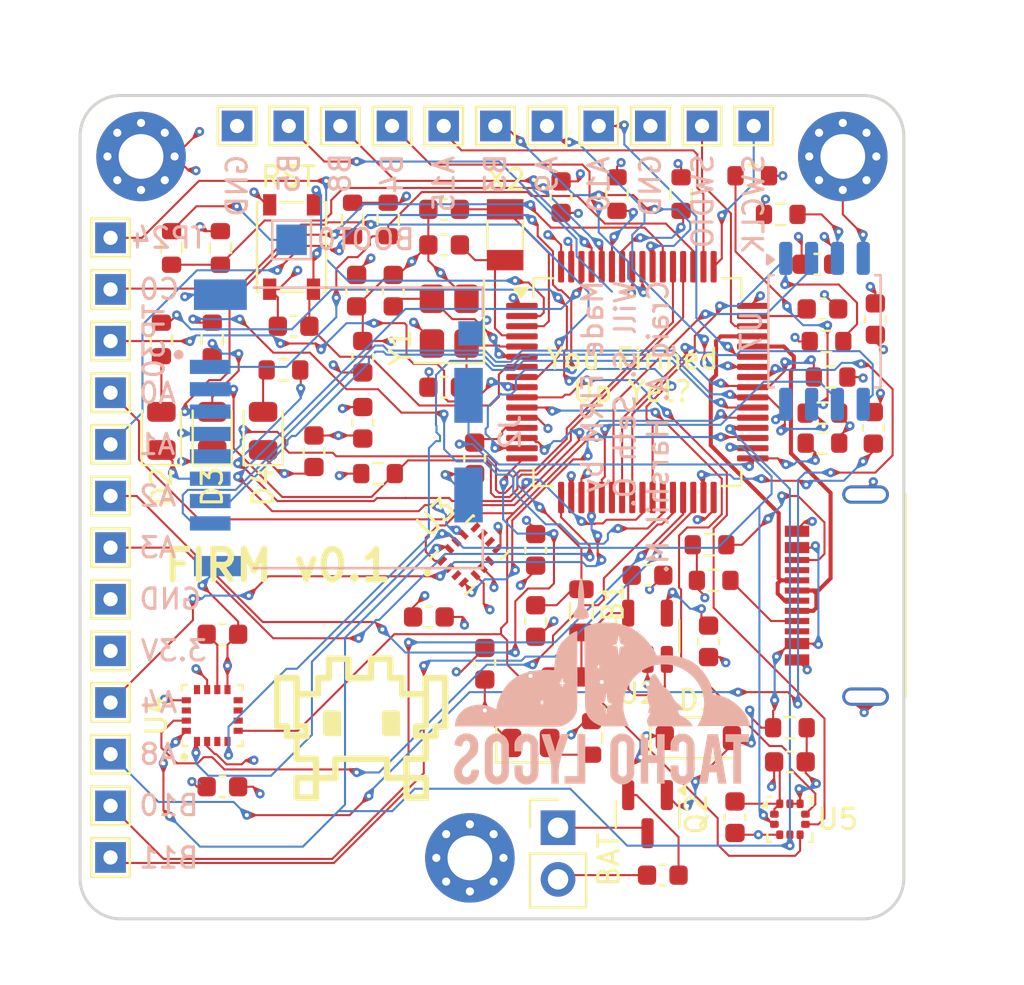
<source format=kicad_pcb>
(kicad_pcb (version 20241229) (generator "pcbnew") (generator_version "9.0")
  (layers (0 "F.Cu" signal) (4 "In1.Cu" power "GND") (6 "In2.Cu" power "PWR") (2 "B.Cu" signal) (13 "F.Paste" user) (15 "B.Paste" user) (5 "F.SilkS" user "F.Silkscreen") (7 "B.SilkS" user "B.Silkscreen") (1 "F.Mask" user) (3 "B.Mask" user) (25 "Edge.Cuts" user))
  (net 0 "")
  (net 1 "+3.3V")
  (net 2 "GND")
  (net 3 "Net-(U1-VDDA)")
  (net 4 "/VCAP1")
  (net 5 "/VCAP2")
  (net 6 "/LSE_IN")
  (net 7 "/LSE_OUT")
  (net 8 "/HSE_IN")
  (net 9 "/HSE_OUT")
  (net 10 "/NRST")
  (net 11 "Net-(U4-CAP)")
  (net 12 "Net-(D1-K)")
  (net 13 "Net-(U2-BP)")
  (net 14 "VBUS")
  (net 15 "Net-(D2-A)")
  (net 16 "Net-(D3-A)")
  (net 17 "Net-(D4-A)")
  (net 18 "Net-(D5-A)")
  (net 19 "VBAT")
  (net 20 "/SDIO_D2")
  (net 21 "/SDIO_D0")
  (net 22 "/SDIO_D1")
  (net 23 "/SDIO_CK")
  (net 24 "/SDIO_CMD")
  (net 25 "/SD_DETECT")
  (net 26 "/SDIO_D3")
  (net 27 "/USB_D-")
  (net 28 "/USB_D+")
  (net 29 "/I2C1_SDA")
  (net 30 "/MOSI2")
  (net 31 "/I2C1_SCL")
  (net 32 "/SCK2")
  (net 33 "/BOOT0")
  (net 34 "/DBUG_0")
  (net 35 "/DBUG_1")
  (net 36 "/DBUG_2")
  (net 37 "Net-(U7-~{HOLD}{slash}~{RESET}{slash}IO_{3})")
  (net 38 "Net-(U7-~{WP}{slash}IO_{2})")
  (net 39 "Net-(R20-Pad1)")
  (net 40 "/FLASH_CS")
  (net 41 "/SWDIO")
  (net 42 "/SWCLK")
  (net 43 "/PA0")
  (net 44 "/PA1")
  (net 45 "/PA2")
  (net 46 "/PA3")
  (net 47 "/PA4")
  (net 48 "/PA8")
  (net 49 "/PA9")
  (net 50 "/PA10")
  (net 51 "/PA15")
  (net 52 "/PB3")
  (net 53 "/PB4")
  (net 54 "/PB5")
  (net 55 "/PB8")
  (net 56 "/PB10")
  (net 57 "/PB11")
  (net 58 "/PC13")
  (net 59 "/PC0")
  (net 60 "/PC1")
  (net 61 "/IMU_INT")
  (net 62 "/MAG_CS")
  (net 63 "/BMP_CS")
  (net 64 "/SCK1")
  (net 65 "/IMU_CS")
  (net 66 "/MOSI1")
  (net 67 "/BMP_INT")
  (net 68 "/MISO2")
  (net 69 "/MISO1")
  (net 70 "/MAG_INT")
  (net 83 "Net-(U6-CC1)")
  (net 84 "Net-(U6-CC2)")
  (footprint "TestPoint:TestPoint_THTPad_1.5x1.5mm_Drill0.7mm" (layer "F.Cu") (at 101.5 127.32 90)
    (property "Reference" "3.3V")
    (property "Value" "3.3V Test Point")
  )
  (footprint "TestPoint:TestPoint_THTPad_1.5x1.5mm_Drill0.7mm" (layer "F.Cu") (at 101.5 122.24 -90)
    (property "Reference" "A3")
    (property "Value" "PA3 Test Point")
  )
  (footprint "Capacitor_SMD:C_0603_1608Metric" (layer "F.Cu") (at 134.9 132.778 180)
    (property "Reference" "C26" (hide yes))
    (property "Value" "100n")
  )
  (footprint "Capacitor_SMD:C_0603_1608Metric" (layer "F.Cu") (at 119.9 127.95 90)
    (property "Reference" "C27" (hide yes))
    (property "Value" "100n")
  )
  (footprint "TestPoint:TestPoint_THTPad_1.5x1.5mm_Drill0.7mm" (layer "F.Cu") (at 133.12 101.5)
    (property "Reference" "SWCLK")
    (property "Value" "SWCLK Through-Hole")
  )
  (footprint "TestPoint:TestPoint_THTPad_1.5x1.5mm_Drill0.7mm" (layer "F.Cu") (at 101.5 119.7 90)
    (property "Reference" "A2")
    (property "Value" "PA2 Test Point")
  )
  (footprint "Capacitor_SMD:C_0603_1608Metric" (layer "F.Cu") (at 117.9 105.6 180)
    (property "Reference" "C11" (hide yes))
    (property "Value" "6p")
  )
  (footprint "TestPoint:TestPoint_THTPad_1.5x1.5mm_Drill0.7mm" (layer "F.Cu") (at 128.04 101.5 -90)
    (property "Reference" "GND")
    (property "Value" "GND Test Point")
  )
  (footprint "sensors:IC_ICM-45686" (layer "F.Cu") (at 119.15 122.6 45)
    (property "Reference" "U3")
    (property "Value" "~")
  )
  (footprint "TestPoint:TestPoint_THTPad_1.5x1.5mm_Drill0.7mm" (layer "F.Cu") (at 112.8 101.5 -90)
    (property "Reference" "B8")
    (property "Value" "PB8 Test Point")
  )
  (footprint "Resistor_SMD:R_0603_1608Metric" (layer "F.Cu") (at 106.5 112 90)
    (property "Reference" "R11" (hide yes))
    (property "Value" "1k2")
  )
  (footprint "Resistor_SMD:R_0603_1608Metric" (layer "F.Cu") (at 126.4 104.85 90)
    (property "Reference" "R19" (hide yes))
    (property "Value" "2k2")
  )
  (footprint "Resistor_SMD:R_0603_1608Metric" (layer "F.Cu") (at 131.15 123.85 180)
    (property "Reference" "R9" (hide yes))
    (property "Value" "5.1k")
  )
  (footprint "Capacitor_SMD:C_0603_1608Metric" (layer "F.Cu") (at 119.4 117.85 -90)
    (property "Reference" "C7" (hide yes))
    (property "Value" "10n")
  )
  (footprint "Resistor_SMD:R_0603_1608Metric" (layer "F.Cu") (at 113.4 106.1 90)
    (property "Reference" "R4" (hide yes))
    (property "Value" "47k")
  )
  (footprint "Resistor_SMD:R_0603_1608Metric" (layer "F.Cu") (at 125.15 131.6 90)
    (property "Reference" "R15" (hide yes))
    (property "Value" "1k2")
  )
  (footprint "Capacitor_SMD:C_0603_1608Metric" (layer "F.Cu") (at 128.65 138.35 180)
    (property "Reference" "C22" (hide yes))
    (property "Value" "10u")
  )
  (footprint "Connector_PinHeader_2.54mm:PinHeader_1x02_P2.54mm_Vertical" (layer "F.Cu") (at 123.5 136.019)
    (property "Reference" "BAT")
    (property "Value" "Conn_01x02_Pin")
  )
  (footprint "Package_QFP:LQFP-64_10x10mm_P0.5mm" (layer "F.Cu") (at 127.4 114.1)
    (property "Reference" "U1" (hide yes))
    (property "Value" "STM32F405RGTx")
  )
  (footprint "Capacitor_SMD:C_0603_1608Metric" (layer "F.Cu") (at 107 134 180)
    (property "Reference" "C18" (hide yes))
    (property "Value" "1u")
  )
  (footprint "TestPoint:TestPoint_THTPad_1.5x1.5mm_Drill0.7mm" (layer "F.Cu") (at 101.5 112.08 -90)
    (property "Reference" "TP30")
    (property "Value" "PC1 Test Point")
  )
  (footprint "Capacitor_SMD:C_0603_1608Metric" (layer "F.Cu") (at 139.1 111 90)
    (property "Reference" "C4" (hide yes))
    (property "Value" "100n")
  )
  (footprint "Inductor_SMD:L_0805_2012Metric" (layer "F.Cu") (at 124.65 125.35 -90)
    (property "Reference" "FB1")
    (property "Value" "120 Ohms @ 100 MHz")
  )
  (footprint "Resistor_SMD:R_0603_1608Metric" (layer "F.Cu") (at 129.55 104.85 90)
    (property "Reference" "R18" (hide yes))
    (property "Value" "2k2")
  )
  (footprint "Capacitor_SMD:C_0603_1608Metric" (layer "F.Cu") (at 139 116.35 90)
    (property "Reference" "C9" (hide yes))
    (property "Value" "2u2")
  )
  (footprint "TestPoint:TestPoint_THTPad_1.5x1.5mm_Drill0.7mm" (layer "F.Cu") (at 101.5 137.48 90)
    (property "Reference" "B11")
    (property "Value" "PB11 Test Point")
  )
  (footprint "TestPoint:TestPoint_THTPad_1.5x1.5mm_Drill0.7mm" (layer "F.Cu") (at 101.5 117.16 90)
    (property "Reference" "A1")
    (property "Value" "PA1 Test Point")
  )
  (footprint "TestPoint:TestPoint_THTPad_1.5x1.5mm_Drill0.7mm" (layer "F.Cu") (at 101.5 134.94 90)
    (property "Reference" "B10")
    (property "Value" "PB10 Test Point")
  )
  (footprint "TestPoint:TestPoint_THTPad_1.5x1.5mm_Drill0.7mm" (layer "F.Cu") (at 107.72 101.5 180)
    (property "Reference" "GND")
    (property "Value" "GND Through-Hole")
  )
  (footprint "Capacitor_SMD:C_0603_1608Metric" (layer "F.Cu") (at 122.4 122.35 -90)
    (property "Reference" "C20" (hide yes))
    (property "Value" "100n")
  )
  (footprint "TestPoint:TestPoint_THTPad_1.5x1.5mm_Drill0.7mm" (layer "F.Cu") (at 101.5 129.86 -90)
    (property "Reference" "A4")
    (property "Value" "PA4 Test Point")
  )
  (footprint "TestPoint:TestPoint_THTPad_1.5x1.5mm_Drill0.7mm" (layer "F.Cu") (at 101.5 109.54 -90)
    (property "Reference" "C0")
    (property "Value" "PC0 Test Point")
  )
  (footprint "Capacitor_SMD:C_0603_1608Metric" (layer "F.Cu") (at 136.5 110.5)
    (property "Reference" "C10" (hide yes))
    (property "Value" "2u2")
  )
  (footprint "TestPoint:TestPoint_THTPad_1.5x1.5mm_Drill0.7mm" (layer "F.Cu") (at 115.34 101.5 90)
    (property "Reference" "B4")
    (property "Value" "PB4 Test Point")
  )
  (footprint "connectors:A-USBC-20F0-EA-GSR05" (layer "F.Cu") (at 139 124.6 90)
    (property "Reference" "U6" (hide yes))
    (property "Value" "A-USBC-20F0-EA-GSR05")
  )
  (footprint "Resistor_SMD:R_0603_1608Metric" (layer "F.Cu") (at 130.95 122.1 180)
    (property "Reference" "R22" (hide yes))
    (property "Value" "5.1k")
  )
  (footprint "LED_SMD:LED_0805_2012Metric" (layer "F.Cu") (at 109 116.5 90)
    (property "Reference" "D4")
    (property "Value" "LED_Red")
  )
  (footprint "Capacitor_SMD:C_0603_1608Metric" (layer "F.Cu") (at 111.5 117.5 -90)
    (property "Reference" "C1" (hide yes))
    (property "Value" "100n")
  )
  (footprint "Resistor_SMD:R_0603_1608Metric" (layer "F.Cu") (at 114.65 118.6 180)
    (property "Reference" "R3" (hide yes))
    (property "Value" "47k")
  )
  (footprint "TestPoint:TestPoint_THTPad_1.5x1.5mm_Drill0.7mm" (layer "F.Cu") (at 101.5 124.78 90)
    (property "Reference" "GND")
    (property "Value" "GND Test Point")
  )
  (footprint "Capacitor_SMD:C_0603_1608Metric" (layer "F.Cu") (at 127.9 123.6)
    (property "Reference" "C24" (hide yes))
    (property "Value" "10u")
  )
  (footprint "TestPoint:TestPoint_THTPad_1.5x1.5mm_Drill0.7mm" (layer "F.Cu") (at 130.58 101.5 180)
    (property "Reference" "SWDIO")
    (property "Value" "SWDIO Through-Hole")
  )
  (footprint "Resistor_SMD:R_0603_1608Metric" (layer "F.Cu") (at 115.15 106.1 90)
    (property "Reference" "R2" (hide yes))
    (property "Value" "47k")
  )
  (footprint "MountingHole:MountingHole_2.2mm_M2_Pad_Via" (layer "F.Cu") (at 137.5 103)
    (property "Reference" "H2" (hide yes))
    (property "Value" "MountingHole_Pad")
  )
  (footprint "Capacitor_SMD:C_0603_1608Metric" (layer "F.Cu") (at 123.9 128.6 180)
    (property "Reference" "C16" (hide yes))
    (property "Value" "1u")
  )
  (footprint "Resistor_SMD:R_0603_1608Metric" (layer "F.Cu") (at 136.5 117.1 180)
    (property "Reference" "R7" (hide yes))
    (property "Value" "10k")
  )
  (footprint "TestPoint:TestPoint_THTPad_1.5x1.5mm_Drill0.7mm" (layer "F.Cu") (at 101.5 114.62 90)
    (property "Reference" "A0")
    (property "Value" "PA0 Test Point")
  )
  (footprint "Resistor_SMD:R_0603_1608Metric" (layer "F.Cu") (at 104.5 107.5 -90)
    (property "Reference" "R20" (hide yes))
    (property "Value" "100")
  )
  (footprint "Capacitor_SMD:C_0603_1608Metric" (layer "F.Cu") (at 115.4 109.6 90)
    (property "Reference" "C14" (hide yes))
    (property "Value" "14p")
  )
  (footprint "TestPoint:TestPoint_THTPad_1.5x1.5mm_Drill0.7mm" (layer "F.Cu") (at 117.88 101.5 -90)
    (property "Reference" "A15")
    (property "Value" "PA15 Test Point")
  )
  (footprint "Capacitor_SMD:C_0603_1608Metric" (layer "F.Cu") (at 113.6 109.6 90)
    (property "Reference" "C21" (hide yes))
    (property "Value" "100n")
  )
  (footprint "Resistor_SMD:R_0603_1608Metric" (layer "F.Cu") (at 110 113.5)
    (property "Reference" "R12" (hide yes))
    (property "Value" "1k5")
  )
  (footprint "Capacitor_SMD:C_0603_1608Metric" (layer "F.Cu") (at 113.9 116.1 90)
    (property "Reference" "C6" (hide yes))
    (property "Value" "4u7")
  )
  (footprint "Package_LGA:ST_HLGA-10_2x2mm_P0.5mm_LayoutBorder3x2y" (layer "F.Cu") (at 134.9 135.6)
    (property "Reference" "U5")
    (property "Value" "~")
  )
  (footprint "Capacitor_SMD:C_0603_1608Metric" (layer "F.Cu") (at 113.9 112.85 90)
    (property "Reference" "C3" (hide yes))
    (property "Value" "100n")
  )
  (footprint "Capacitor_SMD:C_0603_1608Metric" (layer "F.Cu") (at 132.2 135.5 -90)
    (property "Reference" "C19" (hide yes))
    (property "Value" "100n")
  )
  (footprint "Capacitor_SMD:C_0603_1608Metric" (layer "F.Cu") (at 122.4 125.85 -90)
    (property "Reference" "C8" (hide yes))
    (property "Value" "0.1u")
  )
  (footprint "Resistor_SMD:R_0603_1608Metric" (layer "F.Cu") (at 106.9 107.5 90)
    (property "Reference" "R1" (hide yes))
    (property "Value" "100k")
  )
  (footprint "TestPoint:TestPoint_THTPad_1.5x1.5mm_Drill0.7mm" (layer "F.Cu") (at 101.5 132.4 90)
    (property "Reference" "A8")
    (property "Value" "PA8 Test Point")
  )
  (footprint "Capacitor_SMD:C_0603_1608Metric" (layer "F.Cu") (at 107 126.5 180)
    (property "Reference" "C17" (hide yes))
    (property "Value" "10u")
  )
  (footprint "TestPoint:TestPoint_THTPad_1.5x1.5mm_Drill0.7mm" (layer "F.Cu") (at 110.26 101.5 -90)
    (property "Reference" "B5")
    (property "Value" "PB5 Test Point")
  )
  (footprint "Diode_SMD:D_SOD-123" (layer "F.Cu") (at 130.4 131.6)
    (property "Reference" "D1")
    (property "Value" "D_Schottky")
  )
  (footprint "Package_TO_SOT_SMD:SOT-23-5" (layer "F.Cu") (at 127.9 126.6 90)
    (property "Reference" "U2")
    (property "Value" "MIC5219-3.3YM5")
  )
  (footprint "sensors:IC_MMC5983MA" (layer "F.Cu") (at 106.5 130.5 90)
    (property "Reference" "U4")
    (property "Value" "~")
  )
  (footprint "Resistor_SMD:R_0603_1608Metric" (layer "F.Cu") (at 134.9 131.1)
    (property "Reference" "R8" (hide yes))
    (property "Value" "100k")
  )
  (footprint "Capacitor_SMD:C_0603_1608Metric" (layer "F.Cu") (at 130.9 126.85 -90)
    (property "Reference" "C23" (hide yes))
    (property "Value" "470p")
  )
  (footprint "Capacitor_SMD:C_0603_1608Metric" (layer "F.Cu") (at 110.5 111.35 180)
    (property "Reference" "C15" (hide yes))
    (property "Value" "0.1u")
  )
  (footprint "TestPoint:TestPoint_THTPad_1.5x1.5mm_Drill0.7mm" (layer "F.Cu") (at 101.5 107 -90)
    (property "Reference" "TP24")
    (property "Value" "PC13 Test Point")
  )
  (footprint "MountingHole:MountingHole_2.2mm_M2_Pad_Via" (layer "F.Cu") (at 103 103)
    (property "Reference" "H3" (hide yes))
    (property "Value" "MountingHole_Pad")
  )
  (footprint "Resistor_SMD:R_0603_1608Metric" (layer "F.Cu") (at 134.45 105.85)
    (property "Reference" "R14" (hide yes))
    (property "Value" "10k")
  )
  (footprint "Resistor_SMD:R_0603_1608Metric" (layer "F.Cu") (at 133.05 103.95 180)
    (property "Reference" "R13" (hide yes))
    (property "Value" "10k")
  )
  (footprint "Capacitor_SMD:C_0603_1608Metric" (layer "F.Cu") (at 117.9 107.35 180)
    (property "Reference" "C12" (hide yes))
    (property "Value" "6p")
  )
  (footprint "LED_SMD:LED_0805_2012Metric" (layer "F.Cu") (at 106.5 116.5 90)
    (property "Reference" "D3")
    (property "Value" "LED_Yellow")
  )
  (footprint "TestPoint:TestPoint_THTPad_1.5x1.5mm_Drill0.7mm" (layer "F.Cu") (at 125.5 101.5 -90)
    (property "Reference" "A10")
    (property "Value" "PA10 Test Point")
  )
  (footprint "Capacitor_SMD:C_0603_1608Metric" (layer "F.Cu") (at 123.65 105 90)
    (property "Reference" "C2" (hide yes))
    (property "Value" "100n")
  )
  (footprint "LED_SMD:LED_0805_2012Metric" (layer "F.Cu") (at 122.15 131.85)
    (property "Reference" "D5")
    (property "Value" "LED_Green")
  )
  (footprint "Resistor_SMD:R_0603_1608Metric" (layer "F.Cu") (at 104 112 90)
    (property "Reference" "R10" (hide yes))
    (property "Value" "330")
  )
  (footprint "Resistor_SMD:R_0603_1608Metric" (layer "F.Cu") (at 136.5 115.625)
    (property "Reference" "R5" (hide yes))
    (property "Value" "47k")
  )
  (footprint "Crystal:Crystal_SMD_3215-2Pin_3.2x1.5mm" (layer "F.Cu") (at 120.9 106.85 90)
    (property "Reference" "X2")
    (property "Value" "32.768khz")
  )
  (footprint "LED_SMD:LED_0805_2012Metric" (layer "F.Cu") (at 104 116.5 90)
    (property "Reference" "D2")
    (property "Value" "LED_Blue")
  )
  (footprint "Capacitor_SMD:C_0603_1608Metric" (layer "F.Cu") (at 117.9 114.35 180)
    (property "Reference" "C13" (hide yes))
    (property "Value" "14p")
  )
  (footprint "Crystal:Crystal_SMD_Abracon_ABM8G-4Pin_3.2x2.5mm" (layer "F.Cu") (at 118.15 111.1 90)
    (property "Reference" "Y1")
    (property "Value" "12 MHz")
  )
  (footprint "MountingHole:MountingHole_2.2mm_M2_Pad_Via" (layer "F.Cu") (at 119.1667 137.5)
    (property "Reference" "H1" (hide yes))
    (property "Value" "MountingHole_Pad")
  )
  (footprint "Resistor_SMD:R_0603_1608Metric" (layer "F.Cu") (at 136.9 113.85)
    (property "Reference" "R6" (hide yes))
    (property "Value" "47k")
  )
  (footprint "TestPoint:TestPoint_THTPad_1.5x1.5mm_Drill0.7mm" (layer "F.Cu") (at 122.96 101.5 90)
    (property "Reference" "A9")
    (property "Value" "PA9 Test Point")
  )
  (footprint "Capacitor_SMD:C_0603_1608Metric" (layer "F.Cu") (at 117.15 125.65)
    (property "Reference" "C5" (hide yes))
    (property "Value" "100n")
  )
  (footprint "TestPoint:TestPoint_THTPad_1.5x1.5mm_Drill0.7mm" (layer "F.Cu") (at 120.42 101.5 90)
    (property "Reference" "B3")
    (property "Value" "PB3 Test Point")
  )
  (footprint "Capacitor_SMD:C_0603_1608Metric" (layer "F.Cu") (at 136.25 108.3 180)
    (property "Reference" "C25" (hide yes))
    (property "Value" "100n")
  )
  (footprint "Package_TO_SOT_SMD:SOT-23" (layer "F.Cu") (at 127.9 135.35 -90)
    (property "Reference" "Q2")
    (property "Value" "IRLML6402")
  )
  (footprint "Button_Switch_SMD:SW_SPST_PTS810" (layer "F.Cu") (at 110.4 107.454 -90)
    (property "Reference" "RST")
    (property "Value" "PTS815")
  )
  (footprint "Resistor_SMD:R_0603_1608Metric" (layer "F.Cu") (at 136.7 112.1)
    (property "Reference" "R21" (hide yes))
    (property "Value" "10k")
  )
  (footprint "Package_SO:SOIC-8_5.3x5.3mm_P1.27mm" (layer "B.Cu") (at 136.6 111.6 -90)
    (property "Reference" "U7")
    (property "Value" "W25Q128JVS")
  )
  (footprint "TestPoint:TestPoint_Pad_1.5x1.5mm" (layer "B.Cu") (at 110.4 107.1)
    (property "Reference" "BOOT0")
    (property "Value" "BOOT0 Pad")
  )
  (footprint "DM3CS-SF:HRS_DM3CS-SF" (layer "B.Cu") (at 112.75 116.55 90)
    (property "Reference" "J2")
    (property "Value" "DM3CS-SF")
  )
  (gr_line (start 117.47625 131.0375) (end 117.47625 131.51375) (stroke (width 0.317499)) (layer "F.SilkS"))
  (gr_line (start 116.523751 131.51375) (end 116.523751 131.0375) (stroke (width 0.317499)) (layer "F.SilkS"))
  (gr_line (start 115.095001 132.624999) (end 115.095001 133.5775) (stroke (width 0.317499)) (layer "F.SilkS"))
  (gr_line (start 110.650001 132.624999) (end 110.650001 131.6725) (stroke (width 0.317499)) (layer "F.SilkS"))
  (gr_line (start 117.47625 131.51375) (end 116.523751 131.51375) (stroke (width 0.317499)) (layer "F.SilkS"))
  (gr_poly (pts (xy 111.602501 134.53) (xy 110.650001 134.53) (xy 110.650001 133.5775) (xy 111.602501 133.5775)) (stroke (width 0.317499)) (fill no) (layer "F.SilkS"))
  (gr_line (start 116.047501 133.5775) (end 116.047501 132.624999) (stroke (width 0.317499)) (layer "F.SilkS"))
  (gr_line (start 117 131.0375) (end 117 128.65625) (stroke (width 0.317499)) (layer "F.SilkS"))
  (gr_line (start 114.301251 127.70375) (end 115.25375 127.70375) (stroke (width 0.317499)) (layer "F.SilkS"))
  (gr_line (start 111.602501 133.5775) (end 111.602501 132.624999) (stroke (width 0.317499)) (layer "F.SilkS"))
  (gr_line (start 114.301251 128.65625) (end 114.301251 127.70375) (stroke (width 0.317499)) (layer "F.SilkS"))
  (gr_line (start 111.126251 131.0375) (end 111.126251 131.51375) (stroke (width 0.317499)) (layer "F.SilkS"))
  (gr_line (start 115.842396 129.45) (end 117 129.45) (stroke (width 0.317499)) (layer "F.SilkS"))
  (gr_line (start 115.095001 133.5775) (end 116.047501 133.5775) (stroke (width 0.317499)) (layer "F.SilkS"))
  (gr_poly (pts (xy 117 134.53) (xy 116.047501 134.53) (xy 116.047501 133.5775) (xy 117 133.5775)) (stroke (width 0.317499)) (fill no) (layer "F.SilkS"))
  (gr_line (start 116.523751 131.0375) (end 117 131.0375) (stroke (width 0.317499)) (layer "F.SilkS"))
  (gr_line (start 115.842396 128.65625) (end 115.25375 128.65625) (stroke (width 0.317499)) (layer "F.SilkS"))
  (gr_line (start 116.047501 132.624999) (end 117 132.624999) (stroke (width 0.317499)) (layer "F.SilkS"))
  (gr_poly (pts (xy 112.678032 131.355) (xy 112.106532 131.355) (xy 112.106532 130.4025) (xy 112.678032 130.4025)) (stroke (width 0.317499)) (fill yes) (layer "F.SilkS"))
  (gr_line (start 112.237501 127.70375) (end 113.190001 127.70375) (stroke (width 0.317499)) (layer "F.SilkS"))
  (gr_line (start 112.555001 132.624999) (end 115.095001 132.624999) (stroke (width 0.317499)) (layer "F.SilkS"))
  (gr_line (start 112.555001 133.5775) (end 111.602501 133.5775) (stroke (width 0.317499)) (layer "F.SilkS"))
  (gr_line (start 110.173751 131.0375) (end 109.697501 131.0375) (stroke (width 0.317499)) (layer "F.SilkS"))
  (gr_line (start 111.695052 128.65625) (end 112.237501 128.65625) (stroke (width 0.317499)) (layer "F.SilkS"))
  (gr_line (start 115.25375 127.70375) (end 115.25375 128.65625) (stroke (width 0.317499)) (layer "F.SilkS"))
  (gr_line (start 110.650001 129.45) (end 111.695052 129.45) (stroke (width 0.317499)) (layer "F.SilkS"))
  (gr_line (start 111.126251 131.51375) (end 110.173751 131.51375) (stroke (width 0.317499)) (layer "F.SilkS"))
  (gr_line (start 117.9525 131.0375) (end 117.47625 131.0375) (stroke (width 0.317499)) (layer "F.SilkS"))
  (gr_line (start 110.650001 129.45) (end 110.650001 128.65625) (stroke (width 0.317499)) (layer "F.SilkS"))
  (gr_line (start 113.190001 127.70375) (end 113.190001 128.65625) (stroke (width 0.317499)) (layer "F.SilkS"))
  (gr_line (start 111.602501 132.624999) (end 110.650001 132.624999) (stroke (width 0.317499)) (layer "F.SilkS"))
  (gr_line (start 110.173751 131.51375) (end 110.173751 131.0375) (stroke (width 0.317499)) (layer "F.SilkS"))
  (gr_line (start 112.237501 128.65625) (end 112.237501 127.70375) (stroke (width 0.317499)) (layer "F.SilkS"))
  (gr_line (start 117 128.65625) (end 117 129.45) (stroke (width 0.317499)) (layer "F.SilkS"))
  (gr_poly (pts (xy 115.575219 131.355) (xy 115.003719 131.355) (xy 115.003719 130.4025) (xy 115.575219 130.4025)) (stroke (width 0.317499)) (fill yes) (layer "F.SilkS"))
  (gr_line (start 110.650001 131.0375) (end 111.126251 131.0375) (stroke (width 0.317499)) (layer "F.SilkS"))
  (gr_line (start 115.842396 129.45) (end 115.842396 128.65625) (stroke (width 0.317499)) (layer "F.SilkS"))
  (gr_line (start 117 128.65625) (end 117.9525 128.65625) (stroke (width 0.317499)) (layer "F.SilkS"))
  (gr_line (start 117 132.624999) (end 117 131.6725) (stroke (width 0.317499)) (layer "F.SilkS"))
  (gr_line (start 112.555001 132.624999) (end 112.555001 133.5775) (stroke (width 0.317499)) (layer "F.SilkS"))
  (gr_line (start 113.190001 128.65625) (end 114.301251 128.65625) (stroke (width 0.317499)) (layer "F.SilkS"))
  (gr_line (start 109.697501 128.65625) (end 110.650001 128.65625) (stroke (width 0.317499)) (layer "F.SilkS"))
  (gr_line (start 110.650001 128.65625) (end 110.650001 131.0375) (stroke (width 0.317499)) (layer "F.SilkS"))
  (gr_line (start 109.697501 131.0375) (end 109.697501 128.65625) (stroke (width 0.317499)) (layer "F.SilkS"))
  (gr_line (start 117.9525 128.65625) (end 117.9525 131.0375) (stroke (width 0.317499)) (layer "F.SilkS"))
  (gr_line (start 111.695052 129.45) (end 111.695052 128.65625) (stroke (width 0.317499)) (layer "F.SilkS"))
  (gr_poly (pts (xy 121.925448 131.385988) (xy 121.899065 131.387274) (xy 121.872747 131.389683) (xy 121.846537 131.393216) (xy 121.820477 131.397879) (xy 121.794611 131.403672) (xy 121.768979 131.410599) (xy 121.743625 131.418664) (xy 121.718592 131.427868) (xy 121.693922 131.438215) (xy 121.669657 131.449708) (xy 121.645839 131.46235) (xy 121.622513 131.476144) (xy 121.599719 131.491092) (xy 121.577501 131.507197) (xy 121.556341 131.52569) (xy 121.536166 131.544538) (xy 121.516979 131.563776) (xy 121.498785 131.58344) (xy 121.481586 131.603567) (xy 121.465388 131.624191) (xy 121.450194 131.645348) (xy 121.436007 131.667073) (xy 121.422833 131.689403) (xy 121.410674 131.712373) (xy 121.399535 131.736018) (xy 121.389419 131.760375) (xy 121.380331 131.785478) (xy 121.372274 131.811364) (xy 121.365253 131.838068) (xy 121.359271 131.865625) (xy 121.357811 131.89149) (xy 121.356791 131.917321) (xy 121.356157 131.943133) (xy 121.355851 131.968937) (xy 121.356001 132.020574) (xy 121.356791 132.072331) (xy 121.359271 132.2625) (xy 121.756146 132.2625) (xy 121.759119 132.103782) (xy 121.760086 132.034549) (xy 121.76104 131.996388) (xy 121.761655 131.980589) (xy 121.762484 131.96657) (xy 121.763619 131.954025) (xy 121.765149 131.942648) (xy 121.767167 131.932135) (xy 121.769764 131.92218) (xy 121.773029 131.912476) (xy 121.777056 131.902719) (xy 121.781934 131.892603) (xy 121.787755 131.881821) (xy 121.794611 131.87007) (xy 121.802591 131.857042) (xy 121.822292 131.825937) (xy 121.830952 131.819516) (xy 121.839504 131.813561) (xy 121.847984 131.808063) (xy 121.856427 131.803009) (xy 121.864869 131.79839) (xy 121.873345 131.794193) (xy 121.881892 131.790407) (xy 121.890543 131.787022) (xy 121.899335 131.784026) (xy 121.908304 131.781409) (xy 121.917485 131.779158) (xy 121.926913 131.777263) (xy 121.936625 131.775713) (xy 121.946655 131.774497) (xy 121.957039 131.773603) (xy 121.967813 131.773021) (xy 121.978502 131.775448) (xy 121.988763 131.778022) (xy 121.99863 131.780772) (xy 122.008134 131.783731) (xy 122.017309 131.786928) (xy 122.026188 131.790394) (xy 122.034803 131.79416) (xy 122.043187 131.798256) (xy 122.051374 131.802714) (xy 122.059395 131.807563) (xy 122.067284 131.812835) (xy 122.075073 131.81856) (xy 122.082796 131.82477) (xy 122.090484 131.831494) (xy 122.098172 131.838763) (xy 122.105892 131.846608) (xy 122.110873 131.854506) (xy 122.115404 131.861981) (xy 122.119502 131.869108) (xy 122.123185 131.875959) (xy 122.126472 131.882607) (xy 122.129381 131.889125) (xy 122.131931 131.895586) (xy 122.13414 131.902063) (xy 122.136026 131.908629) (xy 122.137608 131.915357) (xy 122.138904 131.922319) (xy 122.139933 131.929589) (xy 122.140712 131.93724) (xy 122.141261 131.945344) (xy 122.141597 131.953975) (xy 122.141738 131.963205) (xy 122.142025 132.000073) (xy 122.142133 132.04064) (xy 122.142396 132.083277) (xy 122.142944 132.223433) (xy 122.143107 132.27171) (xy 122.143696 132.524681) (xy 122.144823 132.786166) (xy 122.145327 132.987042) (xy 122.145491 133.035241) (xy 122.145791 133.083438) (xy 122.146055 133.150892) (xy 122.146009 133.218347) (xy 122.146522 133.258589) (xy 122.1459 133.286338) (xy 122.145206 133.299184) (xy 122.144184 133.311443) (xy 122.142782 133.323191) (xy 122.140945 133.3345) (xy 122.138621 133.345447) (xy 122.135754 133.356104) (xy 122.132292 133.366547) (xy 122.128181 133.37685) (xy 122.123366 133.387088) (xy 122.117796 133.397334) (xy 122.111415 133.407663) (xy 122.10417 133.41815) (xy 122.096008 133.42887) (xy 122.086875 133.439895) (xy 122.077359 133.447798) (xy 122.067834 133.454748) (xy 122.058275 133.460803) (xy 122.048661 133.46602) (xy 122.038968 133.470456) (xy 122.029174 133.474171) (xy 122.019257 133.47722) (xy 122.009193 133.479662) (xy 121.99896 133.481554) (xy 121.988535 133.482953) (xy 121.977895 133.483918) (xy 121.967019 133.484506) (xy 121.955882 133.484773) (xy 121.944462 133.484779) (xy 121.920684 133.484234) (xy 121.911876 133.482797) (xy 121.903511 133.48109) (xy 121.895545 133.479111) (xy 121.887937 133.476853) (xy 121.880643 133.474315) (xy 121.873622 133.471491) (xy 121.866831 133.468378) (xy 121.860227 133.464971) (xy 121.853769 133.461266) (xy 121.847413 133.457261) (xy 121.841118 133.452949) (xy 121.83484 133.448328) (xy 121.828538 133.443394) (xy 121.82217 133.438141) (xy 121.809063 133.426668) (xy 121.80192 133.416653) (xy 121.795562 133.406882) (xy 121.789941 133.3973) (xy 121.78501 133.38785) (xy 121.780723 133.378477) (xy 121.777031 133.369123) (xy 121.773889 133.359734) (xy 121.77125 133.350252) (xy 121.769067 133.340622) (xy 121.767292 133.330788) (xy 121.76588 133.320693) (xy 121.764782 133.310282) (xy 121.763953 133.299498) (xy 121.763345 133.288286) (xy 121.762606 133.264351) (xy 121.761886 133.237051) (xy 121.760982 133.194195) (xy 121.76028 133.151335) (xy 121.758911 133.092967) (xy 121.757402 133.021696) (xy 121.756146 132.950416) (xy 121.359271 132.950416) (xy 121.357595 133.044968) (xy 121.356364 133.13952) (xy 121.355896 133.17158) (xy 121.355279 133.203637) (xy 121.354879 133.241009) (xy 121.355352 133.27735) (xy 121.356815 133.312732) (xy 121.359381 133.347225) (xy 121.363165 133.380901) (xy 121.368282 133.41383) (xy 121.374847 133.446084) (xy 121.382975 133.477734) (xy 121.39278 133.508851) (xy 121.404377 133.539505) (xy 121.417881 133.569769) (xy 121.433407 133.599713) (xy 121.451069 133.629407) (xy 121.470982 133.658924) (xy 121.493261 133.688335) (xy 121.518021 133.717709) (xy 121.539419 133.737799) (xy 121.561642 133.756741) (xy 121.584646 133.77452) (xy 121.608391 133.791121) (xy 121.632832 133.806528) (xy 121.657928 133.820728) (xy 121.683637 133.833705) (xy 121.709915 133.845443) (xy 121.736721 133.855929) (xy 121.764012 133.865147) (xy 121.791745 133.873082) (xy 121.819879 133.87972) (xy 121.84837 133.885045) (xy 121.877177 133.889042) (xy 121.906256 133.891697) (xy 121.935566 133.892994) (xy 121.967741 133.891799) (xy 121.999135 133.889286) (xy 122.029784 133.885451) (xy 122.059719 133.880291) (xy 122.088975 133.873801) (xy 122.117584 133.865979) (xy 122.14558 133.856819) (xy 122.172996 133.846318) (xy 122.199866 133.834472) (xy 122.226221 133.821278) (xy 122.252097 133.806731) (xy 122.277526 133.790828) (xy 122.302541 133.773565) (xy 122.327175 133.754937) (xy 122.351463 133.734941) (xy 122.375436 133.713574) (xy 122.391815 133.695078) (xy 122.407095 133.676321) (xy 122.421313 133.65731) (xy 122.434506 133.638053) (xy 122.446714 133.618555) (xy 122.457973 133.598824) (xy 122.468322 133.578867) (xy 122.477798 133.558689) (xy 122.494284 133.517702) (xy 122.507735 133.475916) (xy 122.518453 133.433386) (xy 122.526741 133.390167) (xy 122.532903 133.346311) (xy 122.537241 133.301874) (xy 122.540058 133.256909) (xy 122.541657 133.211472) (xy 122.542415 133.119393) (xy 122.541938 133.026071) (xy 122.542052 132.932988) (xy 122.541841 132.738717) (xy 122.541738 132.614893) (xy 122.541983 132.491069) (xy 122.541977 132.299099) (xy 122.542076 132.207841) (xy 122.541822 132.116019) (xy 122.539271 132.027302) (xy 122.536505 131.984059) (xy 122.53241 131.941534) (xy 122.526735 131.899707) (xy 122.519229 131.858558) (xy 122.509638 131.818068) (xy 122.497712 131.778217) (xy 122.4832 131.738985) (xy 122.465849 131.700354) (xy 122.445409 131.662302) (xy 122.421627 131.624811) (xy 122.394253 131.587861) (xy 122.363034 131.551433) (xy 122.342746 131.533016) (xy 122.321759 131.515669) (xy 122.300114 131.499394) (xy 122.277854 131.484195) (xy 122.255021 131.470075) (xy 122.231659 131.457036) (xy 122.207809 131.445082) (xy 122.183514 131.434215) (xy 122.158817 131.424438) (xy 122.133759 131.415754) (xy 122.108385 131.408166) (xy 122.082736 131.401677) (xy 122.056854 131.396291) (xy 122.030782 131.392009) (xy 122.004563 131.388835) (xy 121.97824 131.386771) (xy 121.951854 131.385821)) (fill yes) (layer "B.SilkS"))
  (gr_poly (pts (xy 126.634791 131.385467) (xy 126.609538 131.386412) (xy 126.585209 131.388191) (xy 126.561719 131.39082) (xy 126.538981 131.394311) (xy 126.516912 131.398678) (xy 126.495425 131.403935) (xy 126.474434 131.410095) (xy 126.453854 131.417172) (xy 126.4336 131.42518) (xy 126.413585 131.434132) (xy 126.393726 131.444042) (xy 126.373935 131.454924) (xy 126.354127 131.46679) (xy 126.334218 131.479656) (xy 126.31412 131.493534) (xy 126.29375 131.508438) (xy 126.252408 131.537376) (xy 126.23011 131.558027) (xy 126.209529 131.579775) (xy 126.190609 131.602545) (xy 126.173289 131.626265) (xy 126.157511 131.65086) (xy 126.143215 131.676258) (xy 126.130343 131.702385) (xy 126.118837 131.729168) (xy 126.108636 131.756534) (xy 126.099683 131.784408) (xy 126.091918 131.812718) (xy 126.085282 131.841389) (xy 126.079717 131.87035) (xy 126.075163 131.899526) (xy 126.071562 131.928843) (xy 126.068854 131.95823) (xy 126.067812 131.992249) (xy 126.067228 132.026258) (xy 126.066977 132.060274) (xy 126.066932 132.09431) (xy 126.066797 132.133863) (xy 126.066632 132.262346) (xy 126.066499 132.352343) (xy 126.066403 132.540658) (xy 126.065995 132.78098) (xy 126.065828 132.966784) (xy 126.065652 133.055339) (xy 126.06549 133.215984) (xy 126.067514 133.338953) (xy 126.069985 133.388762) (xy 126.073769 133.432096) (xy 126.079121 133.469936) (xy 126.086297 133.503263) (xy 126.095552 133.533058) (xy 126.107141 133.560302) (xy 126.121321 133.585977) (xy 126.138345 133.611064) (xy 126.158471 133.636543) (xy 126.181953 133.663396) (xy 126.240006 133.725149) (xy 126.264587 133.746321) (xy 126.289626 133.766003) (xy 126.315133 133.78421) (xy 126.341116 133.800955) (xy 126.367586 133.81625) (xy 126.394551 133.830108) (xy 126.422022 133.842542) (xy 126.450007 133.853566) (xy 126.478517 133.863192) (xy 126.507561 133.871433) (xy 126.537149 133.878303) (xy 126.567289 133.883814) (xy 126.597992 133.887979) (xy 126.629267 133.890811) (xy 126.661123 133.892323) (xy 126.69357 133.892529) (xy 126.724076 133.889506) (xy 126.754114 133.885193) (xy 126.783664 133.879593) (xy 126.812704 133.872711) (xy 126.841214 133.864549) (xy 126.869174 133.855111) (xy 126.896562 133.844399) (xy 126.923359 133.832418) (xy 126.949543 133.81917) (xy 126.975095 133.804659) (xy 126.999993 133.788888) (xy 127.024217 133.771861) (xy 127.047746 133.75358) (xy 127.070559 133.734049) (xy 127.092637 133.713271) (xy 127.113958 133.69125) (xy 127.132698 133.665821) (xy 127.149845 133.640506) (xy 127.165449 133.615233) (xy 127.179563 133.58993) (xy 127.19224 133.564525) (xy 127.20353 133.538945) (xy 127.213485 133.513118) (xy 127.222158 133.486972) (xy 127.2296 133.460435) (xy 127.235864 133.433434) (xy 127.241 133.405896) (xy 127.245062 133.377751) (xy 127.2481 133.348925) (xy 127.250167 133.319346) (xy 127.251315 133.288941) (xy 127.251595 133.25764) (xy 127.251674 133.244554) (xy 126.882564 133.244554) (xy 126.882322 133.259383) (xy 126.881798 133.273516) (xy 126.880953 133.287029) (xy 126.879748 133.299995) (xy 126.878144 133.312488) (xy 126.876101 133.324582) (xy 126.87358 133.336351) (xy 126.870542 133.347871) (xy 126.866947 133.359213) (xy 126.862757 133.370454) (xy 126.857933 133.381666) (xy 126.852434 133.392924) (xy 126.846223 133.404301) (xy 126.839259 133.415873) (xy 126.831503 133.427713) (xy 126.822916 133.439895) (xy 126.812354 133.448358) (xy 126.801828 133.456076) (xy 126.791306 133.463072) (xy 126.780753 133.469366) (xy 126.770137 133.474979) (xy 126.759424 133.479934) (xy 126.74858 133.484251) (xy 126.737572 133.487952) (xy 126.726366 133.491058) (xy 126.714928 133.49359) (xy 126.703226 133.49557) (xy 126.691226 133.497019) (xy 126.678893 133.497958) (xy 126.666195 133.498408) (xy 126.653098 133.498392) (xy 126.639569 133.497929) (xy 126.62838 133.495569) (xy 126.617734 133.492653) (xy 126.607586 133.489203) (xy 126.597894 133.485245) (xy 126.588614 133.480802) (xy 126.579702 133.475899) (xy 126.571115 133.470558) (xy 126.56281 133.464806) (xy 126.554742 133.458665) (xy 126.546869 133.452159) (xy 126.539148 133.445313) (xy 126.531533 133.438151) (xy 126.523983 133.430697) (xy 126.516453 133.422975) (xy 126.501282 133.406823) (xy 126.495566 133.397975) (xy 126.490453 133.389269) (xy 126.48591 133.380669) (xy 126.481904 133.372141) (xy 126.478402 133.363648) (xy 126.475372 133.355156) (xy 126.47278 133.346628) (xy 126.470595 133.33803) (xy 126.468782 133.329326) (xy 126.46731 133.32048) (xy 126.466145 133.311458) (xy 126.465255 133.302223) (xy 126.464606 133.29274) (xy 126.464166 133.282974) (xy 126.463782 133.262449) (xy 126.463495 133.227273) (xy 126.463387 133.188994) (xy 126.463124 133.14843) (xy 126.462577 133.015529) (xy 126.462413 132.969638) (xy 126.461824 132.729184) (xy 126.460698 132.481054) (xy 126.460193 132.290048) (xy 126.460029 132.24432) (xy 126.459729 132.198591) (xy 126.459465 132.134525) (xy 126.459511 132.070458) (xy 126.458998 132.032503) (xy 126.459264 132.017838) (xy 126.45985 132.003558) (xy 126.460786 131.989632) (xy 126.462103 131.976027) (xy 126.463831 131.96271) (xy 126.466001 131.949649) (xy 126.468642 131.936811) (xy 126.471785 131.924163) (xy 126.47546 131.911674) (xy 126.479698 131.89931) (xy 126.48453 131.887039) (xy 126.489985 131.874828) (xy 126.496093 131.862645) (xy 126.502886 131.850458) (xy 126.510394 131.838232) (xy 126.518646 131.825937) (xy 126.535794 131.812122) (xy 126.553537 131.799869) (xy 126.571791 131.789225) (xy 126.581083 131.784521) (xy 126.590471 131.780237) (xy 126.599945 131.77638) (xy 126.609494 131.772954) (xy 126.619108 131.769967) (xy 126.628776 131.767423) (xy 126.638488 131.76533) (xy 126.648233 131.763692) (xy 126.658001 131.762515) (xy 126.667781 131.761807) (xy 126.677563 131.761571) (xy 126.687336 131.761816) (xy 126.697091 131.762546) (xy 126.706815 131.763767) (xy 126.7165 131.765485) (xy 126.726134 131.767707) (xy 126.735707 131.770438) (xy 126.745208 131.773684) (xy 126.754628 131.777451) (xy 126.763955 131.781746) (xy 126.773179 131.786573) (xy 126.782289 131.791939) (xy 126.791276 131.797849) (xy 126.800128 131.804311) (xy 126.808835 131.811329) (xy 126.817387 131.81891) (xy 126.824918 131.827893) (xy 126.831914 131.836542) (xy 126.838382 131.84493) (xy 126.844329 131.853128) (xy 126.849763 131.861206) (xy 126.854691 131.869237) (xy 126.85912 131.877292) (xy 126.863059 131.885441) (xy 126.866514 131.893757) (xy 126.869493 131.90231) (xy 126.872003 131.911173) (xy 126.874051 131.920415) (xy 126.875646 131.93011) (xy 126.876794 131.940327) (xy 126.877503 131.951138) (xy 126.87778 131.962615) (xy 126.878067 131.999086) (xy 126.878175 132.039216) (xy 126.878438 132.081397) (xy 126.878985 132.220074) (xy 126.879149 132.267859) (xy 126.879738 132.518301) (xy 126.880865 132.777025) (xy 126.881369 132.975895) (xy 126.881533 133.023578) (xy 126.881832 133.07126) (xy 126.882097 133.138045) (xy 126.88205 133.204829) (xy 126.882564 133.244554) (xy 127.251674 133.244554) (xy 127.25187 133.212216) (xy 127.252047 133.138418) (xy 127.251986 133.064622) (xy 127.252196 132.961334) (xy 127.25215 132.74523) (xy 127.252155 132.620899) (xy 127.252539 132.49657) (xy 127.252816 132.255974) (xy 127.253057 132.154236) (xy 127.253131 132.082926) (xy 127.252887 132.011618) (xy 127.253275 131.969744) (xy 127.252286 131.937686) (xy 127.249958 131.906638) (xy 127.246282 131.876541) (xy 127.24125 131.847339) (xy 127.234854 131.818973) (xy 127.227084 131.791385) (xy 127.217933 131.764517) (xy 127.207391 131.738313) (xy 127.195451 131.712713) (xy 127.182104 131.68766) (xy 127.167341 131.663096) (xy 127.151155 131.638964) (xy 127.133535 131.615206) (xy 127.114475 131.591763) (xy 127.093965 131.568578) (xy 127.071997 131.545593) (xy 127.049728 131.525519) (xy 127.027274 131.50684) (xy 127.004586 131.489546) (xy 126.981617 131.473623) (xy 126.958318 131.45906) (xy 126.934643 131.445845) (xy 126.910543 131.433967) (xy 126.88597 131.423413) (xy 126.860877 131.414172) (xy 126.835217 131.406231) (xy 126.80894 131.399579) (xy 126.782 131.394205) (xy 126.754348 131.390096) (xy 126.725937 131.38724) (xy 126.696719 131.385626) (xy 126.666647 131.385241)) (fill yes) (layer "B.SilkS"))
  (gr_poly (pts (xy 131.279012 131.414388) (xy 131.246367 131.414541) (xy 131.211721 131.414598) (xy 131.101725 131.415007) (xy 131.027336 131.415188) (xy 130.844583 131.415834) (xy 130.706925 132.231433) (xy 130.642996 132.610199) (xy 130.587225 132.940641) (xy 130.557741 133.115326) (xy 130.529889 133.280349) (xy 130.519764 133.340336) (xy 130.515001 133.368547) (xy 130.510319 133.396267) (xy 130.501251 133.450236) (xy 130.488881 133.523337) (xy 130.476257 133.596393) (xy 130.465221 133.660435) (xy 130.45992 133.690249) (xy 130.456691 133.710608) (xy 130.454038 133.73049) (xy 130.451917 133.750078) (xy 130.450282 133.769555) (xy 130.449088 133.789102) (xy 130.448291 133.808904) (xy 130.447846 133.829142) (xy 130.447708 133.85) (xy 130.844583 133.85) (xy 130.878495 133.638127) (xy 130.890045 133.566064) (xy 130.906594 133.462426) (xy 130.911856 133.429931) (xy 130.914461 133.412819) (xy 130.916811 133.395916) (xy 130.918877 133.379141) (xy 130.920631 133.362415) (xy 130.922044 133.345656) (xy 130.923088 133.328783) (xy 130.923736 133.311717) (xy 130.923958 133.294375) (xy 131.294374 133.294375) (xy 131.304296 133.378711) (xy 131.319792 133.496798) (xy 131.337022 133.614642) (xy 131.37375 133.85) (xy 131.783854 133.85) (xy 131.627823 132.923959) (xy 131.241458 132.923959) (xy 130.990104 132.923959) (xy 130.994047 132.856569) (xy 130.999409 132.789454) (xy 131.005994 132.722549) (xy 131.013608 132.655794) (xy 131.031144 132.522478) (xy 131.050462 132.389004) (xy 131.063665 132.298028) (xy 131.095937 132.077292) (xy 131.122395 132.077292) (xy 131.241458 132.923959) (xy 131.627823 132.923959) (xy 131.448304 131.85852) (xy 131.428257 131.740561) (xy 131.400931 131.580372) (xy 131.393033 131.533575) (xy 131.385835 131.491849) (xy 131.379676 131.45575) (xy 131.377764 131.447573) (xy 131.375887 131.44057) (xy 131.374938 131.437479) (xy 131.373969 131.434648) (xy 131.372972 131.432064) (xy 131.371937 131.429716) (xy 131.370854 131.427592) (xy 131.369716 131.425682) (xy 131.368512 131.423973) (xy 131.367232 131.422454) (xy 131.365869 131.421114) (xy 131.364412 131.41994) (xy 131.362853 131.418923) (xy 131.361181 131.41805) (xy 131.359389 131.417309) (xy 131.357466 131.41669) (xy 131.355403 131.416181) (xy 131.353191 131.41577) (xy 131.350821 131.415445) (xy 131.348283 131.415196) (xy 131.342669 131.414879) (xy 131.311657 131.414332)) (fill yes) (layer "B.SilkS"))
  (gr_poly (pts (xy 128.229883 128.460229) (xy 128.222392 128.461574) (xy 128.215129 128.463145) (xy 128.208083 128.464936) (xy 128.201244 128.466941) (xy 128.194602 128.469156) (xy 128.181872 128.474192) (xy 128.169813 128.48) (xy 128.158345 128.486537) (xy 128.147389 128.493759) (xy 128.136866 128.501624) (xy 128.126697 128.510088) (xy 128.116802 128.519108) (xy 128.107103 128.528639) (xy 128.097519 128.53864) (xy 128.078383 128.559875) (xy 128.058758 128.582467) (xy 128.049237 128.596394) (xy 128.040837 128.6104) (xy 128.033488 128.624498) (xy 128.027116 128.638703) (xy 128.021647 128.653031) (xy 128.01701 128.667495) (xy 128.01313 128.682111) (xy 128.009936 128.696894) (xy 128.007355 128.711858) (xy 128.005313 128.727017) (xy 128.003738 128.742388) (xy 128.002556 128.757983) (xy 128.001084 128.789911) (xy 128.000312 128.822917) (xy 127.95153 128.81961) (xy 127.937244 128.819913) (xy 127.930769 128.820216) (xy 127.924652 128.820644) (xy 127.918828 128.821215) (xy 127.913234 128.821946) (xy 127.907803 128.822854) (xy 127.902471 128.823958) (xy 127.897174 128.825274) (xy 127.891847 128.826822) (xy 127.886425 128.828617) (xy 127.880842 128.830678) (xy 127.875035 128.833023) (xy 127.868939 128.835669) (xy 127.862488 128.838633) (xy 127.855618 128.841934) (xy 127.848583 128.851094) (xy 127.842339 128.860107) (xy 127.836844 128.869017) (xy 127.832058 128.877865) (xy 127.82794 128.886694) (xy 127.82445 128.895549) (xy 127.821546 128.904471) (xy 127.819189 128.913504) (xy 127.817337 128.92269) (xy 127.81595 128.932072) (xy 127.814986 128.941694) (xy 127.814406 128.951598) (xy 127.814169 128.961828) (xy 127.814233 128.972425) (xy 127.814558 128.983434) (xy 127.815104 128.994896) (xy 127.820238 129.020125) (xy 127.82609 129.044939) (xy 127.832655 129.069403) (xy 127.839927 129.093584) (xy 127.8479 129.117547) (xy 127.85657 129.141358) (xy 127.865932 129.165082) (xy 127.875978 129.188786) (xy 127.880402 129.201334) (xy 127.884202 129.213829) (xy 127.887424 129.226285) (xy 127.890108 129.238717) (xy 127.892299 129.251137) (xy 127.89404 129.26356) (xy 127.895373 129.275999) (xy 127.896342 129.288468) (xy 127.896989 129.30098) (xy 127.897358 129.31355) (xy 127.897432 129.338917) (xy 127.896132 129.390944) (xy 127.895254 129.47218) (xy 127.894782 129.51241) (xy 127.894637 129.563716) (xy 127.895477 129.613733) (xy 127.897968 129.662713) (xy 127.900041 129.686893) (xy 127.902778 129.710909) (xy 127.906261 129.734791) (xy 127.910574 129.758572) (xy 127.915801 129.782282) (xy 127.922025 129.805954) (xy 127.929329 129.829619) (xy 127.937797 129.853309) (xy 127.947512 129.877054) (xy 127.958557 129.900887) (xy 127.967946 129.923791) (xy 127.975373 129.947162) (xy 127.980961 129.970932) (xy 127.984834 129.995039) (xy 127.987115 130.019417) (xy 127.987927 130.044) (xy 127.987393 130.068724) (xy 127.985638 130.093524) (xy 127.982783 130.118335) (xy 127.978953 130.143092) (xy 127.97427 130.16773) (xy 127.968858 130.192184) (xy 127.96284 130.216388) (xy 127.956339 130.240279) (xy 127.942383 130.286859) (xy 127.939671 130.297179) (xy 127.938573 130.301559) (xy 127.937633 130.305581) (xy 127.936836 130.309369) (xy 127.936172 130.313046) (xy 127.935629 130.316735) (xy 127.935193 130.320558) (xy 127.934854 130.324639) (xy 127.9346 130.3291) (xy 127.934417 130.334064) (xy 127.934295 130.339653) (xy 127.934182 130.353202) (xy 127.934166 130.37073) (xy 128.02677 130.37073) (xy 128.019193 130.396343) (xy 128.011049 130.421155) (xy 128.002268 130.445319) (xy 127.992782 130.468987) (xy 127.982521 130.492313) (xy 127.971416 130.515449) (xy 127.959399 130.538549) (xy 127.946401 130.561764) (xy 127.927631 130.595188) (xy 127.918989 130.611464) (xy 127.910924 130.627552) (xy 127.903497 130.643529) (xy 127.896767 130.659469) (xy 127.890797 130.675451) (xy 127.885646 130.69155) (xy 127.881376 130.707844) (xy 127.878048 130.724407) (xy 127.875721 130.741318) (xy 127.874458 130.758652) (xy 127.874318 130.776485) (xy 127.875363 130.794895) (xy 127.877653 130.813958) (xy 127.88125 130.83375) (xy 127.885622 130.84687) (xy 127.890145 130.85983) (xy 127.894834 130.872656) (xy 127.899704 130.885377) (xy 127.90477 130.898021) (xy 127.910048 130.910614) (xy 127.915552 130.923184) (xy 127.921299 130.935759) (xy 127.926662 130.947515) (xy 127.92887 130.952507) (xy 127.930813 130.957096) (xy 127.93253 130.961423) (xy 127.934058 130.965631) (xy 127.935436 130.969861) (xy 127.936703 130.974252) (xy 127.937895 130.978948) (xy 127.939053 130.984088) (xy 127.940213 130.989815) (xy 127.941415 130.996269) (xy 127.944093 131.011926) (xy 127.947395 131.032187) (xy 130.116979 131.032187) (xy 130.113915 131.016235) (xy 130.110128 131.000673) (xy 130.105644 130.985489) (xy 130.100491 130.970672) (xy 130.094697 130.95621) (xy 130.088291 130.942091) (xy 130.081299 130.928305) (xy 130.07375 130.914838) (xy 130.065672 130.901681) (xy 130.057091 130.888821) (xy 130.038537 130.863946) (xy 130.01831 130.840121) (xy 129.996633 130.817253) (xy 129.973728 130.795249) (xy 129.949818 130.774017) (xy 129.925126 130.753463) (xy 129.899874 130.733496) (xy 129.848582 130.69495) (xy 129.797722 130.657637) (xy 129.765603 130.635204) (xy 129.733395 130.613674) (xy 129.700984 130.592994) (xy 129.668259 130.573106) (xy 129.635106 130.553957) (xy 129.601412 130.535491) (xy 129.567064 130.517652) (xy 129.53195 130.500386) (xy 129.521529 130.493329) (xy 129.511812 130.486125) (xy 129.502765 130.478746) (xy 129.494358 130.471166) (xy 129.486555 130.463358) (xy 129.479326 130.455295) (xy 129.472636 130.44695) (xy 129.466454 130.438296) (xy 129.460747 130.429306) (xy 129.455481 130.419953) (xy 129.450625 130.41021) (xy 129.446145 130.400051) (xy 129.442009 130.389449) (xy 129.438184 130.378375) (xy 129.434637 130.366805) (xy 129.431336 130.35471) (xy 129.425755 130.312852) (xy 129.41976 130.270374) (xy 129.415833 130.238438) (xy 129.458776 130.238903) (xy 129.514225 130.239264) (xy 129.542569 130.239601) (xy 129.560497 130.239564) (xy 129.578424 130.239321) (xy 129.61427 130.238438) (xy 129.618647 130.234016) (xy 129.620437 130.232117) (xy 129.621998 130.230346) (xy 129.622701 130.229489) (xy 129.623357 130.22864) (xy 129.623968 130.227793) (xy 129.624539 130.22694) (xy 129.625073 130.226072) (xy 129.625573 130.225183) (xy 129.626043 130.224265) (xy 129.626485 130.22331) (xy 129.626904 130.22231) (xy 129.627302 130.221258) (xy 129.627683 130.220146) (xy 129.628051 130.218967) (xy 129.628408 130.217713) (xy 129.628758 130.216377) (xy 129.629451 130.213425) (xy 129.630156 130.210051) (xy 129.630901 130.206194) (xy 129.632616 130.196786) (xy 129.63096 130.186846) (xy 129.628781 130.1774) (xy 129.626105 130.168403) (xy 129.622961 130.159808) (xy 129.619376 130.15157) (xy 129.615378 130.143643) (xy 129.610997 130.135982) (xy 129.606258 130.12854) (xy 129.601191 130.121272) (xy 129.595824 130.114132) (xy 129.590184 130.107074) (xy 129.584299 130.100053) (xy 129.571908 130.085938) (xy 129.558873 130.071419) (xy 129.53736 130.04675) (xy 129.518979 130.026688) (xy 129.500284 130.007223) (xy 129.481253 129.988294) (xy 129.461864 129.969836) (xy 129.442094 129.951785) (xy 129.421922 129.934078) (xy 129.401324 129.916651) (xy 129.38028 129.89944) (xy 129.35333 129.876584) (xy 129.327846 129.852989) (xy 129.303733 129.82868) (xy 129.280895 129.803678) (xy 129.259237 129.778007) (xy 129.238667 129.751689) (xy 129.219087 129.724747) (xy 129.200405 129.697203) (xy 129.182525 129.66908) (xy 129.165353 129.640401) (xy 129.148793 129.611189) (xy 129.132752 129.581466) (xy 129.101845 129.520577) (xy 129.071875 129.457917) (xy 129.050148 129.413653) (xy 129.039243 129.392965) (xy 129.028162 129.373171) (xy 129.016795 129.354219) (xy 129.00503 129.336059) (xy 128.992756 129.318637) (xy 128.979862 129.301903) (xy 128.966238 129.285806) (xy 128.951772 129.270293) (xy 128.936354 129.255314) (xy 128.919872 129.240817) (xy 128.902215 129.22675) (xy 128.883273 129.213062) (xy 128.862934 129.199701) (xy 128.841088 129.186615) (xy 128.811592 129.168424) (xy 128.783666 129.149284) (xy 128.757201 129.129225) (xy 128.732086 129.108276) (xy 128.708214 129.086467) (xy 128.685475 129.063826) (xy 128.66376 129.040383) (xy 128.64296 129.016167) (xy 128.622966 128.991207) (xy 128.603669 128.965533) (xy 128.584959 128.939173) (xy 128.566727 128.912156) (xy 128.548866 128.884513) (xy 128.531264 128.856272) (xy 128.496406 128.798112) (xy 128.438942 128.701478) (xy 128.424953 128.678056) (xy 128.383272 128.609079) (xy 128.3512 128.557122) (xy 128.338081 128.536724) (xy 128.326541 128.519619) (xy 128.316306 128.505486) (xy 128.3071 128.494005) (xy 128.298651 128.484854) (xy 128.290682 128.477713) (xy 128.282921 128.472261) (xy 128.275092 128.468177) (xy 128.26692 128.465142) (xy 128.258133 128.462834) (xy 128.23761 128.459115)) (fill yes) (layer "B.SilkS"))
  (gr_poly (pts (xy 124.41791 126.343939) (xy 124.394846 126.352455) (xy 124.372335 126.361435) (xy 124.350232 126.370935) (xy 124.328397 126.381008) (xy 124.306687 126.391708) (xy 124.28496 126.40309) (xy 124.263073 126.415209) (xy 124.235128 126.43108) (xy 124.176523 126.466342) (xy 124.119715 126.503228) (xy 124.064525 126.541746) (xy 124.010778 126.581906) (xy 123.958296 126.623719) (xy 123.906901 126.667193) (xy 123.856417 126.712339) (xy 123.806666 126.759167) (xy 123.779485 126.784282) (xy 123.745621 126.818038) (xy 123.713467 126.853484) (xy 123.682975 126.890531) (xy 123.654097 126.929092) (xy 123.600986 127.010405) (xy 123.553747 127.09672) (xy 123.511994 127.187337) (xy 123.475338 127.281553) (xy 123.443393 127.378666) (xy 123.415772 127.477975) (xy 123.392086 127.578779) (xy 123.371949 127.680374) (xy 123.354973 127.782061) (xy 123.340771 127.883136) (xy 123.31914 128.080646) (xy 123.303958 128.267292) (xy 123.266027 128.264398) (xy 123.134223 128.256679) (xy 123.00026 128.252608) (xy 122.864689 128.252535) (xy 122.728063 128.256807) (xy 122.590932 128.265773) (xy 122.453848 128.279782) (xy 122.317362 128.299182) (xy 122.182026 128.324322) (xy 122.048391 128.355549) (xy 121.917007 128.393214) (xy 121.788428 128.437663) (xy 121.663204 128.489246) (xy 121.541886 128.548311) (xy 121.425025 128.615206) (xy 121.313174 128.690281) (xy 121.206884 128.773883) (xy 121.129084 128.844935) (xy 121.055912 128.918965) (xy 120.987262 128.99585) (xy 120.923034 129.075465) (xy 120.863123 129.157688) (xy 120.807427 129.242393) (xy 120.755844 129.329458) (xy 120.70827 129.418757) (xy 120.664603 129.510168) (xy 120.62474 129.603566) (xy 120.588578 129.698827) (xy 120.556014 129.795828) (xy 120.526946 129.894445) (xy 120.501271 129.994553) (xy 120.478886 130.09603) (xy 120.459687 130.19875) (xy 120.432842 130.183163) (xy 120.364008 130.145644) (xy 120.294033 130.111558) (xy 120.223004 130.080949) (xy 120.15101 130.053858) (xy 120.078137 130.03033) (xy 120.004475 130.010406) (xy 119.93011 129.99413) (xy 119.855132 129.981544) (xy 119.779627 129.972692) (xy 119.703684 129.967615) (xy 119.627391 129.966358) (xy 119.550835 129.968962) (xy 119.474105 129.975471) (xy 119.397288 129.985927) (xy 119.320473 130.000373) (xy 119.243747 130.018852) (xy 119.218013 130.026485) (xy 119.192587 130.034536) (xy 119.167429 130.043028) (xy 119.142495 130.051985) (xy 119.117743 130.061429) (xy 119.093133 130.071384) (xy 119.068621 130.081872) (xy 119.044167 130.092917) (xy 119.001068 130.112606) (xy 118.980034 130.123374) (xy 118.959624 130.134519) (xy 118.939793 130.146043) (xy 118.920492 130.157946) (xy 118.901677 130.170232) (xy 118.8833 130.182902) (xy 118.865315 130.195956) (xy 118.847676 130.209397) (xy 118.830337 130.223227) (xy 118.81325 130.237446) (xy 118.796369 130.252057) (xy 118.779649 130.267061) (xy 118.746502 130.298256) (xy 118.713437 130.331042) (xy 118.686203 130.358327) (xy 118.66867 130.377712) (xy 118.651925 130.397509) (xy 118.635942 130.417707) (xy 118.62069 130.438297) (xy 118.606142 130.459267) (xy 118.592269 130.480609) (xy 118.579042 130.502312) (xy 118.566434 130.524365) (xy 118.554416 130.54676) (xy 118.542958 130.569484) (xy 118.532034 130.59253) (xy 118.521614 130.615885) (xy 118.51167 130.639541) (xy 118.502173 130.663486) (xy 118.493095 130.687712) (xy 118.484407 130.712208) (xy 118.474689 130.739692) (xy 118.467268 130.764033) (xy 118.460734 130.78841) (xy 118.454986 130.812853) (xy 118.449927 130.837392) (xy 118.445456 130.862056) (xy 118.441475 130.886873) (xy 118.437883 130.911874) (xy 118.434581 130.937087) (xy 118.430985 130.964866) (xy 118.422396 131.032187) (xy 120.418125 131.037592) (xy 120.653929 131.038001) (xy 120.701347 131.038086) (xy 121.460675 131.040352) (xy 122.240259 131.042145) (xy 122.721006 131.043609) (xy 122.88601 131.044166) (xy 123.051015 131.0442) (xy 123.146104 131.044262) (xy 123.241192 131.044803) (xy 123.328467 131.045223) (xy 123.415742 131.044983) (xy 123.447104 131.045051) (xy 123.478463 131.045404) (xy 123.527809 131.0445) (xy 123.57607 131.040384) (xy 123.623274 131.033211) (xy 123.669448 131.023136) (xy 123.714619 131.010313) (xy 123.758815 130.994898) (xy 123.802064 130.977044) (xy 123.844392 130.956909) (xy 123.885827 130.934645) (xy 123.926396 130.910408) (xy 123.966128 130.884353) (xy 124.005048 130.856634) (xy 124.043185 130.827407) (xy 124.080566 130.796826) (xy 124.117219 130.765046) (xy 124.15317 130.732222) (xy 124.18558 130.699354) (xy 124.216371 130.665402) (xy 124.245483 130.63039) (xy 124.272858 130.594344) (xy 124.298437 130.557287) (xy 124.32216 130.519244) (xy 124.34397 130.480239) (xy 124.363806 130.440296) (xy 124.381609 130.39944) (xy 124.397322 130.357695) (xy 124.410885 130.315084) (xy 124.422238 130.271633) (xy 124.431324 130.227366) (xy 124.438082 130.182307) (xy 124.442455 130.13648) (xy 124.444383 130.08991) (xy 124.445182 130.04081) (xy 124.445852 129.987342) (xy 124.446685 129.929987) (xy 124.447514 129.868021) (xy 122.80125 129.868021) (xy 122.735104 129.894479) (xy 122.721875 130.000313) (xy 122.708646 130.000313) (xy 122.699551 129.94905) (xy 122.695297 129.931745) (xy 122.693657 129.925607) (xy 122.69207 129.920292) (xy 122.690334 129.915161) (xy 122.688243 129.909575) (xy 122.685595 129.902894) (xy 122.682187 129.894479) (xy 122.670663 129.887916) (xy 122.66162 129.882904) (xy 122.657786 129.880882) (xy 122.654282 129.879132) (xy 122.65101 129.877614) (xy 122.647874 129.876289) (xy 122.644777 129.87512) (xy 122.641621 129.874067) (xy 122.638311 129.873092) (xy 122.634748 129.872155) (xy 122.62648 129.870243) (xy 122.616042 129.868021) (xy 122.627789 129.858485) (xy 122.632659 129.854636) (xy 122.636991 129.851349) (xy 122.640881 129.848584) (xy 122.644425 129.846302) (xy 122.64772 129.844466) (xy 122.649305 129.843702) (xy 122.650864 129.843035) (xy 122.65241 129.84246) (xy 122.653954 129.841972) (xy 122.655508 129.841567) (xy 122.657085 129.841238) (xy 122.658697 129.840982) (xy 122.660356 129.840794) (xy 122.663863 129.8406) (xy 122.667702 129.840619) (xy 122.671972 129.840812) (xy 122.682187 129.841563) (xy 122.708646 129.709271) (xy 122.721875 129.709271) (xy 122.725802 129.733921) (xy 122.731269 129.763172) (xy 122.735795 129.78556) (xy 122.737892 129.794626) (xy 122.739975 129.80251) (xy 122.742121 129.809392) (xy 122.744402 129.81545) (xy 122.746893 129.820861) (xy 122.749669 129.825804) (xy 122.752803 129.830458) (xy 122.756369 129.835) (xy 122.760443 129.839609) (xy 122.765097 129.844463) (xy 122.776445 129.855619) (xy 122.80125 129.868021) (xy 124.447514 129.868021) (xy 124.448317 129.808041) (xy 124.450406 129.660933) (xy 124.455825 129.090709) (xy 124.455906 128.915521) (xy 123.859583 128.915521) (xy 123.859583 128.92875) (xy 123.740521 128.968438) (xy 123.714062 129.140417) (xy 123.708937 129.132526) (xy 123.7044 129.125095) (xy 123.700408 129.118046) (xy 123.69692 129.111301) (xy 123.693896 129.104781) (xy 123.691293 129.098408) (xy 123.68907 129.092104) (xy 123.687185 129.085789) (xy 123.685598 129.079385) (xy 123.684267 129.072815) (xy 123.683151 129.065999) (xy 123.682207 129.058859) (xy 123.681395 129.051316) (xy 123.680674 129.043293) (xy 123.679336 129.025489) (xy 123.676339 128.985646) (xy 123.674375 128.955208) (xy 123.542083 128.92875) (xy 123.550615 128.91909) (xy 123.554222 128.915134) (xy 123.557517 128.91168) (xy 123.560599 128.908665) (xy 123.563562 128.906031) (xy 123.565029 128.904837) (xy 123.566503 128.903715) (xy 123.567996 128.902657) (xy 123.56952 128.901656) (xy 123.571086 128.900704) (xy 123.572708 128.899794) (xy 123.574396 128.898918) (xy 123.576163 128.898068) (xy 123.579983 128.896417) (xy 123.584263 128.89478) (xy 123.5891 128.893096) (xy 123.594591 128.891303) (xy 123.607919 128.887151) (xy 123.616039 128.881993) (xy 123.623334 128.876978) (xy 123.629868 128.872046) (xy 123.632868 128.869593) (xy 123.635701 128.867139) (xy 123.638375 128.864676) (xy 123.640897 128.862196) (xy 123.643275 128.859693) (xy 123.645517 128.857159) (xy 123.647631 128.854587) (xy 123.649624 128.851969) (xy 123.651504 128.849297) (xy 123.653278 128.846565) (xy 123.654956 128.843765) (xy 123.656543 128.84089) (xy 123.659481 128.834884) (xy 123.662153 128.828487) (xy 123.664622 128.821641) (xy 123.666949 128.814287) (xy 123.669197 128.806364) (xy 123.671428 128.797814) (xy 123.673703 128.788578) (xy 123.679336 128.760905) (xy 123.685899 128.732767) (xy 123.689784 128.715651) (xy 123.693548 128.698507) (xy 123.700833 128.664167) (xy 123.714062 128.664167) (xy 123.71892 128.697033) (xy 123.725638 128.740235) (xy 123.732149 128.783023) (xy 123.73499 128.796196) (xy 123.737908 128.808556) (xy 123.74108 128.820283) (xy 123.742817 128.825966) (xy 123.744684 128.831561) (xy 123.746704 128.837088) (xy 123.748898 128.842572) (xy 123.751289 128.848035) (xy 123.7539 128.853499) (xy 123.756752 128.858989) (xy 123.759867 128.864526) (xy 123.763269 128.870133) (xy 123.766979 128.875834) (xy 123.772557 128.879116) (xy 123.778146 128.882215) (xy 123.78375 128.885147) (xy 123.789371 128.887928) (xy 123.800684 128.893105) (xy 123.812112 128.897875) (xy 123.823687 128.90237) (xy 123.835438 128.906722) (xy 123.859583 128.915521) (xy 124.455906 128.915521) (xy 124.456089 128.520425) (xy 124.449004 127.379899) (xy 124.446604 127.03682) (xy 124.441667 126.335833)) (fill yes) (layer "B.SilkS"))
  (gr_poly (pts (xy 123.00129 131.414541) (xy 122.973762 131.414598) (xy 122.886412 131.415007) (xy 122.82732 131.415188) (xy 122.682187 131.415834) (xy 122.686025 131.441137) (xy 122.69077 131.465919) (xy 122.696329 131.490299) (xy 122.702611 131.514394) (xy 122.709526 131.538322) (xy 122.716979 131.562203) (xy 122.724882 131.586153) (xy 122.73314 131.610292) (xy 122.744805 131.644445) (xy 122.78306 131.755658) (xy 122.809719 131.833385) (xy 122.929051 132.178912) (xy 123.0494 132.524086) (xy 123.059611 132.553299) (xy 123.069715 132.582138) (xy 123.080075 132.612446) (xy 123.087011 132.631103) (xy 123.094228 132.649655) (xy 123.101688 132.668111) (xy 123.109351 132.686482) (xy 123.11873 132.710867) (xy 123.127067 132.734939) (xy 123.134422 132.758758) (xy 123.140855 132.782382) (xy 123.146425 132.805872) (xy 123.151192 132.829285) (xy 123.155215 132.852682) (xy 123.158554 132.876122) (xy 123.161269 132.899663) (xy 123.163418 132.923365) (xy 123.166262 132.971489) (xy 123.16756 133.020966) (xy 123.167791 133.07227) (xy 123.168397 133.13999) (xy 123.16893 133.228133) (xy 123.169112 133.316276) (xy 123.169526 133.406612) (xy 123.170194 133.496946) (xy 123.171168 133.673472) (xy 123.171666 133.85) (xy 123.542083 133.85) (xy 123.540149 133.765519) (xy 123.533269 133.528141) (xy 123.530414 133.341445) (xy 123.531109 133.26199) (xy 123.533548 133.189069) (xy 123.537976 133.120638) (xy 123.544639 133.054652) (xy 123.553781 132.989066) (xy 123.565649 132.921833) (xy 123.580489 132.85091) (xy 123.598546 132.77425) (xy 123.645294 132.595542) (xy 123.707859 132.369348) (xy 123.723915 132.332433) (xy 123.739291 132.295314) (xy 123.75407 132.258006) (xy 123.768335 132.220518) (xy 123.795654 132.145056) (xy 123.821911 132.069024) (xy 123.830538 132.04368) (xy 123.873297 131.91723) (xy 123.913696 131.798803) (xy 123.954513 131.68052) (xy 123.968853 131.638807) (xy 123.982176 131.60017) (xy 123.993715 131.566645) (xy 123.999822 131.550089) (xy 124.006213 131.533639) (xy 124.012868 131.517293) (xy 124.019767 131.501051) (xy 124.02366 131.490286) (xy 124.025235 131.485727) (xy 124.026586 131.48155) (xy 124.027729 131.477632) (xy 124.028683 131.473846) (xy 124.029463 131.470068) (xy 124.030088 131.466173) (xy 124.030575 131.462037) (xy 124.03094 131.457535) (xy 124.031202 131.452541) (xy 124.031378 131.446931) (xy 124.031539 131.433363) (xy 124.031562 131.415834) (xy 123.621458 131.415834) (xy 123.52382 131.707836) (xy 123.475974 131.854147) (xy 123.429264 132.000841) (xy 123.405738 132.07539) (xy 123.391498 132.121217) (xy 123.378934 132.161427) (xy 123.376019 132.173059) (xy 123.373829 132.182446) (xy 123.372973 132.18662) (xy 123.37226 132.190618) (xy 123.371675 132.194569) (xy 123.371208 132.198603) (xy 123.370843 132.202847) (xy 123.370569 132.207431) (xy 123.370373 132.212484) (xy 123.370242 132.218133) (xy 123.370121 132.231736) (xy 123.370104 132.24927) (xy 123.343646 132.24927) (xy 123.340158 132.213453) (xy 123.337912 132.199051) (xy 123.335354 132.184727) (xy 123.329394 132.15629) (xy 123.322475 132.128093) (xy 123.314794 132.100084) (xy 123.306549 132.072213) (xy 123.297936 132.044431) (xy 123.280394 131.988925) (xy 123.265419 131.940478) (xy 123.234059 131.839541) (xy 123.19389 131.709955) (xy 123.155543 131.586262) (xy 123.140969 131.53912) (xy 123.127457 131.495887) (xy 123.115561 131.457653) (xy 123.112221 131.44819) (xy 123.10955 131.440917) (xy 123.10838 131.437949) (xy 123.107274 131.435345) (xy 123.1062 131.433043) (xy 123.105122 131.430983) (xy 123.104007 131.429102) (xy 123.102821 131.42734) (xy 123.101528 131.425636) (xy 123.100097 131.423928) (xy 123.098491 131.422155) (xy 123.096678 131.420256) (xy 123.092292 131.415834) (xy 123.06955 131.415124) (xy 123.046799 131.414706) (xy 123.024044 131.414528)) (fill yes) (layer "B.SilkS"))
  (gr_poly (pts (xy 128.370729 132.447708) (xy 127.934166 132.447708) (xy 127.934166 131.415834) (xy 127.56375 131.415834) (xy 127.56375 133.85) (xy 127.934166 133.85) (xy 127.934166 132.831355) (xy 128.370729 132.831355) (xy 128.370729 133.85) (xy 128.741145 133.85) (xy 128.741145 131.415834) (xy 128.370729 131.415834)) (fill yes) (layer "B.SilkS"))
  (gr_poly (pts (xy 120.461141 131.383891) (xy 120.429509 131.385544) (xy 120.39875 131.388768) (xy 120.368828 131.393534) (xy 120.339707 131.399813) (xy 120.311352 131.407578) (xy 120.283725 131.416799) (xy 120.256792 131.427448) (xy 120.230516 131.439497) (xy 120.204862 131.452917) (xy 120.179793 131.467679) (xy 120.155273 131.483756) (xy 120.131267 131.501118) (xy 120.107739 131.519737) (xy 120.084653 131.539585) (xy 120.061972 131.560633) (xy 120.039661 131.582852) (xy 120.023634 131.602169) (xy 120.008532 131.622008) (xy 119.994369 131.64235) (xy 119.98116 131.663175) (xy 119.968919 131.684464) (xy 119.957659 131.706196) (xy 119.947396 131.728354) (xy 119.938144 131.750917) (xy 119.929916 131.773865) (xy 119.922726 131.79718) (xy 119.91659 131.820842) (xy 119.911522 131.844832) (xy 119.907535 131.869129) (xy 119.904643 131.893715) (xy 119.902862 131.91857) (xy 119.902205 131.943675) (xy 119.901976 131.982162) (xy 119.901931 132.023919) (xy 119.901732 132.068271) (xy 119.901375 132.213459) (xy 119.901146 132.314552) (xy 119.900902 132.499489) (xy 119.900228 132.770829) (xy 119.899782 133.006575) (xy 119.899462 133.106494) (xy 119.899288 133.176539) (xy 119.899347 133.246585) (xy 119.898976 133.287936) (xy 119.899855 133.320053) (xy 119.902119 133.351399) (xy 119.905763 133.382008) (xy 119.910787 133.411911) (xy 119.917187 133.441143) (xy 119.924962 133.469734) (xy 119.934107 133.497718) (xy 119.944621 133.525127) (xy 119.956501 133.551995) (xy 119.969745 133.578353) (xy 119.984349 133.604234) (xy 120.000312 133.629671) (xy 120.017631 133.654697) (xy 120.036303 133.679343) (xy 120.056325 133.703644) (xy 120.077695 133.72763) (xy 120.099657 133.747503) (xy 120.122229 133.766014) (xy 120.145394 133.783183) (xy 120.169135 133.799029) (xy 120.193435 133.813572) (xy 120.218277 133.82683) (xy 120.243644 133.838824) (xy 120.269519 133.849571) (xy 120.295885 133.859091) (xy 120.322725 133.867404) (xy 120.350022 133.874528) (xy 120.377758 133.880483) (xy 120.405917 133.885288) (xy 120.434482 133.888962) (xy 120.463435 133.891524) (xy 120.49276 133.892994) (xy 120.522851 133.891464) (xy 120.552446 133.888778) (xy 120.581544 133.884924) (xy 120.610145 133.879887) (xy 120.638249 133.873657) (xy 120.665854 133.86622) (xy 120.692961 133.857564) (xy 120.71957 133.847675) (xy 120.745679 133.836541) (xy 120.771289 133.824149) (xy 120.796399 133.810486) (xy 120.821009 133.795541) (xy 120.845119 133.779299) (xy 120.868727 133.761748) (xy 120.891834 133.742876) (xy 120.91444 133.72267) (xy 120.938457 133.695581) (xy 120.960287 133.668059) (xy 120.980017 133.640087) (xy 120.997735 133.611649) (xy 121.013527 133.582727) (xy 121.027482 133.553306) (xy 121.039685 133.523368) (xy 121.050224 133.492898) (xy 121.059186 133.461877) (xy 121.066659 133.430291) (xy 121.072729 133.398122) (xy 121.077484 133.365354) (xy 121.08101 133.331969) (xy 121.083396 133.297953) (xy 121.084727 133.263287) (xy 121.085092 133.227955) (xy 121.085122 133.2216) (xy 120.716127 133.2216) (xy 120.715495 133.251733) (xy 120.714761 133.266372) (xy 120.713669 133.280743) (xy 120.71216 133.294857) (xy 120.710175 133.308726) (xy 120.707653 133.322361) (xy 120.704536 133.335773) (xy 120.700764 133.348976) (xy 120.696278 133.36198) (xy 120.691019 133.374796) (xy 120.684927 133.387438) (xy 120.677944 133.399916) (xy 120.670008 133.412242) (xy 120.661062 133.424428) (xy 120.651046 133.436485) (xy 120.637851 133.446039) (xy 120.625219 133.454672) (xy 120.613042 133.462409) (xy 120.60121 133.469275) (xy 120.589615 133.475296) (xy 120.578146 133.480495) (xy 120.566696 133.484898) (xy 120.555155 133.48853) (xy 120.543413 133.491416) (xy 120.531363 133.49358) (xy 120.518894 133.495048) (xy 120.505898 133.495844) (xy 120.492265 133.495994) (xy 120.477887 133.495522) (xy 120.462654 133.494453) (xy 120.446458 133.492813) (xy 120.434641 133.488712) (xy 120.423426 133.484236) (xy 120.412783 133.479374) (xy 120.402679 133.474113) (xy 120.393081 133.468441) (xy 120.383957 133.462346) (xy 120.375274 133.455816) (xy 120.367002 133.448839) (xy 120.359107 133.441403) (xy 120.351556 133.433496) (xy 120.344319 133.425105) (xy 120.337362 133.416218) (xy 120.330653 133.406825) (xy 120.324159 133.396911) (xy 120.31785 133.386466) (xy 120.311692 133.375477) (xy 120.308026 133.365134) (xy 120.304883 133.354758) (xy 120.302223 133.344347) (xy 120.300009 133.333902) (xy 120.298202 133.323421) (xy 120.296762 133.312905) (xy 120.295652 133.302353) (xy 120.294832 133.291764) (xy 120.293909 133.270474) (xy 120.293684 133.249031) (xy 120.294091 133.20567) (xy 120.29381 133.163395) (xy 120.293705 133.094501) (xy 120.293909 133.025605) (xy 120.293756 132.929585) (xy 120.294039 132.728586) (xy 120.294176 132.599826) (xy 120.29385 132.471066) (xy 120.293856 132.272879) (xy 120.293726 132.177923) (xy 120.293747 132.111573) (xy 120.294091 132.045224) (xy 120.293766 132.00567) (xy 120.294511 131.978728) (xy 120.295261 131.966163) (xy 120.296334 131.954113) (xy 120.297784 131.942515) (xy 120.299664 131.931301) (xy 120.302027 131.920407) (xy 120.304926 131.909767) (xy 120.308416 131.899316) (xy 120.312549 131.888988) (xy 120.317379 131.878718) (xy 120.32296 131.86844) (xy 120.329344 131.858088) (xy 120.336586 131.847597) (xy 120.344738 131.836902) (xy 120.353855 131.825937) (xy 120.369132 131.814134) (xy 120.384207 131.803504) (xy 120.399136 131.794061) (xy 120.413974 131.78582) (xy 120.428776 131.778797) (xy 120.4436 131.773008) (xy 120.451037 131.77058) (xy 120.4585 131.768466) (xy 120.465996 131.766668) (xy 120.473531 131.765188) (xy 120.481114 131.764027) (xy 120.48875 131.763187) (xy 120.496448 131.762672) (xy 120.504213 131.762481) (xy 120.512052 131.762617) (xy 120.519974 131.763083) (xy 120.527984 131.763879) (xy 120.536089 131.765008) (xy 120.544297 131.766472) (xy 120.552615 131.768273) (xy 120.569606 131.772891) (xy 120.587119 131.778878) (xy 120.605208 131.78625) (xy 120.624628 131.804427) (xy 120.634115 131.813647) (xy 120.643366 131.822999) (xy 120.652319 131.832519) (xy 120.66091 131.84224) (xy 120.669074 131.852197) (xy 120.676747 131.862425) (xy 120.683865 131.872957) (xy 120.690365 131.883827) (xy 120.696181 131.895071) (xy 120.698814 131.900844) (xy 120.701251 131.906723) (xy 120.703486 131.912712) (xy 120.70551 131.918816) (xy 120.707315 131.925039) (xy 120.708894 131.931385) (xy 120.710238 131.937859) (xy 120.711339 131.944465) (xy 120.712189 131.951207) (xy 120.71278 131.95809) (xy 120.712899 131.988655) (xy 120.713128 132.023832) (xy 120.713173 132.062319) (xy 120.713372 132.102941) (xy 120.713729 132.236248) (xy 120.713958 132.328842) (xy 120.71422 132.52315) (xy 120.714987 132.771951) (xy 120.715322 132.963296) (xy 120.715642 133.055006) (xy 120.715817 133.119222) (xy 120.715757 133.183439) (xy 120.716127 133.2216) (xy 121.085122 133.2216) (xy 121.085297 133.185273) (xy 121.085437 133.046483) (xy 121.085609 132.949366) (xy 121.085634 132.746104) (xy 121.086089 132.486563) (xy 121.086254 132.286052) (xy 121.086463 132.190407) (xy 121.086542 132.123325) (xy 121.086383 132.056244) (xy 121.086691 132.016931) (xy 121.085805 131.981991) (xy 121.083656 131.947881) (xy 121.080211 131.914569) (xy 121.075438 131.882023) (xy 121.069304 131.850209) (xy 121.061777 131.819094) (xy 121.052825 131.788648) (xy 121.042414 131.758836) (xy 121.030514 131.729627) (xy 121.01709 131.700987) (xy 121.002112 131.672884) (xy 120.985546 131.645286) (xy 120.967361 131.61816) (xy 120.947523 131.591474) (xy 120.926001 131.565194) (xy 120.902761 131.539289) (xy 120.881003 131.519851) (xy 120.858697 131.501736) (xy 120.835855 131.484937) (xy 120.812484 131.46945) (xy 120.788596 131.455267) (xy 120.7642 131.442382) (xy 120.739306 131.43079) (xy 120.713922 131.420483) (xy 120.68806 131.411456) (xy 120.661727 131.403704) (xy 120.634935 131.397218) (xy 120.607693 131.391994) (xy 120.58001 131.388025) (xy 120.551896 131.385305) (xy 120.523361 131.383828) (xy 120.494414 131.383587)) (fill yes) (layer "B.SilkS"))
  (gr_poly (pts (xy 118.980217 131.379422) (xy 118.951959 131.380979) (xy 118.923754 131.383732) (xy 118.895652 131.387678) (xy 118.867702 131.392812) (xy 118.839956 131.399128) (xy 118.812462 131.406623) (xy 118.785271 131.415291) (xy 118.758433 131.425128) (xy 118.731997 131.436129) (xy 118.706014 131.44829) (xy 118.680533 131.461606) (xy 118.655605 131.476073) (xy 118.631278 131.491685) (xy 118.607604 131.508438) (xy 118.5856 131.529463) (xy 118.565223 131.551196) (xy 118.546399 131.573617) (xy 118.529052 131.596706) (xy 118.51311 131.620443) (xy 118.498497 131.644808) (xy 118.485139 131.66978) (xy 118.472963 131.69534) (xy 118.461893 131.721466) (xy 118.451857 131.74814) (xy 118.442778 131.775341) (xy 118.434584 131.803048) (xy 118.4272 131.831242) (xy 118.420552 131.859903) (xy 118.414566 131.889009) (xy 118.409166 131.918542) (xy 118.409166 131.95823) (xy 118.572051 131.991302) (xy 118.618843 132.000863) (xy 118.663674 132.009906) (xy 118.705031 132.018303) (xy 118.716617 132.020307) (xy 118.725808 132.021813) (xy 118.733477 132.022893) (xy 118.737014 132.023294) (xy 118.740499 132.023616) (xy 118.74404 132.023866) (xy 118.747747 132.024055) (xy 118.756095 132.02428) (xy 118.766416 132.024363) (xy 118.779584 132.024375) (xy 118.786405 131.992439) (xy 118.794486 131.958236) (xy 118.802924 131.926326) (xy 118.807473 131.911115) (xy 118.812345 131.896339) (xy 118.817621 131.88195) (xy 118.823378 131.867903) (xy 118.829694 131.854152) (xy 118.836648 131.840649) (xy 118.844319 131.82735) (xy 118.852785 131.814207) (xy 118.862124 131.801174) (xy 118.872415 131.788204) (xy 118.883736 131.775253) (xy 118.896166 131.762272) (xy 118.907079 131.756638) (xy 118.917766 131.751709) (xy 118.928267 131.747468) (xy 118.938624 131.743895) (xy 118.948878 131.740973) (xy 118.959069 131.738683) (xy 118.969237 131.737007) (xy 118.979424 131.735928) (xy 118.989671 131.735426) (xy 119.000018 131.735484) (xy 119.010506 131.736083) (xy 119.021176 131.737206) (xy 119.032069 131.738833) (xy 119.043225 131.740947) (xy 119.054685 131.74353) (xy 119.066491 131.746563) (xy 119.077371 131.753434) (xy 119.087442 131.760427) (xy 119.096753 131.767576) (xy 119.105352 131.774918) (xy 119.113289 131.782489) (xy 119.120613 131.790326) (xy 119.127373 131.798464) (xy 119.133618 131.80694) (xy 119.139397 131.81579) (xy 119.14476 131.825051) (xy 119.149754 131.834758) (xy 119.15443 131.844947) (xy 119.158836 131.855656) (xy 119.163022 131.866919) (xy 119.167037 131.878774) (xy 119.170929 131.891256) (xy 119.174971 131.914197) (xy 119.177755 131.936824) (xy 119.179314 131.959155) (xy 119.179683 131.981209) (xy 119.178896 132.003003) (xy 119.176986 132.024555) (xy 119.173988 132.045883) (xy 119.169934 132.067007) (xy 119.16486 132.087943) (xy 119.158798 132.10871) (xy 119.151783 132.129325) (xy 119.143849 132.149808) (xy 119.135029 132.170176) (xy 119.125358 132.190447) (xy 119.114868 132.210639) (xy 119.103595 132.230771) (xy 119.0899 132.250773) (xy 119.075789 132.270282) (xy 119.061274 132.289323) (xy 119.046366 132.30792) (xy 119.031075 132.326099) (xy 119.015413 132.343884) (xy 118.99939 132.361301) (xy 118.983018 132.378374) (xy 118.966307 132.395129) (xy 118.949268 132.41159) (xy 118.914252 132.44373) (xy 118.878056 132.474996) (xy 118.840769 132.505586) (xy 118.806038 132.534326) (xy 118.772429 132.563599) (xy 118.739948 132.593454) (xy 118.708599 132.623937) (xy 118.678386 132.655098) (xy 118.649315 132.686984) (xy 118.621389 132.719642) (xy 118.594614 132.753121) (xy 118.568995 132.787469) (xy 118.544535 132.822734) (xy 118.52124 132.858962) (xy 118.499114 132.896204) (xy 118.478162 132.934505) (xy 118.458389 132.973915) (xy 118.439798 133.01448) (xy 118.422396 133.05625) (xy 118.411699 133.083122) (xy 118.402871 133.114493) (xy 118.396034 133.146572) (xy 118.39111 133.179239) (xy 118.38802 133.212372) (xy 118.386685 133.245848) (xy 118.387027 133.279546) (xy 118.388968 133.313344) (xy 118.392428 133.347121) (xy 118.397329 133.380754) (xy 118.403593 133.414123) (xy 118.411141 133.447105) (xy 118.419895 133.479578) (xy 118.429775 133.511421) (xy 118.440703 133.542513) (xy 118.452601 133.572731) (xy 118.46539 133.601953) (xy 118.479572 133.627075) (xy 118.494463 133.650991) (xy 118.510085 133.673719) (xy 118.526465 133.695277) (xy 118.543625 133.715681) (xy 118.561591 133.73495) (xy 118.580387 133.753101) (xy 118.600036 133.770153) (xy 118.620564 133.786121) (xy 118.641995 133.801025) (xy 118.664353 133.814881) (xy 118.687662 133.827708) (xy 118.711947 133.839522) (xy 118.737232 133.850342) (xy 118.763542 133.860185) (xy 118.7909 133.869069) (xy 118.823097 133.876705) (xy 118.855877 133.882992) (xy 118.889128 133.887902) (xy 118.922742 133.891407) (xy 118.956609 133.893479) (xy 118.99062 133.894089) (xy 119.024666 133.89321) (xy 119.058635 133.890813) (xy 119.09242 133.88687) (xy 119.125911 133.881353) (xy 119.158997 133.874234) (xy 119.19157 133.865484) (xy 119.22352 133.855076) (xy 119.254738 133.842981) (xy 119.285113 133.829172) (xy 119.314537 133.81362) (xy 119.344583 133.792231) (xy 119.372789 133.76958) (xy 119.399219 133.745713) (xy 119.423934 133.720676) (xy 119.446999 133.694514) (xy 119.468476 133.667273) (xy 119.488427 133.638999) (xy 119.506916 133.609739) (xy 119.524005 133.579538) (xy 119.539757 133.548442) (xy 119.554235 133.516496) (xy 119.567502 133.483748) (xy 119.57962 133.450242) (xy 119.590653 133.416024) (xy 119.600664 133.381141) (xy 119.609714 133.345639) (xy 119.611208 133.325991) (xy 119.612301 133.306367) (xy 119.61304 133.286757) (xy 119.613471 133.267149) (xy 119.613638 133.247534) (xy 119.613588 133.227902) (xy 119.613021 133.188542) (xy 119.594207 133.180233) (xy 119.574229 133.173404) (xy 119.553235 133.167928) (xy 119.531375 133.163677) (xy 119.508798 133.160525) (xy 119.485653 133.158345) (xy 119.46209 133.15701) (xy 119.438258 133.156393) (xy 119.390383 133.156806) (xy 119.343225 133.158569) (xy 119.297977 133.160666) (xy 119.255834 133.162083) (xy 119.246584 133.201771) (xy 119.235922 133.244744) (xy 119.224686 133.286002) (xy 119.218597 133.305998) (xy 119.212059 133.325578) (xy 119.20497 133.344746) (xy 119.197228 133.363507) (xy 119.188732 133.381865) (xy 119.179378 133.399823) (xy 119.169066 133.417386) (xy 119.157694 133.434559) (xy 119.145159 133.451345) (xy 119.131361 133.467749) (xy 119.116196 133.483775) (xy 119.099564 133.499428) (xy 119.089884 133.50382) (xy 119.08048 133.507749) (xy 119.071305 133.511223) (xy 119.062313 133.514253) (xy 119.053457 133.516846) (xy 119.044689 133.519013) (xy 119.035963 133.520762) (xy 119.027232 133.522104) (xy 119.018449 133.523047) (xy 119.009566 133.523601) (xy 119.000538 133.523775) (xy 118.991316 133.523578) (xy 118.981855 133.52302) (xy 118.972107 133.52211) (xy 118.962025 133.520858) (xy 118.951563 133.519272) (xy 118.938246 133.514115) (xy 118.925653 133.508632) (xy 118.913748 133.502797) (xy 118.902493 133.496584) (xy 118.891853 133.489965) (xy 118.88179 133.482916) (xy 118.872268 133.47541) (xy 118.863252 133.46742) (xy 118.854703 133.45892) (xy 118.846586 133.449885) (xy 118.838865 133.440287) (xy 118.831501 133.430101) (xy 118.82446 133.4193) (xy 118.817705 133.407859) (xy 118.811198 133.39575) (xy 118.804905 133.382948) (xy 118.800017 133.367307) (xy 118.795875 133.35144) (xy 118.792476 133.335383) (xy 118.789815 133.319171) (xy 118.787891 133.302841) (xy 118.786699 133.286429) (xy 118.786235 133.26997) (xy 118.786498 133.253502) (xy 118.787482 133.237059) (xy 118.789185 133.220677) (xy 118.791604 133.204394) (xy 118.794735 133.188244) (xy 118.798574 133.172264) (xy 118.803119 133.15649) (xy 118.808365 133.140958) (xy 118.81431 133.125703) (xy 118.826033 133.103876) (xy 118.838414 133.082631) (xy 118.851426 133.06194) (xy 118.865041 133.041774) (xy 118.879228 133.022104) (xy 118.893961 133.002902) (xy 118.90921 132.984138) (xy 118.924947 132.965783) (xy 118.941143 132.947809) (xy 118.957771 132.930186) (xy 118.974801 132.912886) (xy 118.992205 132.89588) (xy 119.028021 132.862634) (xy 119.064992 132.830217) (xy 119.22576 132.689333) (xy 119.290897 132.631192) (xy 119.346869 132.579844) (xy 119.394424 132.534232) (xy 119.434311 132.493298) (xy 119.467279 132.455986) (xy 119.494076 132.421239) (xy 119.515451 132.388001) (xy 119.532154 132.355215) (xy 119.544932 132.321823) (xy 119.554535 132.286769) (xy 119.561711 132.248997) (xy 119.56721 132.20745) (xy 119.576169 132.108802) (xy 119.579088 132.03366) (xy 119.579413 131.996804) (xy 119.578779 131.960426) (xy 119.577034 131.924525) (xy 119.574026 131.889104) (xy 119.569602 131.854161) (xy 119.563612 131.819699) (xy 119.555903 131.785718) (xy 119.546323 131.752217) (xy 119.53472 131.719199) (xy 119.520942 131.686662) (xy 119.504837 131.654609) (xy 119.486254 131.62304) (xy 119.465039 131.591955) (xy 119.441042 131.561355) (xy 119.420364 131.540574) (xy 119.39884 131.521073) (xy 119.376521 131.502848) (xy 119.353456 131.485895) (xy 119.329695 131.470208) (xy 119.305289 131.455783) (xy 119.280287 131.442616) (xy 119.254739 131.430701) (xy 119.228695 131.420033) (xy 119.202205 131.41061) (xy 119.175319 131.402425) (xy 119.148087 131.395474) (xy 119.120558 131.389752) (xy 119.092783 131.385255) (xy 119.064811 131.381978) (xy 119.036693 131.379917) (xy 119.008479 131.379066)) (fill yes) (layer "B.SilkS"))
  (gr_poly (pts (xy 124.454895 133.479583) (xy 123.819896 133.479583) (xy 123.819896 133.85) (xy 124.838542 133.85) (xy 124.838542 131.415834) (xy 124.454895 131.415834)) (fill yes) (layer "B.SilkS"))
  (gr_poly (pts (xy 129.598364 131.385988) (xy 129.571981 131.387274) (xy 129.545663 131.389683) (xy 129.519453 131.393216) (xy 129.493394 131.397879) (xy 129.467527 131.403672) (xy 129.441895 131.410599) (xy 129.416542 131.418664) (xy 129.391508 131.427868) (xy 129.366838 131.438215) (xy 129.342573 131.449708) (xy 129.318755 131.46235) (xy 129.295429 131.476144) (xy 129.272635 131.491092) (xy 129.250417 131.507197) (xy 129.229257 131.52569) (xy 129.209082 131.544538) (xy 129.189895 131.563776) (xy 129.171701 131.58344) (xy 129.154503 131.603567) (xy 129.138304 131.624191) (xy 129.12311 131.645348) (xy 129.108924 131.667073) (xy 129.095749 131.689403) (xy 129.08359 131.712373) (xy 129.072451 131.736018) (xy 129.062335 131.760375) (xy 129.053247 131.785478) (xy 129.045191 131.811364) (xy 129.038169 131.838068) (xy 129.032187 131.865625) (xy 129.030727 131.89149) (xy 129.029708 131.917321) (xy 129.029073 131.943133) (xy 129.028767 131.968937) (xy 129.028917 132.020574) (xy 129.029707 132.072331) (xy 129.032187 132.2625) (xy 129.429062 132.2625) (xy 129.432035 132.103782) (xy 129.433002 132.034549) (xy 129.433956 131.996388) (xy 129.434571 131.980589) (xy 129.4354 131.96657) (xy 129.436535 131.954025) (xy 129.438065 131.942648) (xy 129.440083 131.932135) (xy 129.44268 131.92218) (xy 129.445945 131.912476) (xy 129.449972 131.902719) (xy 129.45485 131.892603) (xy 129.460671 131.881821) (xy 129.467527 131.87007) (xy 129.475507 131.857042) (xy 129.495208 131.825937) (xy 129.503868 131.819516) (xy 129.51242 131.813561) (xy 129.5209 131.808063) (xy 129.529343 131.803009) (xy 129.537785 131.79839) (xy 129.546261 131.794193) (xy 129.554807 131.790407) (xy 129.563459 131.787022) (xy 129.572251 131.784026) (xy 129.58122 131.781409) (xy 129.590401 131.779158) (xy 129.599829 131.777263) (xy 129.609541 131.775713) (xy 129.619571 131.774497) (xy 129.629955 131.773603) (xy 129.640729 131.773021) (xy 129.651418 131.775448) (xy 129.661679 131.778022) (xy 129.671546 131.780772) (xy 129.68105 131.783731) (xy 129.690226 131.786928) (xy 129.699104 131.790394) (xy 129.70772 131.79416) (xy 129.716104 131.798256) (xy 129.72429 131.802714) (xy 129.732311 131.807563) (xy 129.7402 131.812835) (xy 129.74799 131.81856) (xy 129.755712 131.82477) (xy 129.763401 131.831494) (xy 129.771089 131.838763) (xy 129.778808 131.846608) (xy 129.78379 131.854506) (xy 129.78832 131.861981) (xy 129.792418 131.869108) (xy 129.796101 131.875959) (xy 129.799388 131.882607) (xy 129.802297 131.889125) (xy 129.804847 131.895586) (xy 129.807056 131.902063) (xy 129.808942 131.908629) (xy 129.810524 131.915357) (xy 129.81182 131.922319) (xy 129.812849 131.929589) (xy 129.813628 131.93724) (xy 129.814177 131.945344) (xy 129.814513 131.953975) (xy 129.814655 131.963205) (xy 129.814942 132.000073) (xy 129.815049 132.04064) (xy 129.815313 132.083277) (xy 129.81586 132.223433) (xy 129.816023 132.27171) (xy 129.816613 132.524681) (xy 129.817739 132.786166) (xy 129.818243 132.987042) (xy 129.818408 133.035241) (xy 129.818707 133.083438) (xy 129.818971 133.150892) (xy 129.818925 133.218347) (xy 129.819439 133.258589) (xy 129.818816 133.286338) (xy 129.818122 133.299184) (xy 129.817101 133.311443) (xy 129.815699 133.323191) (xy 129.813862 133.3345) (xy 129.811537 133.345447) (xy 129.80867 133.356104) (xy 129.805208 133.366547) (xy 129.801097 133.37685) (xy 129.796283 133.387088) (xy 129.790712 133.397334) (xy 129.784331 133.407663) (xy 129.777087 133.41815) (xy 129.768925 133.42887) (xy 129.759791 133.439895) (xy 129.750276 133.447798) (xy 129.74075 133.454748) (xy 129.731192 133.460803) (xy 129.721577 133.46602) (xy 129.711885 133.470456) (xy 129.702091 133.474171) (xy 129.692174 133.47722) (xy 129.68211 133.479662) (xy 129.671877 133.481554) (xy 129.661452 133.482953) (xy 129.650812 133.483918) (xy 129.639935 133.484506) (xy 129.628798 133.484773) (xy 129.617378 133.484779) (xy 129.5936 133.484234) (xy 129.584792 133.482797) (xy 129.576427 133.48109) (xy 129.568462 133.479111) (xy 129.560853 133.476853) (xy 129.553559 133.474315) (xy 129.546538 133.471491) (xy 129.539747 133.468378) (xy 129.533143 133.464971) (xy 129.526685 133.461266) (xy 129.520329 133.457261) (xy 129.514034 133.452949) (xy 129.507756 133.448328) (xy 129.501455 133.443394) (xy 129.495086 133.438141) (xy 129.481979 133.426668) (xy 129.474837 133.416653) (xy 129.468479 133.406882) (xy 129.462857 133.3973) (xy 129.457927 133.38785) (xy 129.453639 133.378477) (xy 129.449948 133.369123) (xy 129.446806 133.359734) (xy 129.444166 133.350252) (xy 129.441983 133.340622) (xy 129.440208 133.330788) (xy 129.438796 133.320693) (xy 129.437698 133.310282) (xy 129.436869 133.299498) (xy 129.436261 133.288286) (xy 129.435522 133.264351) (xy 129.434802 133.237051) (xy 129.433898 133.194195) (xy 129.433196 133.151335) (xy 129.431827 133.092967) (xy 129.430318 133.021696) (xy 129.429062 132.950416) (xy 129.032187 132.950416) (xy 129.030511 133.044968) (xy 129.02928 133.13952) (xy 129.028812 133.17158) (xy 129.028195 133.203637) (xy 129.027795 133.241009) (xy 129.028268 133.27735) (xy 129.029731 133.312732) (xy 129.032297 133.347225) (xy 129.036081 133.380901) (xy 129.041198 133.41383) (xy 129.047763 133.446084) (xy 129.055891 133.477734) (xy 129.065696 133.508851) (xy 129.077293 133.539505) (xy 129.090797 133.569769) (xy 129.106323 133.599713) (xy 129.123985 133.629407) (xy 129.143898 133.658924) (xy 129.166177 133.688335) (xy 129.190937 133.717709) (xy 129.212335 133.737799) (xy 129.234558 133.756741) (xy 129.257562 133.77452) (xy 129.281307 133.791121) (xy 129.305748 133.806528) (xy 129.330844 133.820728) (xy 129.356553 133.833705) (xy 129.382831 133.845443) (xy 129.409637 133.855929) (xy 129.436928 133.865147) (xy 129.464661 133.873082) (xy 129.492795 133.87972) (xy 129.521286 133.885045) (xy 129.550093 133.889042) (xy 129.579173 133.891697) (xy 129.608483 133.892994) (xy 129.640657 133.891799) (xy 129.672052 133.889286) (xy 129.7027 133.885451) (xy 129.732636 133.880291) (xy 129.761892 133.873801) (xy 129.790501 133.865979) (xy 129.818497 133.856819) (xy 129.845913 133.846318) (xy 129.872782 133.834472) (xy 129.899138 133.821278) (xy 129.925013 133.806731) (xy 129.950442 133.790828) (xy 129.975457 133.773565) (xy 130.000091 133.754937) (xy 130.024379 133.734941) (xy 130.048352 133.713574) (xy 130.064732 133.695078) (xy 130.080011 133.676321) (xy 130.094229 133.65731) (xy 130.107423 133.638053) (xy 130.11963 133.618555) (xy 130.130889 133.598824) (xy 130.141238 133.578867) (xy 130.150714 133.558689) (xy 130.167201 133.517702) (xy 130.180651 133.475916) (xy 130.191369 133.433386) (xy 130.199658 133.390167) (xy 130.205819 133.346311) (xy 130.210157 133.301874) (xy 130.212974 133.256909) (xy 130.214574 133.211472) (xy 130.215331 133.119393) (xy 130.214854 133.026071) (xy 130.214969 132.932988) (xy 130.214757 132.738717) (xy 130.214654 132.614893) (xy 130.214899 132.491069) (xy 130.214894 132.299099) (xy 130.214992 132.207841) (xy 130.214738 132.116019) (xy 130.212187 132.027302) (xy 130.209421 131.984059) (xy 130.205327 131.941534) (xy 130.199652 131.899707) (xy 130.192145 131.858558) (xy 130.182554 131.818068) (xy 130.170629 131.778217) (xy 130.156116 131.738985) (xy 130.138766 131.700354) (xy 130.118325 131.662302) (xy 130.094544 131.624811) (xy 130.067169 131.587861) (xy 130.03595 131.551433) (xy 130.015663 131.533016) (xy 129.994675 131.515669) (xy 129.97303 131.499394) (xy 129.95077 131.484195) (xy 129.927937 131.470075) (xy 129.904575 131.457036) (xy 129.880725 131.445082) (xy 129.85643 131.434215) (xy 129.831733 131.424438) (xy 129.806676 131.415754) (xy 129.781301 131.408166) (xy 129.755652 131.401677) (xy 129.72977 131.396291) (xy 129.703699 131.392009) (xy 129.67748 131.388835) (xy 129.651156 131.386771) (xy 129.62477 131.385821)) (fill yes) (layer "B.SilkS"))
  (gr_poly (pts (xy 131.730937 131.799479) (xy 132.114583 131.799479) (xy 132.114583 133.85) (xy 132.498229 133.85) (xy 132.498229 131.799479) (xy 132.881874 131.799479) (xy 132.881874 131.415834) (xy 131.730937 131.415834)) (fill yes) (layer "B.SilkS"))
  (gr_poly (pts (xy 125.694454 125.925522) (xy 125.58407 125.931914) (xy 125.474457 125.942739) (xy 125.366448 125.958405) (xy 125.260879 125.979325) (xy 125.158585 126.005908) (xy 125.060401 126.038565) (xy 124.967161 126.077706) (xy 124.8797 126.123742) (xy 124.838398 126.149474) (xy 124.798854 126.177084) (xy 124.796224 126.187865) (xy 124.794253 126.196448) (xy 124.793487 126.200178) (xy 124.792853 126.203673) (xy 124.792339 126.20704) (xy 124.791934 126.210384) (xy 124.791628 126.213809) (xy 124.791409 126.21742) (xy 124.791267 126.221324) (xy 124.79119 126.225625) (xy 124.791187 126.235839) (xy 124.791313 126.248905) (xy 124.791317 126.294297) (xy 124.792349 126.344299) (xy 124.792647 126.397144) (xy 124.793335 126.469589) (xy 124.794384 126.542031) (xy 124.795262 126.619355) (xy 124.795887 126.696682) (xy 124.798761 126.962127) (xy 124.802893 127.343184) (xy 124.808754 127.902111) (xy 124.8157 128.640809) (xy 124.817244 128.838016) (xy 124.817615 128.885222) (xy 124.818698 129.022181) (xy 124.819048 129.066407) (xy 124.821541 129.34299) (xy 124.824816 129.619564) (xy 124.825782 129.69404) (xy 124.827324 129.804738) (xy 124.829236 129.91543) (xy 124.829801 129.9491) (xy 124.830272 129.982773) (xy 124.831498 130.030808) (xy 124.833991 130.078018) (xy 124.837859 130.124422) (xy 124.843214 130.170034) (xy 124.850165 130.214873) (xy 124.858822 130.258954) (xy 124.869295 130.302294) (xy 124.881694 130.34491) (xy 124.89613 130.386818) (xy 124.912712 130.428036) (xy 124.93155 130.46858) (xy 124.952755 130.508466) (xy 124.976436 130.547712) (xy 125.002703 130.586333) (xy 125.031667 130.624348) (xy 125.063437 130.661771) (xy 125.088758 130.690813) (xy 125.11526 130.718179) (xy 125.142605 130.744269) (xy 125.170754 130.769138) (xy 125.199669 130.792839) (xy 125.229313 130.815426) (xy 125.259647 130.836953) (xy 125.290634 130.857473) (xy 125.322235 130.877041) (xy 125.354412 130.895709) (xy 125.387128 130.913532) (xy 125.420345 130.930564) (xy 125.454023 130.946858) (xy 125.488127 130.962468) (xy 125.522617 130.977447) (xy 125.592604 131.005729) (xy 125.628419 131.019905) (xy 125.638047 131.022479) (xy 125.647604 131.024759) (xy 125.657102 131.026762) (xy 125.666553 131.028506) (xy 125.675971 131.030005) (xy 125.685368 131.031279) (xy 125.704152 131.033212) (xy 125.723007 131.034441) (xy 125.742034 131.035098) (xy 125.761336 131.035319) (xy 125.781016 131.035237) (xy 125.813769 131.035232) (xy 125.867724 131.03503) (xy 125.921679 131.034668) (xy 125.997657 131.03441) (xy 126.246986 131.032344) (xy 126.496305 131.028718) (xy 126.994896 131.018959) (xy 126.972994 130.975214) (xy 126.944201 130.917672) (xy 126.929807 130.888928) (xy 126.904902 130.837973) (xy 126.881243 130.787044) (xy 126.858884 130.736081) (xy 126.837883 130.685021) (xy 126.818296 130.633804) (xy 126.800177 130.582368) (xy 126.783584 130.530651) (xy 126.768572 130.478593) (xy 126.755197 130.426133) (xy 126.743516 130.373208) (xy 126.733584 130.319758) (xy 126.725457 130.265721) (xy 126.719191 130.211036) (xy 126.714843 130.155642) (xy 126.712468 130.099478) (xy 126.712122 130.042481) (xy 126.712309 130.014493) (xy 126.713096 129.960525) (xy 126.713506 129.947396) (xy 126.161458 129.947396) (xy 126.121771 129.958145) (xy 126.094289 129.96626) (xy 126.066951 129.974725) (xy 126.039738 129.983581) (xy 126.01263 129.992872) (xy 125.986792 130.001915) (xy 125.98149 130.00456) (xy 125.97651 130.007158) (xy 125.971821 130.009736) (xy 125.967392 130.012319) (xy 125.963192 130.014935) (xy 125.959191 130.017607) (xy 125.955357 130.020364) (xy 125.951661 130.02323) (xy 125.948071 130.026232) (xy 125.944556 130.029395) (xy 125.941086 130.032746) (xy 125.937631 130.036311) (xy 125.934158 130.040116) (xy 125.930638 130.044187) (xy 125.92704 130.048549) (xy 125.923333 130.053229) (xy 125.918553 130.076945) (xy 125.916941 130.08579) (xy 125.915652 130.093996) (xy 125.914538 130.102595) (xy 125.913452 130.112613) (xy 125.910775 130.141028) (xy 125.905737 130.193092) (xy 125.901009 130.247533) (xy 125.895816 130.302439) (xy 125.889615 130.369647) (xy 125.883645 130.436876) (xy 125.870417 130.436876) (xy 125.867193 130.405137) (xy 125.852227 130.262416) (xy 125.847162 130.212471) (xy 125.841994 130.164282) (xy 125.837376 130.119986) (xy 125.834845 130.105465) (xy 125.83209 130.091597) (xy 125.828993 130.078227) (xy 125.82728 130.071682) (xy 125.825437 130.065205) (xy 125.82345 130.058777) (xy 125.821304 130.052378) (xy 125.818984 130.045989) (xy 125.816477 130.039593) (xy 125.813766 130.033169) (xy 125.810838 130.026698) (xy 125.807678 130.020162) (xy 125.804271 130.013542) (xy 125.790721 130.00734) (xy 125.777107 130.001524) (xy 125.76343 129.996072) (xy 125.749687 129.990958) (xy 125.735879 129.98616) (xy 125.722003 129.981654) (xy 125.694048 129.97342) (xy 125.665815 129.966068) (xy 125.637296 129.959406) (xy 125.608485 129.953246) (xy 125.579375 129.947396) (xy 125.587118 129.942352) (xy 125.594846 129.937547) (xy 125.602568 129.932962) (xy 125.610295 129.92858) (xy 125.625802 129.920351) (xy 125.641448 129.912711) (xy 125.657311 129.905516) (xy 125.673474 129.898617) (xy 125.690015 129.891869) (xy 125.707016 129.885126) (xy 125.717733 129.879058) (xy 125.727862 129.872937) (xy 125.737421 129.866717) (xy 125.746429 129.860351) (xy 125.754906 129.853793) (xy 125.762871 129.846996) (xy 125.770341 129.839913) (xy 125.777337 129.832498) (xy 125.783877 129.824705) (xy 125.789979 129.816486) (xy 125.795664 129.807794) (xy 125.80095 129.798584) (xy 125.805856 129.788809) (xy 125.8104 129.778422) (xy 125.814603 129.767376) (xy 125.818482 129.755625) (xy 125.826595 129.703483) (xy 125.831133 129.675707) (xy 125.834489 129.654352) (xy 125.837724 129.632985) (xy 125.843958 129.590209) (xy 125.852227 129.535174) (xy 125.86154 129.470117) (xy 125.870417 129.405) (xy 125.883645 129.405) (xy 125.886659 129.430832) (xy 125.901009 129.548868) (xy 125.905737 129.589485) (xy 125.915335 129.665346) (xy 125.923352 129.722988) (xy 125.927112 129.746007) (xy 125.930893 129.765708) (xy 125.934831 129.782503) (xy 125.939066 129.796805) (xy 125.943736 129.809025) (xy 125.948979 129.819575) (xy 125.954934 129.828869) (xy 125.961739 129.837319) (xy 125.969532 129.845336) (xy 125.978452 129.853333) (xy 126.000228 129.870915) (xy 126.042395 129.887865) (xy 126.084564 129.905642) (xy 126.121771 129.920938) (xy 126.161458 129.947396) (xy 126.713506 129.947396) (xy 126.71477 129.906986) (xy 126.71757 129.853796) (xy 126.721734 129.800873) (xy 126.727498 129.748134) (xy 126.7351 129.695498) (xy 126.744779 129.642884) (xy 126.750471 129.616559) (xy 126.756771 129.590209) (xy 126.764735 129.557362) (xy 126.792787 129.454283) (xy 126.825276 129.353482) (xy 126.862158 129.255059) (xy 126.903387 129.159119) (xy 126.948918 129.065765) (xy 126.998706 128.975098) (xy 127.052707 128.887221) (xy 127.110875 128.802238) (xy 127.173166 128.720251) (xy 127.239534 128.641362) (xy 127.309935 128.565675) (xy 127.384323 128.493292) (xy 127.462654 128.424316) (xy 127.544882 128.35885) (xy 127.630963 128.296996) (xy 127.720852 128.238857) (xy 127.776163 128.207398) (xy 127.83226 128.178142) (xy 127.889108 128.151063) (xy 127.946671 128.126138) (xy 127.991626 128.108542) (xy 125.566146 128.108542) (xy 125.540514 128.11681) (xy 125.531488 128.122895) (xy 125.527799 128.125516) (xy 125.524585 128.127972) (xy 125.523139 128.129166) (xy 125.521792 128.130351) (xy 125.520537 128.131539) (xy 125.519367 128.13274) (xy 125.518275 128.133965) (xy 125.517254 128.135225) (xy 125.516298 128.136531) (xy 125.515399 128.137894) (xy 125.514552 128.139325) (xy 125.513748 128.140835) (xy 125.512981 128.142434) (xy 125.512245 128.144134) (xy 125.511533 128.145946) (xy 125.510837 128.147879) (xy 125.509469 128.152157) (xy 125.508087 128.157055) (xy 125.506635 128.16266) (xy 125.503307 128.176342) (xy 125.5 128.214375) (xy 125.473542 128.201146) (xy 125.46858 128.1689) (xy 125.465798 128.157677) (xy 125.464567 128.153069) (xy 125.463374 128.14903) (xy 125.462166 128.145486) (xy 125.460892 128.142361) (xy 125.459499 128.13958) (xy 125.458742 128.138295) (xy 125.457935 128.137067) (xy 125.457073 128.135889) (xy 125.456148 128.134749) (xy 125.455155 128.133639) (xy 125.454087 128.132549) (xy 125.451698 128.130393) (xy 125.448931 128.128205) (xy 125.445732 128.125911) (xy 125.44205 128.123435) (xy 125.433027 128.117637) (xy 125.407396 128.108542) (xy 125.4322 128.087045) (xy 125.437916 128.080446) (xy 125.443163 128.073952) (xy 125.447977 128.067531) (xy 125.452392 128.061153) (xy 125.456441 128.054784) (xy 125.46016 128.048393) (xy 125.463584 128.041948) (xy 125.466746 128.035417) (xy 125.469681 128.028768) (xy 125.472424 128.02197) (xy 125.475009 128.01499) (xy 125.47747 128.007797) (xy 125.479842 128.000358) (xy 125.48216 127.992642) (xy 125.48677 127.97625) (xy 125.5 127.97625) (xy 125.510749 128.020072) (xy 125.515731 128.035312) (xy 125.51808 128.042145) (xy 125.520407 128.048523) (xy 125.522765 128.054498) (xy 125.525207 128.060123) (xy 125.527789 128.065449) (xy 125.530563 128.070528) (xy 125.533583 128.075413) (xy 125.536904 128.080156) (xy 125.540578 128.084808) (xy 125.544661 128.089423) (xy 125.549205 128.094051) (xy 125.554264 128.098746) (xy 125.559893 128.103559) (xy 125.566146 128.108542) (xy 127.991626 128.108542) (xy 128.004912 128.103342) (xy 128.063796 128.082651) (xy 128.123285 128.06404) (xy 128.183343 128.047486) (xy 128.243935 128.032964) (xy 128.305024 128.02045) (xy 128.366573 128.00992) (xy 128.428547 128.001349) (xy 128.490909 127.994713) (xy 128.553623 127.989987) (xy 128.616652 127.987149) (xy 128.679961 127.986172) (xy 128.708761 127.986145) (xy 128.76192 127.986572) (xy 128.814459 127.987873) (xy 128.866523 127.990319) (xy 128.918257 127.99418) (xy 128.969806 127.999725) (xy 129.021314 128.007224) (xy 129.047099 128.011791) (xy 129.072928 128.016948) (xy 129.098819 128.022729) (xy 129.124791 128.029167) (xy 129.151818 128.035833) (xy 129.251493 128.06349) (xy 129.34936 128.096187) (xy 129.445256 128.13377) (xy 129.539015 128.176085) (xy 129.630474 128.222977) (xy 129.719467 128.274291) (xy 129.805831 128.329873) (xy 129.889401 128.389568) (xy 129.970012 128.453222) (xy 130.047499 128.520679) (xy 130.1217 128.591787) (xy 130.192448 128.666389) (xy 130.25958 128.744331) (xy 130.32293 128.825459) (xy 130.382336 128.909618) (xy 130.437631 128.996653) (xy 130.482421 129.078575) (xy 130.522559 129.161687) (xy 130.558086 129.245903) (xy 130.589042 129.331138) (xy 130.615469 129.417306) (xy 130.637407 129.50432) (xy 130.654897 129.592095) (xy 130.667979 129.680546) (xy 130.676695 129.769585) (xy 130.681085 129.859128) (xy 130.681189 129.949089) (xy 130.677049 130.039381) (xy 130.668706 130.129919) (xy 130.656199 130.220617) (xy 130.63957 130.311389) (xy 130.61886 130.402149) (xy 130.607469 130.442725) (xy 130.595165 130.482962) (xy 130.581998 130.522875) (xy 130.568018 130.562479) (xy 130.537819 130.640819) (xy 130.50497 130.718097) (xy 130.469873 130.794433) (xy 130.432928 130.869943) (xy 130.394538 130.944746) (xy 130.355104 131.018959) (xy 132.934791 131.018959) (xy 132.931211 130.988106) (xy 132.927353 130.958356) (xy 132.92304 130.929431) (xy 132.918097 130.901052) (xy 132.912347 130.872943) (xy 132.905613 130.844824) (xy 132.897719 130.816418) (xy 132.888489 130.787448) (xy 132.878041 130.756591) (xy 132.865973 130.723691) (xy 132.853211 130.691234) (xy 132.839758 130.659212) (xy 132.82562 130.627614) (xy 132.810799 130.596431) (xy 132.795302 130.565654) (xy 132.779132 130.535274) (xy 132.762293 130.50528) (xy 132.744791 130.475663) (xy 132.726629 130.446415) (xy 132.707813 130.417525) (xy 132.688346 130.388985) (xy 132.668233 130.360784) (xy 132.647478 130.332913) (xy 132.626086 130.305364) (xy 132.604062 130.278125) (xy 132.585497 130.255549) (xy 132.508127 130.166088) (xy 132.428913 130.082597) (xy 132.347754 130.004882) (xy 132.264548 129.932747) (xy 132.179195 129.865998) (xy 132.091591 129.80444) (xy 132.001637 129.747877) (xy 131.909229 129.696115) (xy 131.814268 129.648959) (xy 131.71665 129.606214) (xy 131.616274 129.567685) (xy 131.51304 129.533178) (xy 131.406845 129.502496) (xy 131.297587 129.475446) (xy 131.185166 129.451831) (xy 131.069479 129.431459) (xy 131.070874 129.40128) (xy 131.070051 129.318389) (xy 131.063529 129.236556) (xy 131.051606 129.155851) (xy 131.034579 129.076344) (xy 131.012744 128.998102) (xy 130.9864 128.921197) (xy 130.955843 128.845696) (xy 130.921371 128.77167) (xy 130.883281 128.699186) (xy 130.84187 128.628316) (xy 130.797436 128.559127) (xy 130.750275 128.491689) (xy 130.700685 128.426072) (xy 130.648963 128.362344) (xy 130.595406 128.300575) (xy 130.540312 128.240834) (xy 130.517922 128.214431) (xy 130.495664 128.187917) (xy 130.424479 128.112101) (xy 130.348938 128.04159) (xy 130.269372 127.976254) (xy 130.18611 127.915966) (xy 130.099483 127.860599) (xy 130.009822 127.810023) (xy 129.917456 127.764112) (xy 129.822716 127.722737) (xy 129.725932 127.68577) (xy 129.627434 127.653083) (xy 129.527553 127.624549) (xy 129.426619 127.60004) (xy 129.324962 127.579427) (xy 129.222913 127.562582) (xy 129.120801 127.549379) (xy 129.018958 127.539688) (xy 128.986272 127.538694) (xy 128.953598 127.538144) (xy 128.920918 127.537926) (xy 128.888216 127.537931) (xy 128.852172 127.537892) (xy 128.777403 127.537964) (xy 128.663683 127.537879) (xy 128.59056 127.537931) (xy 128.556644 127.53785) (xy 128.531442 127.538176) (xy 128.506441 127.538955) (xy 128.481585 127.540183) (xy 128.456817 127.541856) (xy 128.432081 127.54397) (xy 128.407321 127.54652) (xy 128.382479 127.549504) (xy 128.3575 127.552917) (xy 128.347526 127.52589) (xy 128.333984 127.494921) (xy 128.319646 127.464299) (xy 128.304568 127.434009) (xy 128.288806 127.404035) (xy 128.272415 127.374363) (xy 128.25545 127.344977) (xy 128.220021 127.287) (xy 128.182963 127.229981) (xy 128.144721 127.173796) (xy 128.066458 127.063438) (xy 128.056983 127.050209) (xy 126.77 127.050209) (xy 126.766157 127.053912) (xy 126.762257 127.057397) (xy 126.758303 127.060673) (xy 126.754295 127.063749) (xy 126.74612 127.069335) (xy 126.737739 127.074228) (xy 126.72916 127.078497) (xy 126.72039 127.082215) (xy 126.711436 127.085453) (xy 126.702306 127.088281) (xy 126.693005 127.090772) (xy 126.683542 127.092996) (xy 126.664158 127.096928) (xy 126.64421 127.100649) (xy 126.623755 127.104728) (xy 126.609304 127.109229) (xy 126.602689 127.111469) (xy 126.596421 127.113747) (xy 126.590455 127.116094) (xy 126.584745 127.118545) (xy 126.579247 127.121133) (xy 126.573917 127.123891) (xy 126.568708 127.126851) (xy 126.563576 127.130048) (xy 126.558475 127.133514) (xy 126.553362 127.137282) (xy 126.54819 127.141386) (xy 126.542915 127.145858) (xy 126.537491 127.150733) (xy 126.531874 127.156042) (xy 126.528681 127.168035) (xy 126.52623 127.177573) (xy 126.524359 127.185583) (xy 126.52359 127.189304) (xy 126.522906 127.192991) (xy 126.522285 127.19676) (xy 126.521708 127.200726) (xy 126.520604 127.209714) (xy 126.51943 127.220883) (xy 126.518026 127.235159) (xy 126.513116 127.281797) (xy 126.508724 127.330502) (xy 126.503711 127.379672) (xy 126.497792 127.439821) (xy 126.492187 127.5) (xy 126.465729 127.5) (xy 126.426041 127.129583) (xy 126.347687 127.103603) (xy 126.321702 127.095269) (xy 126.301501 127.089173) (xy 126.284828 127.084666) (xy 126.269423 127.081098) (xy 126.233392 127.074186) (xy 126.19944 127.06783) (xy 126.174688 127.063438) (xy 126.183072 127.058007) (xy 126.191453 127.052884) (xy 126.19984 127.048044) (xy 126.208242 127.043464) (xy 126.216671 127.039119) (xy 126.225136 127.034985) (xy 126.242213 127.027251) (xy 126.259554 127.020067) (xy 126.277238 127.01324) (xy 126.313955 126.999876) (xy 126.323309 126.995206) (xy 126.332131 126.990476) (xy 126.340444 126.985645) (xy 126.348271 126.980673) (xy 126.355634 126.975521) (xy 126.362557 126.970147) (xy 126.36906 126.964511) (xy 126.375168 126.958572) (xy 126.380903 126.952291) (xy 126.386288 126.945627) (xy 126.391345 126.938539) (xy 126.396096 126.930987) (xy 126.400565 126.922931) (xy 126.404774 126.914331) (xy 126.408745 126.905145) (xy 126.412502 126.895334) (xy 126.420907 126.853677) (xy 126.428743 126.812023) (xy 126.436046 126.770347) (xy 126.442848 126.728623) (xy 126.455086 126.644928) (xy 126.465729 126.56073) (xy 126.492187 126.56073) (xy 126.495201 126.584343) (xy 126.509551 126.692194) (xy 126.514279 126.729324) (xy 126.518334 126.758495) (xy 126.522724 126.787764) (xy 126.527726 126.816992) (xy 126.533615 126.846039) (xy 126.536979 126.86045) (xy 126.540668 126.874764) (xy 126.544717 126.888962) (xy 126.549159 126.903027) (xy 126.554031 126.916941) (xy 126.559366 126.930687) (xy 126.565198 126.944247) (xy 126.571563 126.957605) (xy 126.583643 126.966462) (xy 126.594918 126.974371) (xy 126.605719 126.981484) (xy 126.611045 126.984791) (xy 126.616376 126.987957) (xy 126.621754 126.991002) (xy 126.627219 126.993944) (xy 126.632814 126.996802) (xy 126.638578 126.999597) (xy 126.644555 127.002347) (xy 126.650784 127.005072) (xy 126.657308 127.00779) (xy 126.664167 127.010521) (xy 126.693725 127.022406) (xy 126.712701 127.029607) (xy 126.731752 127.036607) (xy 126.750859 127.043457) (xy 126.77 127.050209) (xy 128.056983 127.050209) (xy 128.036331 127.021373) (xy 127.959491 126.920609) (xy 127.879456 126.823631) (xy 127.796215 126.730628) (xy 127.709761 126.641794) (xy 127.620085 126.557317) (xy 127.527178 126.47739) (xy 127.431033 126.402204) (xy 127.33164 126.331949) (xy 127.228991 126.266817) (xy 127.123078 126.206998) (xy 127.013892 126.152684) (xy 126.901425 126.104066) (xy 126.785668 126.061335) (xy 126.666613 126.024681) (xy 126.544251 125.994296) (xy 126.418574 125.970372) (xy 126.228704 125.945663) (xy 126.126993 125.936056) (xy 126.021877 125.928828) (xy 125.914192 125.924389) (xy 125.804773 125.92315)) (fill yes) (layer "B.SilkS"))
  (gr_poly (pts (xy 124.633826 123.747345) (xy 124.627901 123.752008) (xy 124.622316 123.756898) (xy 124.617056 123.762005) (xy 124.61211 123.767319) (xy 124.607463 123.772831) (xy 124.603102 123.778532) (xy 124.599013 123.784411) (xy 124.595182 123.790461) (xy 124.591597 123.79667) (xy 124.58511 123.809531) (xy 124.579441 123.822918) (xy 124.574485 123.836757) (xy 124.570131 123.85097) (xy 124.566274 123.865482) (xy 124.562805 123.880217) (xy 124.559615 123.895099) (xy 124.547499 123.954584) (xy 124.539128 124.002809) (xy 124.531651 124.051112) (xy 124.524864 124.09952) (xy 124.518561 124.14806) (xy 124.511972 124.196946) (xy 124.503005 124.267555) (xy 124.494583 124.33823) (xy 124.490042 124.374258) (xy 124.487299 124.403125) (xy 124.485208 124.431924) (xy 124.483701 124.460683) (xy 124.48271 124.48943) (xy 124.482167 124.518191) (xy 124.482003 124.546996) (xy 124.482542 124.604842) (xy 124.483564 124.68847) (xy 124.484151 124.772102) (xy 124.484872 124.815063) (xy 124.486024 124.858014) (xy 124.486681 124.899546) (xy 124.48605 124.939236) (xy 124.484047 124.977255) (xy 124.480592 125.013772) (xy 124.475603 125.048956) (xy 124.468998 125.082977) (xy 124.460696 125.116006) (xy 124.450616 125.148211) (xy 124.438675 125.179762) (xy 124.424792 125.210829) (xy 124.408886 125.241581) (xy 124.390874 125.272189) (xy 124.370676 125.302821) (xy 124.34821 125.333648) (xy 124.323394 125.364839) (xy 124.296146 125.396563) (xy 124.269687 125.423021) (xy 124.268697 125.432095) (xy 124.267957 125.439318) (xy 124.267439 125.445399) (xy 124.267111 125.451048) (xy 124.266944 125.456972) (xy 124.266908 125.46388) (xy 124.267103 125.483483) (xy 124.267362 125.519398) (xy 124.268034 125.556966) (xy 124.268396 125.594845) (xy 124.268954 125.641227) (xy 124.269687 125.687605) (xy 124.31263 125.701144) (xy 124.368079 125.719024) (xy 124.396424 125.727912) (xy 124.414481 125.733992) (xy 124.432432 125.740383) (xy 124.450305 125.746998) (xy 124.468125 125.75375) (xy 124.481354 125.780209) (xy 124.772396 125.780209) (xy 124.772396 125.75375) (xy 124.804797 125.745999) (xy 124.847637 125.73556) (xy 124.889959 125.725329) (xy 124.903816 125.721402) (xy 124.917462 125.717263) (xy 124.930939 125.712906) (xy 124.94429 125.708324) (xy 124.957559 125.703509) (xy 124.970786 125.698456) (xy 124.984016 125.693156) (xy 124.997291 125.687605) (xy 125.000587 125.657067) (xy 125.003006 125.627878) (xy 125.004468 125.599898) (xy 125.004887 125.572989) (xy 125.004182 125.547014) (xy 125.00227 125.521832) (xy 124.999067 125.497307) (xy 124.994492 125.473298) (xy 124.98846 125.449669) (xy 124.980889 125.42628) (xy 124.971696 125.402993) (xy 124.960798 125.379669) (xy 124.948112 125.35617) (xy 124.933556 125.332358) (xy 124.917046 125.308094) (xy 124.898499 125.28324) (xy 124.888395 125.270839) (xy 124.878218 125.258497) (xy 124.867962 125.246221) (xy 124.85762 125.234018) (xy 124.838542 125.211355) (xy 124.816621 125.189793) (xy 124.811722 125.180483) (xy 124.80754 125.171168) (xy 124.80402 125.161837) (xy 124.801107 125.152481) (xy 124.798746 125.143089) (xy 124.796881 125.133652) (xy 124.795459 125.12416) (xy 124.794424 125.114601) (xy 124.793721 125.104967) (xy 124.793295 125.095248) (xy 124.793055 125.075511) (xy 124.79348 125.03457) (xy 124.792688 124.958214) (xy 124.792486 124.917787) (xy 124.791149 124.800011) (xy 124.788315 124.682591) (xy 124.783635 124.565475) (xy 124.776758 124.448613) (xy 124.767336 124.331955) (xy 124.75502 124.21545) (xy 124.73946 124.099047) (xy 124.720306 123.982696) (xy 124.714476 123.950292) (xy 124.711544 123.936491) (xy 124.708351 123.92288) (xy 124.704902 123.909442) (xy 124.701207 123.89616) (xy 124.693101 123.869998) (xy 124.684089 123.844261) (xy 124.674228 123.818818) (xy 124.663572 123.793534) (xy 124.652179 123.768279) (xy 124.640104 123.742917)) (fill yes) (layer "B.SilkS"))
  (gr_arc (start 140.5 138.5) (mid 139.914214 139.914214) (end 138.5 140.5) (stroke (width 0.15)) (layer "Edge.Cuts"))
  (gr_line (start 100 138.5) (end 100 102) (stroke (width 0.15)) (layer "Edge.Cuts"))
  (gr_arc (start 138.5 100) (mid 139.914214 100.585786) (end 140.5 102) (stroke (width 0.15)) (layer "Edge.Cuts"))
  (gr_arc (start 102 140.5) (mid 100.585786 139.914214) (end 100 138.5) (stroke (width 0.15)) (layer "Edge.Cuts"))
  (gr_line (start 138.5 140.5) (end 102 140.5) (stroke (width 0.15)) (layer "Edge.Cuts"))
  (gr_line (start 102 100) (end 138.5 100) (stroke (width 0.15)) (layer "Edge.Cuts"))
  (gr_line (start 140.5 102) (end 140.5 138.5) (stroke (width 0.15)) (layer "Edge.Cuts"))
  (gr_arc (start 100 102) (mid 100.585786 100.585786) (end 102 100) (stroke (width 0.15)) (layer "Edge.Cuts"))
  (gr_text "You Firmed\nUp Yet?" (at 127.15 115.15 0) (layer "F.SilkS") (effects (font (size 1 1)) (justify bottom)))
  (gr_text "FIRM v0.1" (at 104 124 0) (layer "F.SilkS") (effects (font (size 1.5 1.5) (thickness 0.3) (bold yes)) (justify left bottom)))
  (gr_text "Made FIRM by\nWill S. Seth O.\nCraig A. Harshil M." (at 129 109 90) (layer "B.SilkS") (effects (font (size 1 1)) (justify left bottom mirror)))
  (segment (start 137.325 115.625) (end 137.325 115.725) (width 0.1) (layer "F.Cu") (net 1))
  (segment (start 125.4 128.6) (end 125.65 128.85) (width 0.1) (layer "F.Cu") (net 1))
  (segment (start 133.075 110.225) (end 133.45 109.85) (width 0.1) (layer "F.Cu") (net 1))
  (segment (start 113.6 108.825) (end 113.6 108.7) (width 0.1) (layer "F.Cu") (net 1))
  (segment (start 136.59 107.04) (end 137.025 107.475) (width 0.1) (layer "F.Cu") (net 1))
  (segment (start 119.846347 124.003453) (end 119.846347 124.996347) (width 0.1) (layer "F.Cu") (net 1))
  (segment (start 124.955078 118.569839) (end 124.930161 118.569839) (width 0.1) (layer "F.Cu") (net 1))
  (segment (start 126.4 104.025) (end 126.4 103.5) (width 0.1) (layer "F.Cu") (net 1))
  (segment (start 132.3125 134.8375) (end 132.2 134.725) (width 0.1) (layer "F.Cu") (net 1))
  (segment (start 119.846347 124.996347) (end 120.15 125.3) (width 0.1) (layer "F.Cu") (net 1))
  (segment (start 121.725 110.35) (end 121.7 110.35) (width 0.1) (layer "F.Cu") (net 1))
  (segment (start 125.05 126.4125) (end 126 125.4625) (width 0.1) (layer "F.Cu") (net 1))
  (segment (start 131.15 120.4) (end 131.025 120.525) (width 0.1) (layer "F.Cu") (net 1))
  (segment (start 129.55 103.5) (end 129.4 103.35) (width 0.1) (layer "F.Cu") (net 1))
  (segment (start 108.5 134) (end 108.85 134.35) (width 0.1) (layer "F.Cu") (net 1))
  (segment (start 131.15 119.775) (end 131.15 120.4) (width 0.1) (layer "F.Cu") (net 1))
  (segment (start 139.1 111.775) (end 139.1 112.1) (width 0.1) (layer "F.Cu") (net 1))
  (segment (start 129.55 104.025) (end 129.55 103.5) (width 0.1) (layer "F.Cu") (net 1))
  (segment (start 124.65 126.4125) (end 125.05 126.4125) (width 0.1) (layer "F.Cu") (net 1))
  (segment (start 124.825 130.775) (end 124.15 131.45) (width 0.1) (layer "F.Cu") (net 1))
  (segment (start 121.7 110.35) (end 121.3 109.95) (width 0.1) (layer "F.Cu") (net 1))
  (segment (start 134.1375 135.35) (end 134.1375 135.1) (width 0.1) (layer "F.Cu") (net 1))
  (segment (start 134.4 133.053) (end 134.125 132.778) (width 0.1) (layer "F.Cu") (net 1))
  (segment (start 107.199 132.899) (end 106.7 132.4) (width 0.1) (layer "F.Cu") (net 1))
  (segment (start 134.1375 135.1) (end 134.4 134.8375) (width 0.1) (layer "F.Cu") (net 1))
  (segment (start 133.075 110.35) (end 133.075 110.225) (width 0.1) (layer "F.Cu") (net 1))
  (segment (start 126 125.4625) (end 126.95 125.4625) (width 0.1) (layer "F.Cu") (net 1))
  (segment (start 134.4 134.8375) (end 132.3125 134.8375) (width 0.1) (layer "F.Cu") (net 1))
  (segment (start 124.65 118.85) (end 124.65 119.775) (width 0.1) (layer "F.Cu") (net 1))
  (segment (start 123 106.85) (end 123.15 106.85) (width 0.1) (layer "F.Cu") (net 1))
  (segment (start 134.125 133.875) (end 134.125 132.778) (width 0.1) (layer "F.Cu") (net 1))
  (segment (start 137.025 107.475) (end 137.025 108.3) (width 0.1) (layer "F.Cu") (net 1))
  (segment (start 113.9 113.625) (end 112.825 113.625) (width 0.1) (layer "F.Cu") (net 1))
  (segment (start 138.45 113.85) (end 138.5 113.9) (width 0.1) (layer "F.Cu") (net 1))
  (segment (start 133.625 105.175) (end 133.7 105.1) (width 0.1) (layer "F.Cu") (net 1))
  (segment (start 122.4 121.575) (end 122.4 121.35) (width 0.1) (layer "F.Cu") (net 1))
  (segment (start 115.15 105.275) (end 115.725 105.275) (width 0.1) (layer "F.Cu") (net 1))
  (segment (start 124.675 128.6) (end 125.4 128.6) (width 0.1) (layer "F.Cu") (net 1))
  (segment (start 111.5 116.725) (end 112.7 116.725) (width 0.1) (layer "F.Cu") (net 1))
  (segment (start 119.441682 123.598788) (end 119.846347 124.003453) (width 0.1) (layer "F.Cu") (net 1))
  (segment (start 105.225 129.75) (end 104.2 129.75) (width 0.1) (layer "F.Cu") (net 1))
  (segment (start 137.725 113.85) (end 138.45 113.85) (width 0.1) (layer "F.Cu") (net 1))
  (segment (start 123.65 107.35) (end 123.65 108.425) (width 0.1) (layer "F.Cu") (net 1))
  (segment (start 133.875 103.95) (end 134.55 103.95) (width 0.1) (layer "F.Cu") (net 1))
  (segment (start 113.6 108.7) (end 114.3 108) (width 0.1) (layer "F.Cu") (net 1))
  (segment (start 125.15 130.775) (end 124.825 130.775) (width 0.1) (layer "F.Cu") (net 1))
  (segment (start 124.5 105.8) (end 124.45 105.8) (width 0.1) (layer "F.Cu") (net 1))
  (segment (start 113.75 116.725) (end 113.9 116.875) (width 0.1) (layer "F.Cu") (net 1))
  (segment (start 124.930161 118.569839) (end 124.65 118.85) (width 0.1) (layer "F.Cu") (net 1))
  (segment (start 106.630645 132.4) (end 106.25 132.019355) (width 0.1) (layer "F.Cu") (net 1))
  (segment (start 134 134) (end 134.125 133.875) (width 0.1) (layer "F.Cu") (net 1))
  (segment (start 113.825 118.6) (end 112.85 118.6) (width 0.1) (layer "F.Cu") (net 1))
  (segment (start 107.951 132.899) (end 107.199 132.899) (width 0.1) (layer "F.Cu") (net 1))
  (segment (start 104.2 129.75) (end 104.15 129.7) (width 0.1) (layer "F.Cu") (net 1))
  (segment (start 130.684412 120.865588) (end 130.345788 120.865588) (width 0.1) (layer "F.Cu") (net 1))
  (segment (start 106.25 132.019355) (end 106.25 131.775) (width 0.1) (layer "F.Cu") (net 1))
  (segment (start 124.425 105.775) (end 123.65 105.775) (width 0.1) (layer "F.Cu") (net 1))
  (segment (start 124.45 105.8) (end 124.425 105.775) (width 0.1) (layer "F.Cu") (net 1))
  (segment (start 126.95 125.4625) (end 126.95 123.775) (width 0.1) (layer "F.Cu") (net 1))
  (segment (start 126.4 103.5) (end 126.6 103.3) (width 0.1) (layer "F.Cu") (net 1))
  (segment (start 137.325 117.1) (end 137.325 116.775) (width 0.1) (layer "F.Cu") (net 1))
  (segment (start 137.325 116.775) (end 137.85 116.25) (width 0.1) (layer "F.Cu") (net 1))
  (segment (start 131.025 120.525) (end 130.684412 120.865588) (width 0.1) (layer "F.Cu") (net 1))
  (segment (start 112.7 116.725) (end 113.75 116.725) (width 0.1) (layer "F.Cu") (net 1))
  (segment (start 135.35 112.1) (end 135.15 111.9) (width 0.1) (layer "F.Cu") (net 1))
  (segment (start 120.502342 122.308318) (end 120.67028 122.14038) (width 0.1) (layer "F.Cu") (net 1))
  (segment (start 116.375 125.65) (end 116.375 125.175) (width 0.1) (layer "F.Cu") (net 1))
  (segment (start 124.675 128.6) (end 124.65 128.575) (width 0.1) (layer "F.Cu") (net 1))
  (segment (start 116.375 125.175) (end 116.95 124.6) (width 0.1) (layer "F.Cu") (net 1))
  (segment (start 131.025 120.525) (end 130.7 120.85) (width 0.1) (layer "F.Cu") (net 1))
  (segment (start 134.4 134.8375) (end 134.4 133.053) (width 0.1) (layer "F.Cu") (net 1))
  (segment (start 120.67028 122.14038) (end 120.67028 121.32028) (width 0.1) (layer "F.Cu") (net 1))
  (segment (start 124.65 128.575) (end 124.65 126.4125) (width 0.1) (layer "F.Cu") (net 1))
  (segment (start 108.15 132.7) (end 107.951 132.899) (width 0.1) (layer "F.Cu") (net 1))
  (segment (start 130.7 120.85) (end 130.65 120.85) (width 0.1) (layer "F.Cu") (net 1))
  (segment (start 133.625 105.85) (end 133.625 105.175) (width 0.1) (layer "F.Cu") (net 1))
  (segment (start 113.4 105.275) (end 115.15 105.275) (width 0.1) (layer "F.Cu") (net 1))
  (segment (start 106.7 132.4) (end 106.630645 132.4) (width 0.1) (layer "F.Cu") (net 1))
  (segment (start 118.725 128.35) (end 118.5 128.35) (width 0.1) (layer "F.Cu") (net 1))
  (segment (start 108.55 132.7) (end 108.15 132.7) (width 0.1) (layer "F.Cu") (net 1))
  (segment (start 120.67028 121.32028) (end 120.55 121.2) (width 0.1) (layer "F.Cu") (net 1))
  (segment (start 115.725 105.275) (end 116.05 104.95) (width 0.1) (layer "F.Cu") (net 1))
  (segment (start 139.1 112.1) (end 139.5 112.5) (width 0.1) (layer "F.Cu") (net 1))
  (segment (start 126.95 123.775) (end 127.125 123.6) (width 0.1) (layer "F.Cu") (net 1))
  (segment (start 137.325 115.725) (end 137.85 116.25) (width 0.1) (layer "F.Cu") (net 1))
  (segment (start 107.775 134) (end 108.5 134) (width 0.1) (layer "F.Cu") (net 1))
  (segment (start 136.59 106.94) (end 136.59 107.04) (width 0.1) (layer "F.Cu") (net 1))
  (segment (start 123.15 106.85) (end 123.65 107.35) (width 0.1) (layer "F.Cu") (net 1))
  (segment (start 119.9 127.175) (end 118.725 128.35) (width 0.1) (layer "F.Cu") (net 1))
  (segment (start 122.4 121.35) (end 121.95 120.9) (width 0.1) (layer "F.Cu") (net 1))
  (segment (start 112.85 118.6) (end 112.75 118.7) (width 0.1) (layer "F.Cu") (net 1))
  (segment (start 112.825 113.625) (end 112.45 113.25) (width 0.1) (layer "F.Cu") (net 1))
  (segment (start 135.875 112.1) (end 135.35 112.1) (width 0.1) (layer "F.Cu") (net 1))
  (via (at 133.7 105.1) (size 0.45) (drill 0.2) (layers "F.Cu" "B.Cu") (net 1))
  (via (at 120.15 125.3) (size 0.45) (drill 0.2) (layers "F.Cu" "B.Cu") (net 1))
  (via (at 121.3 109.95) (size 0.45) (drill 0.2) (layers "F.Cu" "B.Cu") (net 1))
  (via (at 114.3 108) (size 0.45) (drill 0.2) (layers "F.Cu" "B.Cu") (net 1))
  (via (at 138.5 113.9) (size 0.45) (drill 0.2) (layers "F.Cu" "B.Cu") (net 1))
  (via (at 108.85 134.35) (size 0.45) (drill 0.2) (layers "F.Cu" "B.Cu") (net 1))
  (via (at 124.5 105.8) (size 0.45) (drill 0.2) (layers "F.Cu" "B.Cu") (net 1))
  (via (at 112.75 118.7) (size 0.45) (drill 0.2) (layers "F.Cu" "B.Cu") (net 1))
  (via (at 136.59 106.94) (size 0.45) (drill 0.2) (layers "F.Cu" "B.Cu") (net 1))
  (via (at 116.95 124.6) (size 0.45) (drill 0.2) (layers "F.Cu" "B.Cu") (net 1))
  (via (at 118.5 128.35) (size 0.45) (drill 0.2) (layers "F.Cu" "B.Cu") (net 1))
  (via (at 116.05 104.95) (size 0.45) (drill 0.2) (layers "F.Cu" "B.Cu") (net 1))
  (via (at 124.15 131.45) (size 0.45) (drill 0.2) (layers "F.Cu" "B.Cu") (net 1))
  (via (at 134 134) (size 0.45) (drill 0.2) (layers "F.Cu" "B.Cu") (net 1))
  (via (at 124.955078 118.569839) (size 0.45) (drill 0.2) (layers "F.Cu" "B.Cu") (net 1))
  (via (at 120.55 121.2) (size 0.45) (drill 0.2) (layers "F.Cu" "B.Cu") (net 1))
  (via (at 129.4 103.35) (size 0.45) (drill 0.2) (layers "F.Cu" "B.Cu") (net 1))
  (via (at 130.345788 120.865588) (size 0.45) (drill 0.2) (layers "F.Cu" "B.Cu") (net 1))
  (via (at 135.15 111.9) (size 0.45) (drill 0.2) (layers "F.Cu" "B.Cu") (net 1))
  (via (at 134.2 115.95) (size 0.45) (drill 0.2) (layers "F.Cu" "B.Cu") (net 1))
  (via (at 105 116.6) (size 0.45) (drill 0.2) (layers "F.Cu" "B.Cu") (net 1))
  (via (at 125.65 128.85) (size 0.45) (drill 0.2) (layers "F.Cu" "B.Cu") (net 1))
  (via (at 123 106.85) (size 0.45) (drill 0.2) (layers "F.Cu" "B.Cu") (net 1))
  (via (at 137.85 116.25) (size 0.45) (drill 0.2) (layers "F.Cu" "B.Cu") (net 1))
  (via (at 112.7 116.725) (size 0.45) (drill 0.2) (layers "F.Cu" "B.Cu") (net 1))
  (via (at 133.45 109.85) (size 0.45) (drill 0.2) (layers "F.Cu" "B.Cu") (net 1))
  (via (at 112.45 113.25) (size 0.45) (drill 0.2) (layers "F.Cu" "B.Cu") (net 1))
  (via (at 139.5 112.5) (size 0.45) (drill 0.2) (layers "F.Cu" "B.Cu") (net 1))
  (via (at 104.15 129.7) (size 0.45) (drill 0.2) (layers "F.Cu" "B.Cu") (net 1))
  (via (at 134.55 103.95) (size 0.45) (drill 0.2) (layers "F.Cu" "B.Cu") (net 1))
  (via (at 108.55 132.7) (size 0.45) (drill 0.2) (layers "F.Cu" "B.Cu") (net 1))
  (via (at 126.6 103.3) (size 0.45) (drill 0.2) (layers "F.Cu" "B.Cu") (net 1))
  (via (at 121.95 120.9) (size 0.45) (drill 0.2) (layers "F.Cu" "B.Cu") (net 1))
  (segment (start 105.05 116.65) (end 105 116.6) (width 0.1) (layer "B.Cu") (net 1))
  (segment (start 134.695 115.455) (end 134.2 115.95) (width 0.1) (layer "B.Cu") (net 1))
  (segment (start 106.4 116.65) (end 105.05 116.65) (width 0.1) (layer "B.Cu") (net 1))
  (segment (start 134.695 115.1875) (end 134.695 115.455) (width 0.1) (layer "B.Cu") (net 1))
  (segment (start 134.4 136.3625) (end 132.2875 136.3625) (width 0.1) (layer "F.Cu") (net 2))
  (segment (start 106.25 129.225) (end 106.25 128.75) (width 0.1) (layer "F.Cu") (net 2))
  (segment (start 138.5 106.85) (end 137.5 105.85) (width 0.1) (layer "F.Cu") (net 2))
  (segment (start 117.125 113.625) (end 117.125 114.35) (width 0.1) (layer "F.Cu") (net 2))
  (segment (start 104.65 103) (end 105.35 103.7) (width 0.1) (layer "F.Cu") (net 2))
  (segment (start 120.35 123.8) (end 120.35 124.2) (width 0.1) (layer "F.Cu") (net 2))
  (segment (start 137.275 110.5) (end 137.275 110.475) (width 0.1) (layer "F.Cu") (net 2))
  (segment (start 124.15 118.7) (end 124.15 119.775) (width 0.1) (layer "F.Cu") (net 2))
  (segment (start 109.771 109.529) (end 110.7 108.6) (width 0.1) (layer "F.Cu") (net 2))
  (segment (start 115.4 108.825) (end 115.65 108.825) (width 0.1) (layer "F.Cu") (net 2))
  (segment (start 139.35 115.225) (end 139.35 114.65) (width 0.1) (layer "F.Cu") (net 2))
  (segment (start 122.4 123.125) (end 122.4 123.35) (width 0.1) (layer "F.Cu") (net 2))
  (segment (start 138.62 119.63) (end 138.62 119.38) (width 0.1) (layer "F.Cu") (net 2))
  (segment (start 135.32 106.94) (end 135.32 107.02) (width 0.1) (layer "F.Cu") (net 2))
  (segment (start 139.1 109.65) (end 138.85 109.4) (width 0.1) (layer "F.Cu") (net 2))
  (segment (start 130.325 123.85) (end 130.325 122.3) (width 0.1) (layer "F.Cu") (net 2))
  (segment (start 135.475 107.175) (end 135.475 108.3) (width 0.1) (layer "F.Cu") (net 2))
  (segment (start 130.325 122.3) (end 130.125 122.1) (width 0.1) (layer "F.Cu") (net 2))
  (segment (start 138.62 130.28) (end 138.55 130.35) (width 0.1) (layer "F.Cu") (net 2))
  (segment (start 135.25 127.765) (end 135.265 127.765) (width 0.1) (layer "F.Cu") (net 2))
  (segment (start 135.675 133.325) (end 136.2 133.85) (width 0.1) (layer "F.Cu") (net 2))
  (segment (start 109 117.75) (end 109 117.4375) (width 0.1) (layer "F.Cu") (net 2))
  (segment (start 117.725 108.725) (end 119 110) (width 0.1) (layer "F.Cu") (net 2))
  (segment (start 124.15 107.325448) (end 124.15 108.425) (width 0.1) (layer "F.Cu") (net 2))
  (segment (start 106.125 106.675) (end 105.9 106.45) (width 0.1) (layer "F.Cu") (net 2))
  (segment (start 138.62 119.38) (end 139 119) (width 0.1) (layer "F.Cu") (net 2))
  (segment (start 105.75 134) (end 106.225 134) (width 0.1) (layer "F.Cu") (net 2))
  (segment (start 127.875 138.35) (end 123.709 138.35) (width 0.1) (layer "F.Cu") (net 2))
  (segment (start 123.125 128.6) (end 122.2 128.6) (width 0.1) (layer "F.Cu") (net 2))
  (segment (start 106.25 128.75) (end 105.7 128.2) (width 0.1) (layer "F.Cu") (net 2))
  (segment (start 137.275 110.475) (end 136.6 109.8) (width 0.1) (layer "F.Cu") (net 2))
  (segment (start 107.25 129.225) (end 107.25 128.05) (width 0.1) (layer "F.Cu") (net 2))
  (segment (start 107.25 127.025) (end 107.775 126.5) (width 0.1) (layer "F.Cu") (net 2))
  (segment (start 135.65 120.95) (end 135.25 121.35) (width 0.1) (layer "F.Cu") (net 2))
  (segment (start 132.2875 136.3625) (end 132.2 136.275) (width 0.1) (layer "F.Cu") (net 2))
  (segment (start 105 118) (end 105.9375 118) (width 0.1) (layer "F.Cu") (net 2))
  (segment (start 123.987203 107.175482) (end 124.000034 107.175482) (width 0.1) (layer "F.Cu") (net 2))
  (segment (start 105.9375 118) (end 106.5 117.4375) (width 0.1) (layer "F.Cu") (net 2))
  (segment (start 135.725 132.728) (end 135.675 132.778) (width 0.1) (layer "F.Cu") (net 2))
  (segment (start 115.65 108.825) (end 116.3125 108.1625) (width 0.1) (layer "F.Cu") (net 2))
  (segment (start 116.3125 108.1625) (end 117.125 107.35) (width 0.1) (layer "F.Cu") (net 2))
  (segment (start 136 120.95) (end 135.65 120.95) (width 0.1) (layer "F.Cu") (net 2))
  (segment (start 130.717066 124.707544) (end 130.717066 124.617066) (width 0.1) (layer "F.Cu") (net 2))
  (segment (start 106.9 106.675) (end 106.125 106.675) (width 0.1) (layer "F.Cu") (net 2))
  (segment (start 109.725 111.35) (end 109.725 109.929) (width 0.1) (layer "F.Cu") (net 2))
  (segment (start 139.1 110.225) (end 139.1 109.65) (width 0.1) (layer "F.Cu") (net 2))
  (segment (start 113.9 115.325) (end 112.975 115.325) (width 0.1) (layer "F.Cu") (net 2))
  (segment (start 119.9 128.725) (end 119.9 130.25) (width 0.1) (layer "F.Cu") (net 2))
  (segment (start 124.6 104.1) (end 124.475 104.225) (width 0.1) (layer "F.Cu") (net 2))
  (segment (start 135.25 121.35) (end 135.25 121.435) (width 0.1) (layer "F.Cu") (net 2))
  (segment (start 122.4 123.35) (end 121.65 124.1) (width 0.1) (layer "F.Cu") (net 2))
  (segment (start 117.3 112.05) (end 116.4 111.15) (width 0.1) (layer "F.Cu") (net 2))
  (segment (start 135.4 134.8375) (end 134.9 134.8375) (width 0.1) (layer "F.Cu") (net 2))
  (segment (start 135.725 131.1) (end 135.725 132.728) (width 0.1) (layer "F.Cu") (net 2))
  (segment (start 130.9 127.625) (end 131.475 127.625) (width 0.1) (layer "F.Cu") (net 2))
  (segment (start 135.32 107.02) (end 135.475 107.175) (width 0.1) (layer "F.Cu") (net 2))
  (segment (start 119.4 118.625) (end 117.975 118.625) (width 0.1) (layer "F.Cu") (net 2))
  (segment (start 117.125 108.125) (end 117.725 108.725) (width 0.1) (layer "F.Cu") (net 2))
  (segment (start 112.975 115.325) (end 112.9 115.4) (width 0.1) (layer "F.Cu") (net 2))
  (segment (start 123.709 138.35) (end 123.5 138.559) (width 0.1) (layer "F.Cu") (net 2))
  (segment (start 122.473722 115.85) (end 123.003717 116.379995) (width 0.1) (layer "F.Cu") (net 2))
  (segment (start 117.157724 113.592276) (end 117.125 113.625) (width 0.1) (layer "F.Cu") (net 2))
  (segment (start 128.675 123.625) (end 128 124.3) (width 0.1) (layer "F.Cu") (net 2))
  (segment (start 117.125 107.35) (end 117.125 105.6) (width 0.1) (layer "F.Cu") (net 2))
  (segment (start 104.166726 104.166726) (end 104.166726 103.483274) (width 0.1) (layer "F.Cu") (net 2))
  (segment (start 113.9 110.675) (end 113.6 110.375) (width 0.1) (layer "F.Cu") (net 2))
  (segment (start 130.717066 124.617066) (end 130.325 124.225) (width 0.1) (layer "F.Cu") (net 2))
  (segment (start 110.05 118.6) (end 109.85 118.6) (width 0.1) (layer "F.Cu") (net 2))
  (segment (start 137.5 105.85) (end 137.5 104.65) (width 0.1) (layer "F.Cu") (net 2))
  (segment (start 135.265 127.765) (end 135.75 128.25) (width 0.1) (layer "F.Cu") (net 2))
  (segment (start 109.179 105.379) (end 108.55 104.75) (width 0.1) (layer "F.Cu") (net 2))
  (segment (start 107.25 127.9) (end 107.25 127.025) (width 0.1) (layer "F.Cu") (net 2))
  (segment (start 104.166726 103.483274) (end 104.65 103) (width 0.1) (layer "F.Cu") (net 2))
  (segment (start 118.9 126.05) (end 118.9 125.75) (width 0.1) (layer "F.Cu") (net 2))
  (segment (start 105.5 133.75) (end 105.75 134) (width 0.1) (layer "F.Cu") (net 2))
  (segment (start 109.85 118.6) (end 109 117.75) (width 0.1) (layer "F.Cu") (net 2))
  (segment (start 119.9 130.25) (end 119.9 130.5375) (width 0.1) (layer "F.Cu") (net 2))
  (segment (start 109.725 109.929) (end 109.325 109.529) (width 0.1) (layer "F.Cu") (net 2))
  (segment (start 117.157724 113.590379) (end 117.157724 113.592276) (width 0.1) (layer "F.Cu") (net 2))
  (segment (start 107.25 128.05) (end 107.25 127.9) (width 0.1) (layer "F.Cu") (net 2))
  (segment (start 130.325 124.225) (end 130.325 123.85) (width 0.1) (layer "F.Cu") (net 2))
  (segment (start 121.725 115.85) (end 122.473722 115.85) (width 0.1) (layer "F.Cu") (net 2))
  (segment (start 113.9 112.075) (end 115.275 112.075) (width 0.1) (layer "F.Cu") (net 2))
  (segment (start 122.525 126.625) (end 123.3 125.85) (width 0.1) (layer "F.Cu") (net 2))
  (segment (start 122.4 126.625) (end 122.525 126.625) (width 0.1) (layer "F.Cu") (net 2))
  (segment (start 105.875 101.775) (end 104.65 103) (width 0.1) (layer "F.Cu") (net 2))
  (segment (start 119.795235 123.245235) (end 120.35 123.8) (width 0.1) (layer "F.Cu") (net 2))
  (segment (start 117.975 118.625) (end 117.95 118.65) (width 0.1) (layer "F.Cu") (net 2))
  (segment (start 113.9 112.075) (end 113.9 110.675) (width 0.1) (layer "F.Cu") (net 2))
  (segment (start 104 117.4375) (end 104.55 117.9875) (width 0.1) (layer "F.Cu") (net 2))
  (segment (start 131.475 127.625) (end 131.75 127.9) (width 0.1) (layer "F.Cu") (net 2))
  (segment (start 118.9 125.75) (end 118.8 125.65) (width 0.1) (layer "F.Cu") (net 2))
  (segment (start 135.4 134.8375) (end 135.4 134.15) (width 0.1) (layer "F.Cu") (net 2))
  (segment (start 122.2 128.6) (end 122.15 128.55) (width 0.1) (layer "F.Cu") (net 2))
  (segment (start 124.6 103.85) (end 124.6 104.1) (width 0.1) (layer "F.Cu") (net 2))
  (segment (start 127.9 127.7375) (end 127.9 128.95) (width 0.1) (layer "F.Cu") (net 2))
  (segment (start 139 115.575) (end 139.35 115.225) (width 0.1) (layer "F.Cu") (net 2))
  (segment (start 115.15 108.825) (end 115.4 108.825) (width 0.1) (layer "F.Cu") (net 2))
  (segment (start 117.125 107.35) (end 117.125 108.125) (width 0.1) (layer "F.Cu") (net 2))
  (segment (start 135.675 132.778) (end 135.675 133.325) (width 0.1) (layer "F.Cu") (net 2))
  (segment (start 113.6 110.375) (end 115.15 108.825) (width 0.1) (layer "F.Cu") (net 2))
  (segment (start 124.000034 107.175482) (end 124.15 107.325448) (width 0.1) (layer "F.Cu") (net 2))
  (segment (start 107.775 126.5) (end 107.775 125.875) (width 0.1) (layer "F.Cu") (net 2))
  (segment (start 115.275 112.075) (end 115.3 112.1) (width 0.1) (layer "F.Cu") (net 2))
  (segment (start 119.9 130.5375) (end 121.2125 131.85) (width 0.1) (layer "F.Cu") (net 2))
  (segment (start 104.55 117.9875) (end 104.55 118.55) (width 0.1) (layer "F.Cu") (net 2))
  (segment (start 124.475 104.225) (end 123.65 104.225) (width 0.1) (layer "F.Cu") (net 2))
  (segment (start 109.325 105.379) (end 109.179 105.379) (width 0.1) (layer "F.Cu") (net 2))
  (segment (start 118.8 125.65) (end 117.925 125.65) (width 0.1) (layer "F.Cu") (net 2))
  (segment (start 105.35 103.7) (end 105.7 103.7) (width 0.1) (layer "F.Cu") (net 2))
  (segment (start 111.175 118.6) (end 110.05 118.6) (width 0.1) (layer "F.Cu") (net 2))
  (segment (start 138.62 129.57) (end 138.62 130.28) (width 0.1) (layer "F.Cu") (net 2))
  (segment (start 111.5 118.275) (end 111.175 118.6) (width 0.1) (layer "F.Cu") (net 2))
  (segment (start 135.4 134.15) (end 135.35 134.1) (width 0.1) (layer "F.Cu") (net 2))
  (segment (start 109.325 109.529) (end 109.771 109.529) (width 0.1) (layer "F.Cu") (net 2))
  (segment (start 117.3 112.2) (end 117.3 112.05) (width 0.1) (layer "F.Cu") (net 2))
  (segment (start 107.775 125.875) (end 106 124.1) (width 0.1) (layer "F.Cu") (net 2))
  (segment (start 128.675 123.6) (end 128.675 123.625) (width 0.1) (layer "F.Cu") (net 2))
  (via (at 138.5 106.85) (size 0.45) (drill 0.2) (layers "F.Cu" "B.Cu") (net 2))
  (via (at 122.15 128.55) (size 0.45) (drill 0.2) (layers "F.Cu" "B.Cu") (net 2))
  (via (at 123.3 125.85) (size 0.45) (drill 0.2) (layers "F.Cu" "B.Cu") (net 2))
  (via (at 105.7 103.7) (size 0.45) (drill 0.2) (layers "F.Cu" "B.Cu") (net 2))
  (via (at 115.3 112.1) (size 0.45) (drill 0.2) (layers "F.Cu" "B.Cu") (net 2))
  (via (at 104.55 118.55) (size 0.45) (drill 0.2) (layers "F.Cu" "B.Cu") (net 2))
  (via (at 133.35 136.3625) (size 0.45) (drill 0.2) (layers "F.Cu" "B.Cu") (net 2))
  (via (at 139.35 114.65) (size 0.45) (drill 0.2) (layers "F.Cu" "B.Cu") (net 2))
  (via (at 136.2 133.85) (size 0.45) (drill 0.2) (layers "F.Cu" "B.Cu") (net 2))
  (via (at 107.25 128.05) (size 0.45) (drill 0.2) (layers "F.Cu" "B.Cu") (net 2))
  (via (at 120 111.05) (size 0.45) (drill 0.2) (layers "F.Cu" "B.Cu") (net 2))
  (via (at 105 118) (size 0.45) (drill 0.2) (layers "F.Cu" "B.Cu") (net 2))
  (via (at 105.15 109.9) (size 0.45) (drill 0.2) (layers "F.Cu" "B.Cu") (net 2))
  (via (at 116.4 111.15) (size 0.45) (drill 0.2) (layers "F.Cu" "B.Cu") (net 2))
  (via (at 116.3125 108.1625) (size 0.45) (drill 0.2) (layers "F.Cu" "B.Cu") (net 2))
  (via (at 105.875 101.775) (size 0.45) (drill 0.2) (layers "F.Cu" "B.Cu") (net 2))
  (via (at 131.75 127.9) (size 0.45) (drill 0.2) (layers "F.Cu" "B.Cu") (net 2))
  (via (at 135.35 134.1) (size 0.45) (drill 0.2) (layers "F.Cu" "B.Cu") (net 2))
  (via (at 110.7 108.6) (size 0.45) (drill 0.2) (layers "F.Cu" "B.Cu") (net 2))
  (via (at 124.6 103.85) (size 0.45) (drill 0.2) (layers "F.Cu" "B.Cu") (net 2))
  (via (at 118.9 126.05) (size 0.45) (drill 0.2) (layers "F.Cu" "B.Cu") (net 2))
  (via (at 138.85 109.4) (size 0.45) (drill 0.2) (layers "F.Cu" "B.Cu") (net 2))
  (via (at 138.55 130.35) (size 0.45) (drill 0.2) (layers "F.Cu" "B.Cu") (net 2))
  (via (at 128 124.3) (size 0.45) (drill 0.2) (layers "F.Cu" "B.Cu") (net 2))
  (via (at 136.6 109.8) (size 0.45) (drill 0.2) (layers "F.Cu" "B.Cu") (net 2))
  (via (at 117.95 118.65) (size 0.45) (drill 0.2) (layers "F.Cu" "B.Cu") (net 2))
  (via (at 123.003717 116.379995) (size 0.45) (drill 0.2) (layers "F.Cu" "B.Cu") (net 2))
  (via (at 105.5 133.75) (size 0.45) (drill 0.2) (layers "F.Cu" "B.Cu") (net 2))
  (via (at 123.987203 107.175482) (size 0.45) (drill 0.2) (layers "F.Cu" "B.Cu") (net 2))
  (via (at 119.9 130.25) (size 0.45) (drill 0.2) (layers "F.Cu" "B.Cu") (net 2))
  (via (at 108.55 104.75) (size 0.45) (drill 0.2) (layers "F.Cu" "B.Cu") (net 2))
  (via (at 117.157724 113.590379) (size 0.45) (drill 0.2) (layers "F.Cu" "B.Cu") (net 2))
  (via (at 120.35 124.2) (size 0.45) (drill 0.2) (layers "F.Cu" "B.Cu") (net 2))
  (via (at 124.15 118.7) (size 0.45) (drill 0.2) (layers "F.Cu" "B.Cu") (net 2))
  (via (at 135.32 106.94) (size 0.45) (drill 0.2) (layers "F.Cu" "B.Cu") (net 2))
  (via (at 105.9 106.45) (size 0.45) (drill 0.2) (layers "F.Cu" "B.Cu") (net 2))
  (via (at 117.725 108.725) (size 0.45) (drill 0.2) (layers "F.Cu" "B.Cu") (net 2))
  (via (at 110.05 118.6) (size 0.45) (drill 0.2) (layers "F.Cu" "B.Cu") (net 2))
  (via (at 121.65 124.1) (size 0.45) (drill 0.2) (layers "F.Cu" "B.Cu") (net 2))
  (via (at 139 119) (size 0.45) (drill 0.2) (layers "F.Cu" "B.Cu") (net 2))
  (via (at 130.717066 124.707544) (size 0.45) (drill 0.2) (layers "F.Cu" "B.Cu") (net 2))
  (via (at 106 124.1) (size 0.45) (drill 0.2) (layers "F.Cu" "B.Cu") (net 2))
  (via (at 135.75 128.25) (size 0.45) (drill 0.2) (layers "F.Cu" "B.Cu") (net 2))
  (via (at 127.9 128.95) (size 0.45) (drill 0.2) (layers "F.Cu" "B.Cu") (net 2))
  (via (at 105.7 128.2) (size 0.45) (drill 0.2) (layers "F.Cu" "B.Cu") (net 2))
  (via (at 112.9 115.4) (size 0.45) (drill 0.2) (layers "F.Cu" "B.Cu") (net 2))
  (via (at 136 120.95) (size 0.45) (drill 0.2) (layers "F.Cu" "B.Cu") (net 2))
  (segment (start 135.35 134.1) (end 135.95 134.1) (width 0.1) (layer "B.Cu") (net 2))
  (segment (start 138.505 108.0125) (end 138.505 106.855) (width 0.1) (layer "B.Cu") (net 2))
  (segment (start 106 124.05) (end 106.9 123.15) (width 0.1) (layer "B.Cu") (net 2))
  (segment (start 104.85 118.85) (end 106.4 118.85) (width 0.1) (layer "B.Cu") (net 2))
  (segment (start 117.95 118.65) (end 118.95 119.65) (width 0.1) (layer "B.Cu") (net 2))
  (segment (start 119.2 111.7) (end 119.85 111.05) (width 0.1) (layer "B.Cu") (net 2))
  (segment (start 135.95 134.1) (end 136.2 133.85) (width 0.1) (layer "B.Cu") (net 2))
  (segment (start 118.95 119.65) (end 119.1 119.65) (width 0.1) (layer "B.Cu") (net 2))
  (segment (start 106 124.1) (end 106 124.05) (width 0.1) (layer "B.Cu") (net 2))
  (segment (start 105.25 109.8) (end 105.15 109.9) (width 0.1) (layer "B.Cu") (net 2))
  (segment (start 119.85 111.05) (end 120 111.05) (width 0.1) (layer "B.Cu") (net 2))
  (segment (start 104.55 118.55) (end 104.85 118.85) (width 0.1) (layer "B.Cu") (net 2))
  (segment (start 138.505 106.855) (end 138.5 106.85) (width 0.1) (layer "B.Cu") (net 2))
  (segment (start 106.9 109.8) (end 105.25 109.8) (width 0.1) (layer "B.Cu") (net 2))
  (segment (start 120.510364 116.9) (end 119.575 116.9) (width 0.1) (layer "F.Cu") (net 3))
  (segment (start 119.575 116.9) (end 119.4 117.075) (width 0.1) (layer "F.Cu") (net 3))
  (segment (start 124.65 124.2875) (end 124.65 122.3) (width 0.1) (layer "F.Cu") (net 3))
  (segment (start 121.725 116.35) (end 120.92 116.35) (width 0.1) (layer "F.Cu") (net 3))
  (segment (start 120.754505 116.655859) (end 120.510364 116.9) (width 0.1) (layer "F.Cu") (net 3))
  (segment (start 120.92 116.35) (end 120.754505 116.515495) (width 0.1) (layer "F.Cu") (net 3))
  (segment (start 119.325 117.15) (end 119.4 117.075) (width 0.1) (layer "F.Cu") (net 3))
  (segment (start 120.754505 116.515495) (end 120.754505 116.655859) (width 0.1) (layer "F.Cu") (net 3))
  (segment (start 123.425 125.075) (end 124.2125 124.2875) (width 0.1) (layer "F.Cu") (net 3))
  (segment (start 124.65 122.3) (end 122.6 120.25) (width 0.1) (layer "F.Cu") (net 3))
  (segment (start 118.65 117.15) (end 119.325 117.15) (width 0.1) (layer "F.Cu") (net 3))
  (segment (start 122.4 125.075) (end 123.425 125.075) (width 0.1) (layer "F.Cu") (net 3))
  (segment (start 124.2125 124.2875) (end 124.65 124.2875) (width 0.1) (layer "F.Cu") (net 3))
  (via (at 118.65 117.15) (size 0.45) (drill 0.2) (layers "F.Cu" "B.Cu") (net 3))
  (via (at 122.6 120.25) (size 0.45) (drill 0.2) (layers "F.Cu" "B.Cu") (net 3))
  (segment (start 119.3 117.15) (end 118.65 117.15) (width 0.1) (layer "B.Cu") (net 3))
  (segment (start 122.6 120.25) (end 122.6 120.246389) (width 0.1) (layer "B.Cu") (net 3))
  (segment (start 121.499 118.649) (end 121.301 118.451) (width 0.1) (layer "B.Cu") (net 3))
  (segment (start 120.601 118.451) (end 119.3 117.15) (width 0.1) (layer "B.Cu") (net 3))
  (segment (start 121.301 118.451) (end 120.601 118.451) (width 0.1) (layer "B.Cu") (net 3))
  (segment (start 121.499 119.145389) (end 121.499 118.649) (width 0.1) (layer "B.Cu") (net 3))
  (segment (start 122.6 120.246389) (end 121.499 119.145389) (width 0.1) (layer "B.Cu") (net 3))
  (segment (start 138.5 118) (end 139 117.5) (width 0.1) (layer "F.Cu") (net 4))
  (segment (start 135.5 118.95) (end 133.6 118.95) (width 0.1) (layer "F.Cu") (net 4))
  (segment (start 133.6 118.95) (end 133.5 118.85) (width 0.1) (layer "F.Cu") (net 4))
  (segment (start 135.7 119.15) (end 135.5 118.95) (width 0.1) (layer "F.Cu") (net 4))
  (segment (start 139 117.5) (end 139 117.125) (width 0.1) (layer "F.Cu") (net 4))
  (segment (start 130.55 118.65) (end 130.65 118.75) (width 0.1) (layer "F.Cu") (net 4))
  (segment (start 130.65 118.75) (end 130.65 119.775) (width 0.1) (layer "F.Cu") (net 4))
  (via (at 133.5 118.85) (size 0.45) (drill 0.2) (layers "F.Cu" "B.Cu") (net 4))
  (via (at 130.55 118.65) (size 0.45) (drill 0.2) (layers "F.Cu" "B.Cu") (net 4))
  (via (at 138.5 118) (size 0.45) (drill 0.2) (layers "F.Cu" "B.Cu") (net 4))
  (via (at 135.7 119.15) (size 0.45) (drill 0.2) (layers "F.Cu" "B.Cu") (net 4))
  (segment (start 135.7 119.15) (end 135.9 118.95) (width 0.1) (layer "B.Cu") (net 4))
  (segment (start 130.55 118.65) (end 131.95 118.65) (width 0.1) (layer "B.Cu") (net 4))
  (segment (start 132.15 118.85) (end 133.5 118.85) (width 0.1) (layer "B.Cu") (net 4))
  (segment (start 137.55 118.95) (end 138.5 118) (width 0.1) (layer "B.Cu") (net 4))
  (segment (start 135.9 118.95) (end 137.55 118.95) (width 0.1) (layer "B.Cu") (net 4))
  (segment (start 131.95 118.65) (end 132.15 118.85) (width 0.1) (layer "B.Cu") (net 4))
  (segment (start 135.375 110.85) (end 135.725 110.5) (width 0.1) (layer "F.Cu") (net 5))
  (segment (start 133.075 110.85) (end 135.375 110.85) (width 0.1) (layer "F.Cu") (net 5))
  (segment (start 123.05 111.1) (end 123.05 107.75) (width 0.1) (layer "F.Cu") (net 6))
  (segment (start 120.9 105.6) (end 118.675 105.6) (width 0.1) (layer "F.Cu") (net 6))
  (segment (start 121.725 111.35) (end 122.8 111.35) (width 0.1) (layer "F.Cu") (net 6))
  (segment (start 123.05 107.75) (end 120.9 105.6) (width 0.1) (layer "F.Cu") (net 6))
  (segment (start 122.8 111.35) (end 123.05 111.1) (width 0.1) (layer "F.Cu") (net 6))
  (segment (start 120.9 108.1) (end 120.4 108.6) (width 0.1) (layer "F.Cu") (net 7))
  (segment (start 120.4 108.6) (end 120.4 111.45) (width 0.1) (layer "F.Cu") (net 7))
  (segment (start 120.75 111.8) (end 121.675 111.8) (width 0.1) (layer "F.Cu") (net 7))
  (segment (start 120.9 108.1) (end 119.425 108.1) (width 0.1) (layer "F.Cu") (net 7))
  (segment (start 120.4 111.45) (end 120.75 111.8) (width 0.1) (layer "F.Cu") (net 7))
  (segment (start 121.675 111.8) (end 121.725 111.85) (width 0.1) (layer "F.Cu") (net 7))
  (segment (start 119.425 108.1) (end 118.675 107.35) (width 0.1) (layer "F.Cu") (net 7))
  (segment (start 119 112.2) (end 119 114.025) (width 0.1) (layer "F.Cu") (net 8))
  (segment (start 119 112.2) (end 119.1 112.3) (width 0.1) (layer "F.Cu") (net 8))
  (segment (start 119.1 112.3) (end 120.6 112.3) (width 0.1) (layer "F.Cu") (net 8))
  (segment (start 120.65 112.35) (end 121.725 112.35) (width 0.1) (layer "F.Cu") (net 8))
  (segment (start 120.6 112.3) (end 120.65 112.35) (width 0.1) (layer "F.Cu") (net 8))
  (segment (start 119 114.025) (end 118.675 114.35) (width 0.1) (layer "F.Cu") (net 8))
  (segment (start 118.3 111) (end 117.3 110) (width 0.1) (layer "F.Cu") (net 9))
  (segment (start 115.775 110) (end 115.4 110.375) (width 0.1) (layer "F.Cu") (net 9))
  (segment (start 120.592978 112.72064) (end 120.613618 112.7) (width 0.1) (layer "F.Cu") (net 9))
  (segment (start 120.8 112.85) (end 121.725 112.85) (width 0.1) (layer "F.Cu") (net 9))
  (segment (start 120.613618 112.7) (end 120.65 112.7) (width 0.1) (layer "F.Cu") (net 9))
  (segment (start 117.3 110) (end 115.775 110) (width 0.1) (layer "F.Cu") (net 9))
  (segment (start 120.31 111.91) (end 119.4 111) (width 0.1) (layer "F.Cu") (net 9))
  (segment (start 120.65 112.7) (end 120.8 112.85) (width 0.1) (layer "F.Cu") (net 9))
  (segment (start 119.4 111) (end 118.3 111) (width 0.1) (layer "F.Cu") (net 9))
  (segment (start 120.31 111.925) (end 120.31 111.91) (width 0.1) (layer "F.Cu") (net 9))
  (via (at 120.31 111.925) (size 0.45) (drill 0.2) (layers "F.Cu" "B.Cu") (net 9))
  (via (at 120.592978 112.72064) (size 0.45) (drill 0.2) (layers "F.Cu" "B.Cu") (net 9))
  (segment (start 120.592978 112.72064) (end 120.507976 112.72064) (width 0.1) (layer "B.Cu") (net 9))
  (segment (start 120.45 112.662664) (end 120.45 112.05) (width 0.1) (layer "B.Cu") (net 9))
  (segment (start 120.45 112.05) (end 120.325 111.925) (width 0.1) (layer "B.Cu") (net 9))
  (segment (start 120.325 111.925) (end 120.31 111.925) (width 0.1) (layer "B.Cu") (net 9))
  (segment (start 120.507976 112.72064) (end 120.45 112.662664) (width 0.1) (layer "B.Cu") (net 9))
  (segment (start 112.775 112.85) (end 111.275 111.35) (width 0.1) (layer "F.Cu") (net 10))
  (segment (start 120.59 113.72) (end 120.59 114.821349) (width 0.1) (layer "F.Cu") (net 10))
  (segment (start 121.725 113.35) (end 120.96 113.35) (width 0.1) (layer "F.Cu") (net 10))
  (segment (start 111.275 111.35) (end 111.275 109.729) (width 0.1) (layer "F.Cu") (net 10))
  (segment (start 111.6 104.65) (end 111.6 105.254) (width 0.1) (layer "F.Cu") (net 10))
  (segment (start 111.275 109.729) (end 111.475 109.529) (width 0.1) (layer "F.Cu") (net 10))
  (segment (start 120.161349 115.25) (end 116.675978 115.25) (width 0.1) (layer "F.Cu") (net 10))
  (segment (start 111.6 105.254) (end 111.475 105.379) (width 0.1) (layer "F.Cu") (net 10))
  (segment (start 111.475 107.939) (end 111.475 109.529) (width 0.1) (layer "F.Cu") (net 10))
  (segment (start 120.59 114.821349) (end 120.161349 115.25) (width 0.1) (layer "F.Cu") (net 10))
  (segment (start 114.275978 112.85) (end 112.775 112.85) (width 0.1) (layer "F.Cu") (net 10))
  (segment (start 111.64 107.774) (end 111.475 107.939) (width 0.1) (layer "F.Cu") (net 10))
  (segment (start 116.675978 115.25) (end 114.275978 112.85) (width 0.1) (layer "F.Cu") (net 10))
  (segment (start 120.96 113.35) (end 120.59 113.72) (width 0.1) (layer "F.Cu") (net 10))
  (via (at 111.64 107.774) (size 0.45) (drill 0.2) (layers "F.Cu" "B.Cu") (net 10))
  (via (at 111.6 104.65) (size 0.45) (drill 0.2) (layers "F.Cu" "B.Cu") (net 10))
  (segment (start 111.64 107.71) (end 111.85 107.5) (width 0.1) (layer "B.Cu") (net 10))
  (segment (start 111.85 104.9) (end 111.6 104.65) (width 0.1) (layer "B.Cu") (net 10))
  (segment (start 111.64 107.774) (end 111.64 107.71) (width 0.1) (layer "B.Cu") (net 10))
  (segment (start 111.85 107.5) (end 111.85 104.9) (width 0.1) (layer "B.Cu") (net 10))
  (segment (start 106.75 127.025) (end 106.75 129.225) (width 0.1) (layer "F.Cu") (net 11))
  (segment (start 106.225 126.5) (end 106.75 127.025) (width 0.1) (layer "F.Cu") (net 11))
  (segment (start 129.425 138.35) (end 129.425 136.475) (width 0.1) (layer "F.Cu") (net 12))
  (segment (start 128.75 127.8375) (end 128.85 127.7375) (width 0.1) (layer "F.Cu") (net 12))
  (segment (start 128.75 129.05) (end 128.3 129.5) (width 0.1) (layer "F.Cu") (net 12))
  (segment (start 127.85 131.5) (end 128.65 131.5) (width 0.1) (layer "F.Cu") (net 12))
  (segment (start 128.75 129.05) (end 128.75 127.8375) (width 0.1) (layer "F.Cu") (net 12))
  (segment (start 128.65 131.5) (end 128.75 131.6) (width 0.1) (layer "F.Cu") (net 12))
  (segment (start 127.3625 134.4125) (end 126.95 134.4125) (width 0.1) (layer "F.Cu") (net 12))
  (segment (start 129.425 136.475) (end 127.3625 134.4125) (width 0.1) (layer "F.Cu") (net 12))
  (segment (start 128.3 129.5) (end 127.25 129.5) (width 0.1) (layer "F.Cu") (net 12))
  (segment (start 128.75 131.6) (end 128.75 129.05) (width 0.1) (layer "F.Cu") (net 12))
  (segment (start 126.95 129.2) (end 126.95 127.7375) (width 0.1) (layer "F.Cu") (net 12))
  (segment (start 127.25 129.5) (end 126.95 129.2) (width 0.1) (layer "F.Cu") (net 12))
  (segment (start 126.95 133.15) (end 127.55 132.55) (width 0.1) (layer "F.Cu") (net 12))
  (segment (start 126.95 134.4125) (end 126.95 133.15) (width 0.1) (layer "F.Cu") (net 12))
  (via (at 127.55 132.55) (size 0.45) (drill 0.2) (layers "F.Cu" "B.Cu") (net 12))
  (via (at 127.85 131.5) (size 0.45) (drill 0.2) (layers "F.Cu" "B.Cu") (net 12))
  (segment (start 127.55 132.55) (end 127.55 131.8) (width 0.1) (layer "B.Cu") (net 12))
  (segment (start 127.55 131.8) (end 127.85 131.5) (width 0.1) (layer "B.Cu") (net 12))
  (segment (start 128.85 124.8) (end 128.85 125.4625) (width 0.1) (layer "F.Cu") (net 13))
  (segment (start 130.55 125.25) (end 130.55 125.725) (width 0.1) (layer "F.Cu") (net 13))
  (segment (start 129.121821 124.431585) (end 129.121821 124.528179) (width 0.1) (layer "F.Cu") (net 13))
  (segment (start 130.55 125.725) (end 130.9 126.075) (width 0.1) (layer "F.Cu") (net 13))
  (segment (start 129.121821 124.528179) (end 128.85 124.8) (width 0.1) (layer "F.Cu") (net 13))
  (via (at 130.55 125.25) (size 0.45) (drill 0.2) (layers "F.Cu" "B.Cu") (net 13))
  (via (at 129.121821 124.431585) (size 0.45) (drill 0.2) (layers "F.Cu" "B.Cu") (net 13))
  (segment (start 129.121821 124.431585) (end 129.181585 124.431585) (width 0.1) (layer "B.Cu") (net 13))
  (segment (start 129.181585 124.431585) (end 130 125.25) (width 0.1) (layer "B.Cu") (net 13))
  (segment (start 130 125.25) (end 130.55 125.25) (width 0.1) (layer "B.Cu") (net 13))
  (segment (start 134.075 130.275) (end 134.075 131.1) (width 0.1) (layer "F.Cu") (net 14))
  (segment (start 134.89 126.96) (end 135.25 126.96) (width 0.1) (layer "F.Cu") (net 14))
  (segment (start 136.05 127) (end 136.01 126.96) (width 0.1) (layer "F.Cu") (net 14))
  (segment (start 129.3875 134.95) (end 128.85 134.4125) (width 0.1) (layer "F.Cu") (net 14))
  (segment (start 132.05 131.95) (end 130.25 133.75) (width 0.1) (layer "F.Cu") (net 14))
  (segment (start 136.3 127) (end 136.05 127) (width 0.1) (layer "F.Cu") (net 14))
  (segment (start 136.15 122.15) (end 136.06 122.24) (width 0.1) (layer "F.Cu") (net 14))
  (segment (start 132.921723 130.231344) (end 133.05 130.359621) (width 0.1) (layer "F.Cu") (net 14))
  (segment (start 133.05 130.359621) (end 133.05 130.65) (width 0.1) (layer "F.Cu") (net 14))
  (segment (start 134.15 130.2) (end 134.075 130.275) (width 0.1) (layer "F.Cu") (net 14))
  (segment (start 133.5 131.1) (end 134.075 131.1) (width 0.1) (layer "F.Cu") (net 14))
  (segment (start 129.85 134.95) (end 129.3875 134.95) (width 0.1) (layer "F.Cu") (net 14))
  (segment (start 136.06 122.24) (end 135.25 122.24) (width 0.1) (layer "F.Cu") (net 14))
  (segment (start 132.3 131.85) (end 133 131.85) (width 0.1) (layer "F.Cu") (net 14))
  (segment (start 133.05 130.65) (end 133.5 131.1) (width 0.1) (layer "F.Cu") (net 14))
  (segment (start 136.01 126.96) (end 135.25 126.96) (width 0.1) (layer "F.Cu") (net 14))
  (segment (start 132.05 131.6) (end 132.3 131.85) (width 0.1) (layer "F.Cu") (net 14))
  (segment (start 134.15 129.75) (end 134.15 130.2) (width 0.1) (layer "F.Cu") (net 14))
  (segment (start 134.25 127.6) (end 134.89 126.96) (width 0.1) (layer "F.Cu") (net 14))
  (segment (start 132.05 131.6) (end 132.05 131.95) (width 0.1) (layer "F.Cu") (net 14))
  (via (at 132.921723 130.231344) (size 0.45) (drill 0.2) (layers "F.Cu" "B.Cu") (net 14))
  (via (at 133 131.85) (size 0.45) (drill 0.2) (layers "F.Cu" "B.Cu") (net 14))
  (via (at 136.3 127) (size 0.45) (drill 0.2) (layers "F.Cu" "B.Cu") (net 14))
  (via (at 129.85 134.95) (size 0.45) (drill 0.2) (layers "F.Cu" "B.Cu") (net 14))
  (via (at 134.25 127.6) (size 0.45) (drill 0.2) (layers "F.Cu" "B.Cu") (net 14))
  (via (at 136.15 122.15) (size 0.45) (drill 0.2) (layers "F.Cu" "B.Cu") (net 14))
  (via (at 134.15 129.75) (size 0.45) (drill 0.2) (layers "F.Cu" "B.Cu") (net 14))
  (via (at 130.25 133.75) (size 0.45) (drill 0.2) (layers "F.Cu" "B.Cu") (net 14))
  (segment (start 130.25 133.75) (end 130.25 134.55) (width 0.1) (layer "B.Cu") (net 14))
  (segment (start 136.15 122.15) (end 136.3 122.3) (width 0.1) (layer "B.Cu") (net 14))
  (segment (start 130.25 134.55) (end 129.85 134.95) (width 0.1) (layer "B.Cu") (net 14))
  (segment (start 132.921723 130.231344) (end 133.05 130.359621) (width 0.1) (layer "B.Cu") (net 14))
  (segment (start 133.05 131.8) (end 133 131.85) (width 0.1) (layer "B.Cu") (net 14))
  (segment (start 134.15 127.7) (end 134.25 127.6) (width 0.1) (layer "B.Cu") (net 14))
  (segment (start 134.15 129.75) (end 134.15 127.7) (width 0.1) (layer "B.Cu") (net 14))
  (segment (start 136.3 122.3) (end 136.3 127) (width 0.1) (layer "B.Cu") (net 14))
  (segment (start 133.05 130.359621) (end 133.05 131.8) (width 0.1) (layer "B.Cu") (net 14))
  (segment (start 104 112.825) (end 104 115.5625) (width 0.1) (layer "F.Cu") (net 15))
  (segment (start 107.8 113.540057) (end 107.8 112.7) (width 0.1) (layer "F.Cu") (net 16))
  (segment (start 106.5 115.5625) (end 106.5 114.840057) (width 0.1) (layer "F.Cu") (net 16))
  (segment (start 106.5 114.840057) (end 107.8 113.540057) (width 0.1) (layer "F.Cu") (net 16))
  (segment (start 106.5 112.2) (end 106.5 112.825) (width 0.1) (layer "F.Cu") (net 16))
  (via (at 107.8 112.7) (size 0.45) (drill 0.2) (layers "F.Cu" "B.Cu") (net 16))
  (via (at 106.5 112.2) (size 0.45) (drill 0.2) (layers "F.Cu" "B.Cu") (net 16))
  (segment (start 107.8 112.7) (end 107 112.7) (width 0.1) (layer "B.Cu") (net 16))
  (segment (start 107 112.7) (end 106.5 112.2) (width 0.1) (layer "B.Cu") (net 16))
  (segment (start 109 113.675) (end 109.175 113.5) (width 0.1) (layer "F.Cu") (net 17))
  (segment (start 109 115.5625) (end 109 113.675) (width 0.1) (layer "F.Cu") (net 17))
  (segment (start 125.15 132.425) (end 123.6625 132.425) (width 0.1) (layer "F.Cu") (net 18))
  (segment (start 123.6625 132.425) (end 123.0875 131.85) (width 0.1) (layer "F.Cu") (net 18))
  (segment (start 123.5 136.019) (end 127.6315 136.019) (width 0.1) (layer "F.Cu") (net 19))
  (segment (start 127.6315 136.019) (end 127.9 136.2875) (width 0.1) (layer "F.Cu") (net 19))
  (segment (start 114.25 107.051932) (end 114.25 107.35) (width 0.1) (layer "F.Cu") (net 20))
  (segment (start 128.799999 106.3) (end 125.8 106.3) (width 0.1) (layer "F.Cu") (net 20))
  (segment (start 116.799 104.751) (end 115.15 106.4) (width 0.1) (layer "F.Cu") (net 20))
  (segment (start 122 104.751) (end 116.799 104.751) (width 0.1) (layer "F.Cu") (net 20))
  (segment (start 122.193413 104.944413) (end 122 104.751) (width 0.1) (layer "F.Cu") (net 20))
  (segment (start 113.65 107.95) (end 113.18 107.95) (width 0.1) (layer "F.Cu") (net 20))
  (segment (start 125.8 106.3) (end 124.444413 104.944413) (width 0.1) (layer "F.Cu") (net 20))
  (segment (start 114.376932 106.925) (end 114.25 107.051932) (width 0.1) (layer "F.Cu") (net 20))
  (segment (start 130.15 107.650001) (end 128.799999 106.3) (width 0.1) (layer "F.Cu") (net 20))
  (segment (start 124.444413 104.944413) (end 122.193413 104.944413) (width 0.1) (layer "F.Cu") (net 20))
  (segment (start 113.18 107.95) (end 112.6 108.53) (width 0.1) (layer "F.Cu") (net 20))
  (segment (start 130.15 108.425) (end 130.15 107.650001) (width 0.1) (layer "F.Cu") (net 20))
  (segment (start 115.15 106.925) (end 114.376932 106.925) (width 0.1) (layer "F.Cu") (net 20))
  (segment (start 114.25 107.35) (end 113.65 107.95) (width 0.1) (layer "F.Cu") (net 20))
  (segment (start 112.6 108.53) (end 112.6 109.95) (width 0.1) (layer "F.Cu") (net 20))
  (segment (start 115.15 106.4) (end 115.15 106.925) (width 0.1) (layer "F.Cu") (net 20))
  (via (at 112.6 109.95) (size 0.45) (drill 0.2) (layers "F.Cu" "B.Cu") (net 20))
  (segment (start 110.15 113.35) (end 112.6 110.9) (width 0.1) (layer "B.Cu") (net 20))
  (segment (start 106.4 113.35) (end 110.15 113.35) (width 0.1) (layer "B.Cu") (net 20))
  (segment (start 112.6 110.9) (end 112.6 109.95) (width 0.1) (layer "B.Cu") (net 20))
  (segment (start 132.1 114.85) (end 133.075 114.85) (width 0.1) (layer "F.Cu") (net 21))
  (segment (start 134.65 116.3) (end 134.65 115.650001) (width 0.1) (layer "F.Cu") (net 21))
  (segment (start 136.075 115.625) (end 135.675 115.625) (width 0.1) (layer "F.Cu") (net 21))
  (segment (start 134.45 116.5) (end 134.65 116.3) (width 0.1) (layer "F.Cu") (net 21))
  (segment (start 131.95 114.7) (end 132.1 114.85) (width 0.1) (layer "F.Cu") (net 21))
  (segment (start 134.65 115.650001) (end 133.849999 114.85) (width 0.1) (layer "F.Cu") (net 21))
  (segment (start 133.849999 114.85) (end 133.075 114.85) (width 0.1) (layer "F.Cu") (net 21))
  (segment (start 136.56 116.28) (end 136.56 116.11) (width 0.1) (layer "F.Cu") (net 21))
  (segment (start 136.56 116.11) (end 136.075 115.625) (width 0.1) (layer "F.Cu") (net 21))
  (via (at 134.45 116.5) (size 0.45) (drill 0.2) (layers "F.Cu" "B.Cu") (net 21))
  (via (at 131.95 114.7) (size 0.45) (drill 0.2) (layers "F.Cu" "B.Cu") (net 21))
  (via (at 136.56 116.28) (size 0.45) (drill 0.2) (layers "F.Cu" "B.Cu") (net 21))
  (segment (start 121.716744 112.849) (end 122.051 112.849) (width 0.1) (layer "B.Cu") (net 21))
  (segment (start 136.56 116.28) (end 136.37 116.28) (width 0.1) (layer "B.Cu") (net 21))
  (segment (start 131.034257 114.7) (end 131.95 114.7) (width 0.1) (layer "B.Cu") (net 21))
  (segment (start 110.601 116.749) (end 114.2 113.15) (width 0.1) (layer "B.Cu") (net 21))
  (segment (start 120.363383 113.29764) (end 120.366744 113.301) (width 0.1) (layer "B.Cu") (net 21))
  (segment (start 122.051 112.849) (end 122.15 112.75) (width 0.1) (layer "B.Cu") (net 21))
  (segment (start 110.199 116.954611) (end 110.404611 116.749) (width 0.1) (layer "B.Cu") (net 21))
  (segment (start 136.37 116.28) (end 136.25 116.4) (width 0.1) (layer "B.Cu") (net 21))
  (segment (start 120.015978 112.950234) (end 120.015978 112.959641) (width 0.1) (layer "B.Cu") (net 21))
  (segment (start 114.528824 112.6) (end 114.915744 112.6) (width 0.1) (layer "B.Cu") (net 21))
  (segment (start 114.2 113.15) (end 114.2 112.928824) (width 0.1) (layer "B.Cu") (net 21))
  (segment (start 110.199 117.151) (end 110.199 116.954611) (width 0.1) (layer "B.Cu") (net 21))
  (segment (start 115.065744 112.75) (end 119.815744 112.75) (width 0.1) (layer "B.Cu") (net 21))
  (segment (start 110.404611 116.749) (end 110.601 116.749) (width 0.1) (layer "B.Cu") (net 21))
  (segment (start 129.084257 112.75) (end 131.034257 114.7) (width 0.1) (layer "B.Cu") (net 21))
  (segment (start 114.915744 112.6) (end 115.065744 112.75) (width 0.1) (layer "B.Cu") (net 21))
  (segment (start 121.264745 113.301) (end 121.716744 112.849) (width 0.1) (layer "B.Cu") (net 21))
  (segment (start 120.015978 112.959641) (end 120.353977 113.29764) (width 0.1) (layer "B.Cu") (net 21))
  (segment (start 120.366744 113.301) (end 121.264745 113.301) (width 0.1) (layer "B.Cu") (net 21))
  (segment (start 106.4 119.95) (end 107.4 119.95) (width 0.1) (layer "B.Cu") (net 21))
  (segment (start 134.55 116.4) (end 134.45 116.5) (width 0.1) (layer "B.Cu") (net 21))
  (segment (start 136.25 116.4) (end 134.55 116.4) (width 0.1) (layer "B.Cu") (net 21))
  (segment (start 107.4 119.95) (end 110.199 117.151) (width 0.1) (layer "B.Cu") (net 21))
  (segment (start 114.2 112.928824) (end 114.528824 112.6) (width 0.1) (layer "B.Cu") (net 21))
  (segment (start 122.15 112.75) (end 129.084257 112.75) (width 0.1) (layer "B.Cu") (net 21))
  (segment (start 120.353977 113.29764) (end 120.363383 113.29764) (width 0.1) (layer "B.Cu") (net 21))
  (segment (start 119.815744 112.75) (end 120.015978 112.950234) (width 0.1) (layer "B.Cu") (net 21))
  (segment (start 131.689068 114.289068) (end 132.502293 114.289068) (width 0.1) (layer "F.Cu") (net 22))
  (segment (start 134.65 113.549999) (end 133.849999 114.35) (width 0.1) (layer "F.Cu") (net 22))
  (segment (start 132.502293 114.289068) (end 132.563225 114.35) (width 0.1) (layer "F.Cu") (net 22))
  (segment (start 136.075 113.85) (end 136.075 113.125) (width 0.1) (layer "F.Cu") (net 22))
  (segment (start 131.5 114.15) (end 131.55 114.15) (width 0.1) (layer "F.Cu") (net 22))
  (segment (start 131.55 114.15) (end 131.689068 114.289068) (width 0.1) (layer "F.Cu") (net 22))
  (segment (start 134.65 113.1) (end 134.65 113.549999) (width 0.1) (layer "F.Cu") (net 22))
  (segment (start 132.563225 114.35) (end 133.075 114.35) (width 0.1) (layer "F.Cu") (net 22))
  (segment (start 133.849999 114.35) (end 133.075 114.35) (width 0.1) (layer "F.Cu") (net 22))
  (segment (start 136.075 113.125) (end 135.95 113) (width 0.1) (layer "F.Cu") (net 22))
  (via (at 131.5 114.15) (size 0.45) (drill 0.2) (layers "F.Cu" "B.Cu") (net 22))
  (via (at 135.95 113) (size 0.45) (drill 0.2) (layers "F.Cu" "B.Cu") (net 22))
  (via (at 134.65 113.1) (size 0.45) (drill 0.2) (layers "F.Cu" "B.Cu") (net 22))
  (segment (start 129.718513 113.1) (end 130 113.1) (width 0.1) (layer "B.Cu") (net 22))
  (segment (start 107.65 119.4) (end 109.998 117.052) (width 0.1) (layer "B.Cu") (net 22))
  (segment (start 119.899 112.549) (end 120.216978 112.866978) (width 0.1) (layer "B.Cu") (net 22))
  (segment (start 115.149 112.549) (end 119.899 112.549) (width 0.1) (layer "B.Cu") (net 22))
  (segment (start 106.4 121.05) (end 105.55 121.05) (width 0.1) (layer "B.Cu") (net 22))
  (segment (start 131.05 114.15) (end 131.5 114.15) (width 0.1) (layer "B.Cu") (net 22))
  (segment (start 120.216978 112.866978) (end 120.216978 112.876385) (width 0.1) (layer "B.Cu") (net 22))
  (segment (start 113.95 112.85) (end 114.5 112.3) (width 0.1) (layer "B.Cu") (net 22))
  (segment (start 114.9 112.3) (end 115.149 112.549) (width 0.1) (layer "B.Cu") (net 22))
  (segment (start 113.95 112.919354) (end 113.95 112.85) (width 0.1) (layer "B.Cu") (net 22))
  (segment (start 105.3 119.4) (end 107.65 119.4) (width 0.1) (layer "B.Cu") (net 22))
  (segment (start 120.216978 112.876385) (end 120.437233 113.09664) (width 0.1) (layer "B.Cu") (net 22))
  (segment (start 105.05 120.55) (end 105.05 119.65) (width 0.1) (layer "B.Cu") (net 22))
  (segment (start 105.05 119.65) (end 105.3 119.4) (width 0.1) (layer "B.Cu") (net 22))
  (segment (start 114.5 112.3) (end 114.9 112.3) (width 0.1) (layer "B.Cu") (net 22))
  (segment (start 121.181488 113.1) (end 121.732488 112.549) (width 0.1) (layer "B.Cu") (net 22))
  (segment (start 134.65 113.1) (end 134.7 113.15) (width 0.1) (layer "B.Cu") (net 22))
  (segment (start 135.8 113.15) (end 135.95 113) (width 0.1) (layer "B.Cu") (net 22))
  (segment (start 130 113.1) (end 131.05 114.15) (width 0.1) (layer "B.Cu") (net 22))
  (segment (start 105.55 121.05) (end 105.05 120.55) (width 0.1) (layer "B.Cu") (net 22))
  (segment (start 134.7 113.15) (end 135.8 113.15) (width 0.1) (layer "B.Cu") (net 22))
  (segment (start 120.45 113.1) (end 121.181488 113.1) (width 0.1) (layer "B.Cu") (net 22))
  (segment (start 129.167513 112.549) (end 129.718513 113.1) (width 0.1) (layer "B.Cu") (net 22))
  (segment (start 120.437233 113.09664) (end 120.44664 113.09664) (width 0.1) (layer "B.Cu") (net 22))
  (segment (start 121.732488 112.549) (end 129.167513 112.549) (width 0.1) (layer "B.Cu") (net 22))
  (segment (start 120.44664 113.09664) (end 120.45 113.1) (width 0.1) (layer "B.Cu") (net 22))
  (segment (start 109.998 117.052) (end 109.998 116.871355) (width 0.1) (layer "B.Cu") (net 22))
  (segment (start 109.998 116.871355) (end 113.95 112.919354) (width 0.1) (layer "B.Cu") (net 22))
  (segment (start 110.084959 117.380275) (end 110.274684 117.57) (width 0.1) (layer "F.Cu") (net 23))
  (segment (start 120.45 119.399) (end 120.6 119.549) (width 0.1) (layer "F.Cu") (net 23))
  (segment (start 121.298 118.771354) (end 121.621355 118.448) (width 0.1) (layer "F.Cu") (net 23))
  (segment (start 108.14 116.55) (end 109.7 116.55) (width 0.1) (layer "F.Cu") (net 23))
  (segment (start 120.901 119.549) (end 121.298 119.152) (width 0.1) (layer "F.Cu") (net 23))
  (segment (start 112.42 117.57) (end 112.599 117.749) (width 0.1) (layer "F.Cu") (net 23))
  (segment (start 110.274684 117.57) (end 112.42 117.57) (width 0.1) (layer "F.Cu") (net 23))
  (segment (start 121.298 119.152) (end 121.298 118.771354) (width 0.1) (layer "F.Cu") (net 23))
  (segment (start 122.367744 118.448) (end 123.927645 116.888099) (width 0.1) (layer "F.Cu") (net 23))
  (segment (start 124.368744 115.927647) (end 129.15 111.146391) (width 0.1) (layer "F.Cu") (net 23))
  (segment (start 120.6 119.549) (end 120.901 119.549) (width 0.1) (layer "F.Cu") (net 23))
  (segment (start 123.927645 116.888099) (end 123.927645 116.368742) (width 0.1) (layer "F.Cu") (net 23))
  (segment (start 110.084959 116.934959) (end 110.084959 117.380275) (width 0.1) (layer "F.Cu") (net 23))
  (segment (start 123.927645 116.368742) (end 124.368744 115.927647) (width 0.1) (layer "F.Cu") (net 23))
  (segment (start 120.099 117.749) (end 120.45 118.1) (width 0.1) (layer "F.Cu") (net 23))
  (segment (start 121.621355 118.448) (end 122.367744 118.448) (width 0.1) (layer "F.Cu") (net 23))
  (segment (start 112.599 117.749) (end 120.099 117.749) (width 0.1) (layer "F.Cu") (net 23))
  (segment (start 108.02 116.43) (end 108.14 116.55) (width 0.1) (layer "F.Cu") (net 23))
  (segment (start 109.7 116.55) (end 110.084959 116.934959) (width 0.1) (layer "F.Cu") (net 23))
  (segment (start 120.45 118.1) (end 120.45 119.399) (width 0.1) (layer "F.Cu") (net 23))
  (segment (start 129.15 111.146391) (end 129.15 108.425) (width 0.1) (layer "F.Cu") (net 23))
  (via (at 108.02 116.43) (size 0.45) (drill 0.2) (layers "F.Cu" "B.Cu") (net 23))
  (segment (start 107.35 117.75) (end 106.4 117.75) (width 0.1) (layer "B.Cu") (net 23))
  (segment (start 107.9 116.950001) (end 107.9 117.2) (width 0.1) (layer "B.Cu") (net 23))
  (segment (start 108.02 116.43) (end 108.02 116.830001) (width 0.1) (layer "B.Cu") (net 23))
  (segment (start 107.9 117.2) (end 107.35 117.75) (width 0.1) (layer "B.Cu") (net 23))
  (segment (start 108.02 116.830001) (end 107.9 116.950001) (width 0.1) (layer "B.Cu") (net 23))
  (segment (start 112.5 106.85) (end 110.67 106.85) (width 0.1) (layer "F.Cu") (net 24))
  (segment (start 123.151 106.501) (end 127.751 106.501) (width 0.1) (layer "F.Cu") (net 24))
  (segment (start 110.67 106.85) (end 107.35 110.17) (width 0.1) (layer "F.Cu") (net 24))
  (segment (start 122.2 105.42269) (end 122.2 105.55) (width 0.1) (layer "F.Cu") (net 24))
  (segment (start 107.35 113.55) (end 106.9 114) (width 0.1) (layer "F.Cu") (net 24))
  (segment (start 107.35 110.17) (end 107.35 113.55) (width 0.1) (layer "F.Cu") (net 24))
  (segment (start 122.2 105.55) (end 123.151 106.501) (width 0.1) (layer "F.Cu") (net 24))
  (segment (start 106.9 114) (end 106.35 114) (width 0.1) (layer "F.Cu") (net 24))
  (segment (start 127.751 106.501) (end 128.65 107.4) (width 0.1) (layer "F.Cu") (net 24))
  (segment (start 105.15 115.2) (end 105.15 115.55) (width 0.1) (layer "F.Cu") (net 24))
  (segment (start 128.65 107.4) (end 128.65 108.425) (width 0.1) (layer "F.Cu") (net 24))
  (segment (start 113.325 106.85) (end 113.4 106.925) (width 0.1) (layer "F.Cu") (net 24))
  (segment (start 106.35 114) (end 105.15 115.2) (width 0.1) (layer "F.Cu") (net 24))
  (segment (start 112.5 106.85) (end 113.325 106.85) (width 0.1) (layer "F.Cu") (net 24))
  (segment (start 122.148689 105.371379) (end 122.2 105.42269) (width 0.1) (layer "F.Cu") (net 24))
  (via (at 105.15 115.55) (size 0.45) (drill 0.2) (layers "F.Cu" "B.Cu") (net 24))
  (via (at 112.5 106.85) (size 0.45) (drill 0.2) (layers "F.Cu" "B.Cu") (net 24))
  (via (at 122.148689 105.371379) (size 0.45) (drill 0.2) (layers "F.Cu" "B.Cu") (net 24))
  (segment (start 112.5 106.8) (end 112.5 106.85) (width 0.1) (layer "B.Cu") (net 24))
  (segment (start 105.15 115.55) (end 106.4 115.55) (width 0.1) (layer "B.Cu") (net 24))
  (segment (start 122.12731 105.35) (end 113.95 105.35) (width 0.1) (layer "B.Cu") (net 24))
  (segment (start 122.148689 105.371379) (end 122.12731 105.35) (width 0.1) (layer "B.Cu") (net 24))
  (segment (start 113.95 105.35) (end 112.5 106.8) (width 0.1) (layer "B.Cu") (net 24))
  (segment (start 134.3 117.85) (end 133.075 117.85) (width 0.1) (layer "F.Cu") (net 25))
  (segment (start 133.075 118.075) (end 133.075 117.85) (width 0.1) (layer "F.Cu") (net 25))
  (segment (start 134.7 118.15) (end 134.6 118.15) (width 0.1) (layer "F.Cu") (net 25))
  (segment (start 134.6 118.15) (end 134.3 117.85) (width 0.1) (layer "F.Cu") (net 25))
  (segment (start 135.675 117.1) (end 136.15 117.575) (width 0.1) (layer "F.Cu") (net 25))
  (segment (start 136.15 117.575) (end 136.15 117.95) (width 0.1) (layer "F.Cu") (net 25))
  (segment (start 132.9 118.25) (end 133.075 118.075) (width 0.1) (layer "F.Cu") (net 25))
  (via (at 132.9 118.25) (size 0.45) (drill 0.2) (layers "F.Cu" "B.Cu") (net 25))
  (via (at 136.15 117.95) (size 0.45) (drill 0.2) (layers "F.Cu" "B.Cu") (net 25))
  (via (at 134.7 118.15) (size 0.45) (drill 0.2) (layers "F.Cu" "B.Cu") (net 25))
  (segment (start 120.584256 118.15) (end 119.1 116.665744) (width 0.1) (layer "B.Cu") (net 25))
  (segment (start 136.1 118) (end 136.15 117.95) (width 0.1) (layer "B.Cu") (net 25))
  (segment (start 132.9 118.25) (end 132.8 118.15) (width 0.1) (layer "B.Cu") (net 25))
  (segment (start 134.7 118.15) (end 135.1 118.15) (width 0.1) (layer "B.Cu") (net 25))
  (segment (start 132.8 118.15) (end 120.584256 118.15) (width 0.1) (layer "B.Cu") (net 25))
  (segment (start 135.1 118.15) (end 135.25 118) (width 0.1) (layer "B.Cu") (net 25))
  (segment (start 119.1 116.665744) (end 119.1 114.75) (width 0.1) (layer "B.Cu") (net 25))
  (segment (start 135.25 118) (end 136.1 118) (width 0.1) (layer "B.Cu") (net 25))
  (segment (start 121.704611 118.649) (end 121.499 118.854611) (width 0.1) (layer "F.Cu") (net 26))
  (segment (start 124.128645 116.971355) (end 122.451 118.649) (width 0.1) (layer "F.Cu") (net 26))
  (segment (start 107.549 117.054611) (end 107.55 117.053611) (width 0.1) (layer "F.Cu") (net 26))
  (segment (start 121.5 119.146389) (end 121.5 119.365744) (width 0.1) (layer "F.Cu") (net 26))
  (segment (start 129.65 108.425) (end 129.65 110.930647) (width 0.1) (layer "F.Cu") (net 26))
  (segment (start 116.125 117.95) (end 115.475 118.6) (width 0.1) (layer "F.Cu") (net 26))
  (segment (start 115.475 118.6) (end 114.326 119.749) (width 0.1) (layer "F.Cu") (net 26))
  (segment (start 121.499 118.854611) (end 121.499 119.145389) (width 0.1) (layer "F.Cu") (net 26))
  (segment (start 114.326 119.749) (end 109.942 119.749) (width 0.1) (layer "F.Cu") (net 26))
  (segment (start 120.2 118.2) (end 119.95 117.95) (width 0.1) (layer "F.Cu") (net 26))
  (segment (start 121.499 119.145389) (end 121.5 119.146389) (width 0.1) (layer "F.Cu") (net 26))
  (segment (start 107.549 117.356) (end 107.549 117.054611) (width 0.1) (layer "F.Cu") (net 26))
  (segment (start 129.65 110.930647) (end 124.128645 116.452) (width 0.1) (layer "F.Cu") (net 26))
  (segment (start 109.942 119.749) (end 107.549 117.356) (width 0.1) (layer "F.Cu") (net 26))
  (segment (start 120.4 119.75) (end 120.2 119.55) (width 0.1) (layer "F.Cu") (net 26))
  (segment (start 119.95 117.95) (end 116.125 117.95) (width 0.1) (layer "F.Cu") (net 26))
  (segment (start 121.115744 119.75) (end 120.4 119.75) (width 0.1) (layer "F.Cu") (net 26))
  (segment (start 124.128645 116.452) (end 124.128645 116.971355) (width 0.1) (layer "F.Cu") (net 26))
  (segment (start 107.55 117.053611) (end 107.55 114.45) (width 0.1) (layer "F.Cu") (net 26))
  (segment (start 122.451 118.649) (end 121.704611 118.649) (width 0.1) (layer "F.Cu") (net 26))
  (segment (start 120.2 119.55) (end 120.2 118.2) (width 0.1) (layer "F.Cu") (net 26))
  (segment (start 121.5 119.365744) (end 121.115744 119.75) (width 0.1) (layer "F.Cu") (net 26))
  (via (at 107.55 114.45) (size 0.45) (drill 0.2) (layers "F.Cu" "B.Cu") (net 26))
  (segment (start 107.55 114.45) (end 106.4 114.45) (width 0.1) (layer "B.Cu") (net 26))
  (segment (start 136.05 124.35) (end 136.3 124.35) (width 0.2) (layer "F.Cu") (net 27))
  (segment (start 134.95 117.6) (end 134.95 113.544885) (width 0.2) (layer "F.Cu") (net 27))
  (segment (start 136.3 124.35) (end 136.9 123.75) (width 0.2) (layer "F.Cu") (net 27))
  (segment (start 136.05 124.35) (end 135.25 124.35) (width 0.2) (layer "F.Cu") (net 27))
  (segment (start 136.05 125.35) (end 136.2 125.2) (width 0.2) (layer "F.Cu") (net 27))
  (segment (start 136.9 119.55) (end 134.95 117.6) (width 0.2) (layer "F.Cu") (net 27))
  (segment (start 135.25 125.35) (end 136.05 125.35) (width 0.2) (layer "F.Cu") (net 27))
  (segment (start 136.2 124.5) (end 136.05 124.35) (width 0.2) (layer "F.Cu") (net 27))
  (segment (start 136.9 123.75) (end 136.9 119.55) (width 0.2) (layer "F.Cu") (net 27))
  (segment (start 135.092952 113.401933) (end 135.092952 112.842952) (width 0.2) (layer "F.Cu") (net 27))
  (segment (start 135.092952 112.842952) (end 134.6 112.35) (width 0.2) (layer "F.Cu") (net 27))
  (segment (start 134.6 112.35) (end 133.075 112.35) (width 0.2) (layer "F.Cu") (net 27))
  (segment (start 136.2 125.2) (end 136.2 124.5) (width 0.2) (layer "F.Cu") (net 27))
  (segment (start 134.95 113.544885) (end 135.092952 113.401933) (width 0.2) (layer "F.Cu") (net 27))
  (segment (start 134.65 124.85) (end 135.25 124.85) (width 0.2) (layer "F.Cu") (net 28))
  (segment (start 135.25 123.85) (end 134.45 123.85) (width 0.2) (layer "F.Cu") (net 28))
  (segment (start 131.01 114.008798) (end 131.267759 113.751039) (width 0.2) (layer "F.Cu") (net 28))
  (segment (start 134.45 123.85) (end 134.35 123.75) (width 0.2) (layer "F.Cu") (net 28))
  (segment (start 134.3 124.5) (end 134.65 124.85) (width 0.2) (layer "F.Cu") (net 28))
  (segment (start 134.45 123.85) (end 134.3 124) (width 0.2) (layer "F.Cu") (net 28))
  (segment (start 134.3 124) (end 134.3 124.5) (width 0.2) (layer "F.Cu") (net 28))
  (segment (start 131.267759 112.082241) (end 131.5 111.85) (width 0.2) (layer "F.Cu") (net 28))
  (segment (start 131.5 111.85) (end 133.075 111.85) (width 0.2) (layer "F.Cu") (net 28))
  (segment (start 134.35 120.55) (end 131.01 117.21) (width 0.2) (layer "F.Cu") (net 28))
  (segment (start 131.01 117.21) (end 131.01 114.008798) (width 0.2) (layer "F.Cu") (net 28))
  (segment (start 131.267759 113.751039) (end 131.267759 112.082241) (width 0.2) (layer "F.Cu") (net 28))
  (segment (start 134.35 123.75) (end 134.35 120.55) (width 0.2) (layer "F.Cu") (net 28))
  (segment (start 126.15 107.05) (end 126.25 106.95) (width 0.1) (layer "F.Cu") (net 29))
  (segment (start 127.125 105.675) (end 126.4 105.675) (width 0.1) (layer "F.Cu") (net 29))
  (segment (start 127.2 105.75) (end 127.125 105.675) (width 0.1) (layer "F.Cu") (net 29))
  (segment (start 126.15 108.425) (end 126.15 107.05) (width 0.1) (layer "F.Cu") (net 29))
  (via (at 127.2 105.75) (size 0.45) (drill 0.2) (layers "F.Cu" "B.Cu") (net 29))
  (via (at 126.25 106.95) (size 0.45) (drill 0.2) (layers "F.Cu" "B.Cu") (net 29))
  (segment (start 127.2 106) (end 126.25 106.95) (width 0.1) (layer "B.Cu") (net 29))
  (segment (start 127.2 105.75) (end 127.2 106) (width 0.1) (layer "B.Cu") (net 29))
  (segment (start 104.1 135.15) (end 104.1 132.85) (width 0.1) (layer "F.Cu") (net 30))
  (segment (start 117.595315 122.2) (end 118.042894 122.2) (width 0.1) (layer "F.Cu") (net 30))
  (segment (start 117.525934 122.269381) (end 117.595315 122.2) (width 0.1) (layer "F.Cu") (net 30))
  (segment (start 134.9 136.9) (end 134.9 136.3625) (width 0.1) (layer "F.Cu") (net 30))
  (segment (start 104.4 135.45) (end 104.1 135.15) (width 0.1) (layer "F.Cu") (net 30))
  (segment (start 132.1 116.35) (end 133.075 116.35) (width 0.1) (layer "F.Cu") (net 30))
  (segment (start 131.940382 116.399491) (end 132.050509 116.399491) (width 0.1) (layer "F.Cu") (net 30))
  (segment (start 104.7 131.8) (end 104.7 131.775) (width 0.1) (layer "F.Cu") (net 30))
  (segment (start 104.7 131.775) (end 105.225 131.25) (width 0.1) (layer "F.Cu") (net 30))
  (segment (start 118.042894 122.2) (end 118.151212 122.308318) (width 0.1) (layer "F.Cu") (net 30))
  (segment (start 132.050509 116.399491) (end 132.1 116.35) (width 0.1) (layer "F.Cu") (net 30))
  (via (at 134.9 136.9) (size 0.45) (drill 0.2) (layers "F.Cu" "B.Cu") (net 30))
  (via (at 104.1 132.85) (size 0.45) (drill 0.2) (layers "F.Cu" "B.Cu") (net 30))
  (via (at 104.4 135.45) (size 0.45) (drill 0.2) (layers "F.Cu" "B.Cu") (net 30))
  (via (at 104.7 131.8) (size 0.45) (drill 0.2) (layers "F.Cu" "B.Cu") (net 30))
  (via (at 131.940382 116.399491) (size 0.45) (drill 0.2) (layers "F.Cu" "B.Cu") (net 30))
  (via (at 117.525934 122.269381) (size 0.45) (drill 0.2) (layers "F.Cu" "B.Cu") (net 30))
  (segment (start 113.0275 134.8775) (end 112.7025 135.2025) (width 0.1) (layer "B.Cu") (net 30))
  (segment (start 112.7025 135.2025) (end 111.0675 136.8375) (width 0.1) (layer "B.Cu") (net 30))
  (segment (start 117.525934 122.269381) (end 117.430619 122.269381) (width 0.1) (layer "B.Cu") (net 30))
  (segment (start 134.9 136.9) (end 126.9 136.9) (width 0.1) (layer "B.Cu") (net 30))
  (segment (start 131.940382 116.399491) (end 131.994502 116.453611) (width 0.1) (layer "B.Cu") (net 30))
  (segment (start 132 116.453611) (end 134.9 119.353611) (width 0.1) (layer "B.Cu") (net 30))
  (segment (start 116.45 134.1) (end 115.3475 135.2025) (width 0.1) (layer "B.Cu") (net 30))
  (segment (start 105.899 136.949) (end 110.956 136.949) (width 0.1) (layer "B.Cu") (net 30))
  (segment (start 113.0275 126.6725) (end 113.0275 134.8775) (width 0.1) (layer "B.Cu") (net 30))
  (segment (start 110.956 136.949) (end 111.0675 136.8375) (width 0.1) (layer "B.Cu") (net 30))
  (segment (start 104.1 132.85) (end 104.1 132.4) (width 0.1) (layer "B.Cu") (net 30))
  (segment (start 126.9 136.9) (end 124.1 134.1) (width 0.1) (layer "B.Cu") (net 30))
  (segment (start 134.9 119.353611) (end 134.9 136.9) (width 0.1) (layer "B.Cu") (net 30))
  (segment (start 115.3475 135.2025) (end 112.7025 135.2025) (width 0.1) (layer "B.Cu") (net 30))
  (segment (start 117.430619 122.269381) (end 113.0275 126.6725) (width 0.1) (layer "B.Cu") (net 30))
  (segment (start 124.1 134.1) (end 116.45 134.1) (width 0.1) (layer "B.Cu") (net 30))
  (segment (start 131.994502 116.453611) (end 132 116.453611) (width 0.1) (layer "B.Cu") (net 30))
  (segment (start 104.1 132.4) (end 104.7 131.8) (width 0.1) (layer "B.Cu") (net 30))
  (segment (start 105.899 136.949) (end 104.4 135.45) (width 0.1) (layer "B.Cu") (net 30))
  (segment (start 111.0675 136.8375) (end 110.955 136.95) (width 0.1) (layer "B.Cu") (net 30))
  (segment (start 129.547378 106.478862) (end 129.65 106.37624) (width 0.1) (layer "F.Cu") (net 31))
  (segment (start 126.65 107.650001) (end 126.65 108.425) (width 0.1) (layer "F.Cu") (net 31))
  (segment (start 127.539908 107) (end 127.300001 107) (width 0.1) (layer "F.Cu") (net 31))
  (segment (start 127.300001 107) (end 126.65 107.650001) (width 0.1) (layer "F.Cu") (net 31))
  (segment (start 129.65 105.775) (end 129.55 105.675) (width 0.1) (layer "F.Cu") (net 31))
  (segment (start 129.65 106.37624) (end 129.65 105.775) (width 0.1) (layer "F.Cu") (net 31))
  (via (at 129.547378 106.478862) (size 0.45) (drill 0.2) (layers "F.Cu" "B.Cu") (net 31))
  (via (at 127.539908 107) (size 0.45) (drill 0.2) (layers "F.Cu" "B.Cu") (net 31))
  (segment (start 129.1 107) (end 127.539908 107) (width 0.1) (layer "B.Cu") (net 31))
  (segment (start 105.876 133.814595) (end 105.911405 133.85) (width 0.1) (layer "B.Cu") (net 31))
  (segment (start 129.547378 106.552622) (end 129.1 107) (width 0.1) (layer "B.Cu") (net 31))
  (segment (start 129.547378 106.478862) (end 129.547378 106.552622) (width 0.1) (layer "B.Cu") (net 31))
  (segment (start 105.7 131.825) (end 105.75 131.775) (width 0.1) (layer "F.Cu") (net 32))
  (segment (start 133.6 135.4) (end 134 135.8) (width 0.1) (layer "F.Cu") (net 32))
  (segment (start 132 117.35) (end 131.95 117.3) (width 0.1) (layer "F.Cu") (net 32))
  (segment (start 134 135.8) (end 134.0875 135.8) (width 0.1) (layer "F.Cu") (net 32))
  (segment (start 134.0875 135.8) (end 134.1375 135.85) (width 0.1) (layer "F.Cu") (net 32))
  (segment (start 117.8 121.55) (end 118.1 121.55) (width 0.1) (layer "F.Cu") (net 32))
  (segment (start 133.075 117.35) (end 132 117.35) (width 0.1) (layer "F.Cu") (net 32))
  (segment (start 118.1 121.55) (end 118.504765 121.954765) (width 0.1) (layer "F.Cu") (net 32))
  (segment (start 105.7 132.336818) (end 105.7 131.825) (width 0.1) (layer "F.Cu") (net 32))
  (via (at 117.8 121.55) (size 0.45) (drill 0.2) (layers "F.Cu" "B.Cu") (net 32))
  (via (at 133.6 135.4) (size 0.45) (drill 0.2) (layers "F.Cu" "B.Cu") (net 32))
  (via (at 131.95 117.3) (size 0.45) (drill 0.2) (layers "F.Cu" "B.Cu") (net 32))
  (via (at 105.7 132.336818) (size 0.45) (drill 0.2) (layers "F.Cu" "B.Cu") (net 32))
  (segment (start 117.8 121.55) (end 118.15 121.55) (width 0.1) (layer "B.Cu") (net 32))
  (segment (start 132.562133 117.3) (end 134 118.737867) (width 0.1) (layer "B.Cu") (net 32))
  (segment (start 111.4 131.45) (end 111.4 127.85) (width 0.1) (layer "B.Cu") (net 32))
  (segment (start 111.4 127.85) (end 117.7 121.55) (width 0.1) (layer "B.Cu") (net 32))
  (segment (start 131.35 122.25) (end 133.4 120.2) (width 0.1) (layer "B.Cu") (net 32))
  (segment (start 133.4 135.2) (end 133.6 135.4) (width 0.1) (layer "B.Cu") (net 32))
  (segment (start 106.306012 133.461516) (end 109.388484 133.461516) (width 0.1) (layer "B.Cu") (net 32))
  (segment (start 131.95 117.3) (end 132.562133 117.3) (width 0.1) (layer "B.Cu") (net 32))
  (segment (start 105.7 132.855504) (end 106.306012 133.461516) (width 0.1) (layer "B.Cu") (net 32))
  (segment (start 134 119.6) (end 133.4 120.2) (width 0.1) (layer "B.Cu") (net 32))
  (segment (start 117.7 121.55) (end 117.8 121.55) (width 0.1) (layer "B.Cu") (net 32))
  (segment (start 133.4 120.2) (end 133.4 135.2) (width 0.1) (layer "B.Cu") (net 32))
  (segment (start 109.388484 133.461516) (end 111.4 131.45) (width 0.1) (layer "B.Cu") (net 32))
  (segment (start 105.7 132.336818) (end 105.7 132.855504) (width 0.1) (layer "B.Cu") (net 32))
  (segment (start 118.15 121.55) (end 118.85 122.25) (width 0.1) (layer "B.Cu") (net 32))
  (segment (start 118.85 122.25) (end 131.35 122.25) (width 0.1) (layer "B.Cu") (net 32))
  (segment (start 134 118.737867) (end 134 119.6) (width 0.1) (layer "B.Cu") (net 32))
  (segment (start 112.349034 105.150966) (end 112.349034 105.800966) (width 0.1) (layer "F.Cu") (net 33))
  (segment (start 112 106.15) (end 109.075 106.15) (width 0.1) (layer "F.Cu") (net 33))
  (segment (start 122.77867 104.539006) (end 122.767676 104.55) (width 0.1) (layer "F.Cu") (net 33))
  (segment (start 122.767676 104.55) (end 112.95 104.55) (width 0.1) (layer "F.Cu") (net 33))
  (segment (start 125.505242 107.355242) (end 125.65 107.5) (width 0.1) (layer "F.Cu") (net 33))
  (segment (start 112.349034 105.800966) (end 112 106.15) (width 0.1) (layer "F.Cu") (net 33))
  (segment (start 125.505242 107.267586) (end 125.505242 107.355242) (width 0.1) (layer "F.Cu") (net 33))
  (segment (start 109.075 106.15) (end 106.9 108.325) (width 0.1) (layer "F.Cu") (net 33))
  (segment (start 112.95 104.55) (end 112.349034 105.150966) (width 0.1) (layer "F.Cu") (net 33))
  (segment (start 125.65 107.5) (end 125.65 108.425) (width 0.1) (layer "F.Cu") (net 33))
  (segment (start 106.9 108.325) (end 104.5 108.325) (width 0.1) (layer "F.Cu") (net 33))
  (via (at 125.505242 107.267586) (size 0.45) (drill 0.2) (layers "F.Cu" "B.Cu") (net 33))
  (via (at 122.77867 104.539006) (size 0.45) (drill 0.2) (layers "F.Cu" "B.Cu") (net 33))
  (segment (start 122.77867 104.62867) (end 122.77867 104.539006) (width 0.1) (layer "B.Cu") (net 33))
  (segment (start 125.505242 107.267586) (end 125.417586 107.267586) (width 0.1) (layer "B.Cu") (net 33))
  (segment (start 125.417586 107.267586) (end 122.77867 104.62867) (width 0.1) (layer "B.Cu") (net 33))
  (segment (start 104.75 110.8) (end 104.375 111.175) (width 0.1) (layer "F.Cu") (net 34))
  (segment (start 128.15 116.203611) (end 127.849 115.902611) (width 0.1) (layer "F.Cu") (net 34))
  (segment (start 128.15 119.775) (end 128.15 116.203611) (width 0.1) (layer "F.Cu") (net 34))
  (segment (start 123.8 112.601) (end 123.8 113.8) (width 0.1) (layer "F.Cu") (net 34))
  (segment (start 123.5 109.95) (end 123.935861 110.385861) (width 0.1) (layer "F.Cu") (net 34))
  (segment (start 128.85361 114.3) (end 129.1 114.3) (width 0.1) (layer "F.Cu") (net 34))
  (segment (start 127.849 115.902611) (end 127.849 115.30461) (width 0.1) (layer "F.Cu") (net 34))
  (segment (start 104.375 111.175) (end 104 111.175) (width 0.1) (layer "F.Cu") (net 34))
  (segment (start 123.935861 112.465139) (end 123.8 112.601) (width 0.1) (layer "F.Cu") (net 34))
  (segment (start 127.849 115.30461) (end 128.85361 114.3) (width 0.1) (layer "F.Cu") (net 34))
  (segment (start 123.935861 110.385861) (end 123.935861 112.465139) (width 0.1) (layer "F.Cu") (net 34))
  (segment (start 123.8 113.8) (end 124.05 114.05) (width 0.1) (layer "F.Cu") (net 34))
  (via (at 104.75 110.8) (size 0.45) (drill 0.2) (layers "F.Cu" "B.Cu") (net 34))
  (via (at 124.05 114.05) (size 0.45) (drill 0.2) (layers "F.Cu" "B.Cu") (net 34))
  (via (at 129.1 114.3) (size 0.45) (drill 0.2) (layers "F.Cu" "B.Cu") (net 34))
  (via (at 123.5 109.95) (size 0.45) (drill 0.2) (layers "F.Cu" "B.Cu") (net 34))
  (segment (start 105.45 111.5) (end 104.75 110.8) (width 0.1) (layer "B.Cu") (net 34))
  (segment (start 124.253611 114.05) (end 124.853611 113.45) (width 0.1) (layer "B.Cu") (net 34))
  (segment (start 124.05 114.05) (end 124.253611 114.05) (width 0.1) (layer "B.Cu") (net 34))
  (segment (start 128.25 113.45) (end 129.1 114.3) (width 0.1) (layer "B.Cu") (net 34))
  (segment (start 123.5 109.95) (end 123.1 109.55) (width 0.1) (layer "B.Cu") (net 34))
  (segment (start 124.853611 113.45) (end 128.25 113.45) (width 0.1) (layer "B.Cu") (net 34))
  (segment (start 110.412626 111.5) (end 105.45 111.5) (width 0.1) (layer "B.Cu") (net 34))
  (segment (start 123.1 109.55) (end 112.362626 109.55) (width 0.1) (layer "B.Cu") (net 34))
  (segment (start 112.362626 109.55) (end 110.412626 111.5) (width 0.1) (layer "B.Cu") (net 34))
  (segment (start 109.5 112.65) (end 107.85 111) (width 0.1) (layer "F.Cu") (net 35))
  (segment (start 114.65 114.45) (end 113.1 114.45) (width 0.1) (layer "F.Cu") (net 35))
  (segment (start 117.893586 115.673759) (end 117.819827 115.6) (width 0.1) (layer "F.Cu") (net 35))
  (segment (start 126.450838 121.3) (end 127.899999 121.3) (width 0.1) (layer "F.Cu") (net 35))
  (segment (start 113.1 114.45) (end 111.3 112.65) (width 0.1) (layer "F.Cu") (net 35))
  (segment (start 127.899999 121.3) (end 128.65 120.549999) (width 0.1) (layer "F.Cu") (net 35))
  (segment (start 128.65 120.549999) (end 128.65 119.775) (width 0.1) (layer "F.Cu") (net 35))
  (segment (start 115.8 115.6) (end 114.65 114.45) (width 0.1) (layer "F.Cu") (net 35))
  (segment (start 117.819827 115.6) (end 115.8 115.6) (width 0.1) (layer "F.Cu") (net 35))
  (segment (start 105.925 111.175) (end 106.5 111.175) (width 0.1) (layer "F.Cu") (net 35))
  (segment (start 105.75 111) (end 105.925 111.175) (width 0.1) (layer "F.Cu") (net 35))
  (segment (start 111.3 112.65) (end 109.5 112.65) (width 0.1) (layer "F.Cu") (net 35))
  (segment (start 105.55 111) (end 105.75 111) (width 0.1) (layer "F.Cu") (net 35))
  (via (at 107.85 111) (size 0.45) (drill 0.2) (layers "F.Cu" "B.Cu") (net 35))
  (via (at 126.450838 121.3) (size 0.45) (drill 0.2) (layers "F.Cu" "B.Cu") (net 35))
  (via (at 105.55 111) (size 0.45) (drill 0.2) (layers "F.Cu" "B.Cu") (net 35))
  (via (at 117.893586 115.673759) (size 0.45) (drill 0.2) (layers "F.Cu" "B.Cu") (net 35))
  (segment (start 118.501806 118) (end 119.865743 118) (width 0.1) (layer "B.Cu") (net 35))
  (segment (start 121.152 118.652) (end 121.298 118.798) (width 0.1) (layer "B.Cu") (net 35))
  (segment (start 121.298 118.798) (end 121.298 119.498) (width 0.1) (layer "B.Cu") (net 35))
  (segment (start 121.298 119.498) (end 122.895389 121.095389) (width 0.1) (layer "B.Cu") (net 35))
  (segment (start 119.865743 118) (end 120.517743 118.652) (width 0.1) (layer "B.Cu") (net 35))
  (segment (start 117.9 115.680173) (end 117.9 117.398194) (width 0.1) (layer "B.Cu") (net 35))
  (segment (start 107.85 111) (end 105.55 111) (width 0.1) (layer "B.Cu") (net 35))
  (segment (start 125.95 121.85) (end 125.95 121.557113) (width 0.1) (layer "B.Cu") (net 35))
  (segment (start 117.893586 115.673759) (end 117.9 115.680173) (width 0.1) (layer "B.Cu") (net 35))
  (segment (start 122.895389 121.095389) (end 123.595389 121.095389) (width 0.1) (layer "B.Cu") (net 35))
  (segment (start 123.595389 121.095389) (end 124.549 122.049) (width 0.1) (layer "B.Cu") (net 35))
  (segment (start 117.9 117.398194) (end 118.501806 118) (width 0.1) (layer "B.Cu") (net 35))
  (segment (start 125.751 122.049) (end 125.95 121.85) (width 0.1) (layer "B.Cu") (net 35))
  (segment (start 120.517743 118.652) (end 121.152 118.652) (width 0.1) (layer "B.Cu") (net 35))
  (segment (start 125.95 121.557113) (end 126.207113 121.3) (width 0.1) (layer "B.Cu") (net 35))
  (segment (start 124.549 122.049) (end 125.751 122.049) (width 0.1) (layer "B.Cu") (net 35))
  (segment (start 126.207113 121.3) (end 126.450838 121.3) (width 0.1) (layer "B.Cu") (net 35))
  (segment (start 107.85 118.1) (end 109.7 119.95) (width 0.1) (layer "F.Cu") (net 36))
  (segment (start 109.7 119.95) (end 114.45 119.95) (width 0.1) (layer "F.Cu") (net 36))
  (segment (start 125.702611 121.051) (end 125.886164 120.867447) (width 0.1) (layer "F.Cu") (net 36))
  (segment (start 107.756166 118.095513) (end 107.760653 118.1) (width 0.1) (layer "F.Cu") (net 36))
  (segment (start 116 119.8) (end 116.001 119.799) (width 0.1) (layer "F.Cu") (net 36))
  (segment (start 110.85 113.525) (end 110.825 113.5) (width 0.1) (layer "F.Cu") (net 36))
  (segment (start 118.145389 119.799) (end 118.296389 119.95) (width 0.1) (layer "F.Cu") (net 36))
  (segment (start 121.2 119.95) (end 121.85 119.3) (width 0.1) (layer "F.Cu") (net 36))
  (segment (start 124.65 121.05) (end 124.65 120.95) (width 0.1) (layer "F.Cu") (net 36))
  (segment (start 124.989703 121.076) (end 125.301193 121.076) (width 0.1) (layer "F.Cu") (net 36))
  (segment (start 124.751 121.051) (end 124.964703 121.051) (width 0.1) (layer "F.Cu") (net 36))
  (segment (start 125.326193 121.051) (end 125.702611 121.051) (width 0.1) (layer "F.Cu") (net 36))
  (segment (start 127.65 120.549999) (end 127.65 119.775) (width 0.1) (layer "F.Cu") (net 36))
  (segment (start 127.332552 120.867447) (end 127.65 120.549999) (width 0.1) (layer "F.Cu") (net 36))
  (segment (start 124.964703 121.051) (end 124.989703 121.076) (width 0.1) (layer "F.Cu") (net 36))
  (segment (start 110.85 114.4) (end 110.85 113.525) (width 0.1) (layer "F.Cu") (net 36))
  (segment (start 125.886164 120.867447) (end 127.332552 120.867447) (width 0.1) (layer "F.Cu") (net 36))
  (segment (start 124.65 120.95) (end 124.751 121.051) (width 0.1) (layer "F.Cu") (net 36))
  (segment (start 121.85 119.3) (end 121.85 119.108945) (width 0.1) (layer "F.Cu") (net 36))
  (segment (start 114.45 119.95) (end 114.6 119.8) (width 0.1) (layer "F.Cu") (net 36))
  (segment (start 114.6 119.8) (end 116 119.8) (width 0.1) (layer "F.Cu") (net 36))
  (segment (start 118.296389 119.95) (end 121.2 119.95) (width 0.1) (layer "F.Cu") (net 36))
  (segment (start 107.760653 118.1) (end 107.85 118.1) (width 0.1) (layer "F.Cu") (net 36))
  (segment (start 116.001 119.799) (end 118.145389 119.799) (width 0.1) (layer "F.Cu") (net 36))
  (segment (start 125.301193 121.076) (end 125.326193 121.051) (width 0.1) (layer "F.Cu") (net 36))
  (segment (start 121.85 119.108945) (end 121.924738 119.034207) (width 0.1) (layer "F.Cu") (net 36))
  (via (at 121.924738 119.034207) (size 0.45) (drill 0.2) (layers "F.Cu" "B.Cu") (net 36))
  (via (at 107.756166 118.095513) (size 0.45) (drill 0.2) (layers "F.Cu" "B.Cu") (net 36))
  (via (at 124.65 120.95) (size 0.45) (drill 0.2) (layers "F.Cu" "B.Cu") (net 36))
  (via (at 110.85 114.4) (size 0.45) (drill 0.2) (layers "F.Cu" "B.Cu") (net 36))
  (segment (start 107.756166 117.993834) (end 110.85 114.9) (width 0.1) (layer "B.Cu") (net 36))
  (segment (start 122.6 118.9) (end 124.65 120.95) (width 0.1) (layer "B.Cu") (net 36))
  (segment (start 121.95 118.9) (end 122.6 118.9) (width 0.1) (layer "B.Cu") (net 36))
  (segment (start 121.924738 119.034207) (end 121.924738 118.925262) (width 0.1) (layer "B.Cu") (net 36))
  (segment (start 121.924738 118.925262) (end 121.95 118.9) (width 0.1) (layer "B.Cu") (net 36))
  (segment (start 107.756166 118.095513) (end 107.756166 117.993834) (width 0.1) (layer "B.Cu") (net 36))
  (segment (start 110.85 114.9) (end 110.85 114.4) (width 0.1) (layer "B.Cu") (net 36))
  (segment (start 134.75285 110.361746) (end 134.75 110.358896) (width 0.1) (layer "F.Cu") (net 37))
  (segment (start 134.75 110.2) (end 132.225 107.675) (width 0.1) (layer "F.Cu") (net 37))
  (segment (start 134.75 110.358896) (end 134.75 110.2) (width 0.1) (layer "F.Cu") (net 37))
  (segment (start 136.75 115) (end 136.55 115.2) (width 0.1) (layer "F.Cu") (net 37))
  (segment (start 132.225 107.675) (end 132.225 103.95) (width 0.1) (layer "F.Cu") (net 37))
  (segment (start 136.75 111.3) (end 136.75 115) (width 0.1) (layer "F.Cu") (net 37))
  (via (at 136.55 115.2) (size 0.45) (drill 0.2) (layers "F.Cu" "B.Cu") (net 37))
  (via (at 134.75285 110.361746) (size 0.45) (drill 0.2) (layers "F.Cu" "B.Cu") (net 37))
  (via (at 136.75 111.3) (size 0.45) (drill 0.2) (layers "F.Cu" "B.Cu") (net 37))
  (segment (start 134.75285 110.361746) (end 134.75285 110.50285) (width 0.1) (layer "B.Cu") (net 37))
  (segment (start 134.75285 110.50285) (end 135.55 111.3) (width 0.1) (layer "B.Cu") (net 37))
  (segment (start 136.55 115.2) (end 135.9775 115.2) (width 0.1) (layer "B.Cu") (net 37))
  (segment (start 135.9775 115.2) (end 135.965 115.1875) (width 0.1) (layer "B.Cu") (net 37))
  (segment (start 135.55 111.3) (end 136.75 111.3) (width 0.1) (layer "B.Cu") (net 37))
  (segment (start 135.275 105.85) (end 136.45 105.85) (width 0.1) (layer "F.Cu") (net 38))
  (segment (start 136.45 105.85) (end 137.3 106.7) (width 0.1) (layer "F.Cu") (net 38))
  (via (at 137.3 106.7) (size 0.45) (drill 0.2) (layers "F.Cu" "B.Cu") (net 38))
  (segment (start 137.235 106.765) (end 137.235 108.0125) (width 0.1) (layer "B.Cu") (net 38))
  (segment (start 137.3 106.7) (end 137.235 106.765) (width 0.1) (layer "B.Cu") (net 38))
  (segment (start 105.725 105.45) (end 107.7 105.45) (width 0.1) (layer "F.Cu") (net 39))
  (segment (start 104.5 106.675) (end 105.725 105.45) (width 0.1) (layer "F.Cu") (net 39))
  (via (at 107.7 105.45) (size 0.45) (drill 0.2) (layers "F.Cu" "B.Cu") (net 39))
  (segment (start 109.35 107.1) (end 110.4 107.1) (width 0.1) (layer "B.Cu") (net 39))
  (segment (start 107.7 105.45) (end 109.35 107.1) (width 0.1) (layer "B.Cu") (net 39))
  (segment (start 130.223195 111.826805) (end 131.45 110.6) (width 0.1) (layer "F.Cu") (net 40))
  (segment (start 130.223195 112.611061) (end 130.223195 111.826805) (width 0.1) (layer "F.Cu") (net 40))
  (segment (start 127.15 115.684256) (end 130.223195 112.611061) (width 0.1) (layer "F.Cu") (net 40))
  (segment (start 138.2 110.2) (end 137.3 109.3) (width 0.1) (layer "F.Cu") (net 40))
  (segment (start 137.525 112.1) (end 137.525 111.925) (width 0.1) (layer "F.Cu") (net 40))
  (segment (start 137.525 111.925) (end 138.2 111.25) (width 0.1) (layer "F.Cu") (net 40))
  (segment (start 127.15 119.775) (end 127.15 115.684256) (width 0.1) (layer "F.Cu") (net 40))
  (segment (start 131.45 110.6) (end 131.45 110.35) (width 0.1) (layer "F.Cu") (net 40))
  (segment (start 137.3 109.3) (end 134.65 109.3) (width 0.1) (layer "F.Cu") (net 40))
  (segment (start 138.2 111.25) (end 138.2 110.2) (width 0.1) (layer "F.Cu") (net 40))
  (via (at 131.45 110.35) (size 0.45) (drill 0.2) (layers "F.Cu" "B.Cu") (net 40))
  (via (at 134.65 109.3) (size 0.45) (drill 0.2) (layers "F.Cu" "B.Cu") (net 40))
  (segment (start 132.3575 110.35) (end 134.695 108.0125) (width 0.1) (layer "B.Cu") (net 40))
  (segment (start 134.695 109.255) (end 134.695 108.0125) (width 0.1) (layer "B.Cu") (net 40))
  (segment (start 131.45 110.35) (end 132.3575 110.35) (width 0.1) (layer "B.Cu") (net 40))
  (segment (start 134.65 109.3) (end 134.695 109.255) (width 0.1) (layer "B.Cu") (net 40))
  (segment (start 130.58 104.38) (end 130.58 101.5) (width 0.1) (layer "F.Cu") (net 41))
  (segment (start 132 111.15) (end 132 105.8) (width 0.1) (layer "F.Cu") (net 41))
  (segment (start 133.075 111.35) (end 132.2 111.35) (width 0.1) (layer "F.Cu") (net 41))
  (segment (start 132 105.8) (end 130.58 104.38) (width 0.1) (layer "F.Cu") (net 41))
  (segment (start 132.2 111.35) (end 132 111.15) (width 0.1) (layer "F.Cu") (net 41))
  (segment (start 131.15 108.425) (end 131.55 108.025) (width 0.1) (layer "F.Cu") (net 42))
  (segment (start 131.55 108.025) (end 131.55 105.9) (width 0.1) (layer "F.Cu") (net 42))
  (via (at 131.55 105.9) (size 0.45) (drill 0.2) (layers "F.Cu" "B.Cu") (net 42))
  (segment (start 131.55 105.9) (end 133.12 104.33) (width 0.1) (layer "B.Cu") (net 42))
  (segment (start 133.12 104.33) (end 133.12 101.5) (width 0.1) (layer "B.Cu") (net 42))
  (segment (start 102.9 116.02) (end 101.5 114.62) (width 0.1) (layer "F.Cu") (net 43))
  (segment (start 121.35 120.15) (end 118.662133 120.15) (width 0.1) (layer "F.Cu") (net 43))
  (segment (start 122.420165 117.049) (end 122.221165 116.85) (width 0.1) (layer "F.Cu") (net 43))
  (segment (start 117.962133 120.85) (end 105.85 120.85) (width 0.1) (layer "F.Cu") (net 43))
  (segment (start 124.6 116.9) (end 121.35 120.15) (width 0.1) (layer "F.Cu") (net 43))
  (segment (start 102.9 117.9) (end 102.9 116.02) (width 0.1) (layer "F.Cu") (net 43))
  (segment (start 122.651 117.179308) (end 122.520692 117.049) (width 0.1) (layer "F.Cu") (net 43))
  (segment (start 105.85 120.85) (end 102.9 117.9) (width 0.1) (layer "F.Cu") (net 43))
  (segment (start 124.6 116.604555) (end 124.6 116.9) (width 0.1) (layer "F.Cu") (net 43))
  (segment (start 122.221165 116.85) (end 121.725 116.85) (width 0.1) (layer "F.Cu") (net 43))
  (segment (start 122.828289 117.457124) (end 122.651 117.279835) (width 0.1) (layer "F.Cu") (net 43))
  (segment (start 122.520692 117.049) (end 122.420165 117.049) (width 0.1) (layer "F.Cu") (net 43))
  (segment (start 118.662133 120.15) (end 117.962133 120.85) (width 0.1) (layer "F.Cu") (net 43))
  (segment (start 122.651 117.279835) (end 122.651 117.179308) (width 0.1) (layer "F.Cu") (net 43))
  (segment (start 124.567855 116.57241) (end 124.6 116.604555) (width 0.1) (layer "F.Cu") (net 43))
  (via (at 122.828289 117.457124) (size 0.45) (drill 0.2) (layers "F.Cu" "B.Cu") (net 43))
  (via (at 124.567855 116.57241) (size 0.45) (drill 0.2) (layers "F.Cu" "B.Cu") (net 43))
  (segment (start 124.495445 116.5) (end 124.567855 116.57241) (width 0.1) (layer "B.Cu") (net 43))
  (segment (start 124.15 116.5) (end 124.495445 116.5) (width 0.1) (layer "B.Cu") (net 43))
  (segment (start 123.285413 117) (end 123.65 117) (width 0.1) (layer "B.Cu") (net 43))
  (segment (start 123.65 117) (end 124.15 116.5) (width 0.1) (layer "B.Cu") (net 43))
  (segment (start 122.828289 117.457124) (end 123.285413 117) (width 0.1) (layer "B.Cu") (net 43))
  (segment (start 120.4 117.35) (end 121.725 117.35) (width 0.1) (layer "F.Cu") (net 44))
  (segment (start 124.15 113.441598) (end 124.15 110.068255) (width 0.1) (layer "F.Cu") (net 44))
  (segment (start 112.740383 107.642979) (end 112.392979 107.642979) (width 0.1) (layer "F.Cu") (net 44))
  (segment (start 124.15 110.068255) (end 123.655745 109.574) (width 0.1) (layer "F.Cu") (net 44))
  (segment (start 123.655745 109.574) (end 123.514 109.574) (width 0.1) (layer "F.Cu") (net 44))
  (segment (start 110.901 107.399) (end 109.7 108.6) (width 0.1) (layer "F.Cu") (net 44))
  (segment (start 123.514 109.574) (end 123.251 109.311) (width 0.1) (layer "F.Cu") (net 44))
  (segment (start 112.149 107.399) (end 110.901 107.399) (width 0.1) (layer "F.Cu") (net 44))
  (segment (start 124.192415 113.484013) (end 124.15 113.441598) (width 0.1) (layer "F.Cu") (net 44))
  (segment (start 122.5 106.915743) (end 122.5 106.35) (width 0.1) (layer "F.Cu") (net 44))
  (segment (start 123.251 109.311) (end 123.251 107.666743) (width 0.1) (layer "F.Cu") (net 44))
  (segment (start 112.392979 107.642979) (end 112.149 107.399) (width 0.1) (layer "F.Cu") (net 44))
  (segment (start 122.265384 106.115384) (end 122.219954 106.115384) (width 0.1) (layer "F.Cu") (net 44))
  (segment (start 123.251 107.666743) (end 122.5 106.915743) (width 0.1) (layer "F.Cu") (net 44))
  (segment (start 122.5 106.35) (end 122.265384 106.115384) (width 0.1) (layer "F.Cu") (net 44))
  (via (at 120.4 117.35) (size 0.45) (drill 0.2) (layers "F.Cu" "B.Cu") (net 44))
  (via (at 109.7 108.6) (size 0.45) (drill 0.2) (layers "F.Cu" "B.Cu") (net 44))
  (via (at 124.192415 113.484013) (size 0.45) (drill 0.2) (layers "F.Cu" "B.Cu") (net 44))
  (via (at 122.219954 106.115384) (size 0.45) (drill 0.2) (layers "F.Cu" "B.Cu") (net 44))
  (via (at 112.740383 107.642979) (size 0.45) (drill 0.2) (layers "F.Cu" "B.Cu") (net 44))
  (segment (start 114.137516 105.881789) (end 122.031789 105.881789) (width 0.1) (layer "B.Cu") (net 44))
  (segment (start 121.43 114.47) (end 121.19 114.71) (width 0.1) (layer "B.Cu") (net 44))
  (segment (start 109.7 108.6) (end 105.748 108.6) (width 0.1) (layer "B.Cu") (net 44))
  (segment (start 105.748 108.6) (end 103.07 111.278) (width 0.1) (layer "B.Cu") (net 44))
  (segment (start 120.688966 114.670711) (end 120.05 115.309677) (width 0.1) (layer "B.Cu") (net 44))
  (segment (start 120.05 115.447393) (end 120.049 115.448393) (width 0.1) (layer "B.Cu") (net 44))
  (segment (start 103.07 111.278) (end 103.07 115.59) (width 0.1) (layer "B.Cu") (net 44))
  (segment (start 112.740383 107.642979) (end 112.740383 107.278922) (width 0.1) (layer "B.Cu") (net 44))
  (segment (start 120.05 115.309677) (end 120.05 115.447393) (width 0.1) (layer "B.Cu") (net 44))
  (segment (start 119.94 116.636389) (end 120.4 117.096389) (width 0.1) (layer "B.Cu") (net 44))
  (segment (start 120.049 115.448393) (end 120.049 116.297874) (width 0.1) (layer "B.Cu") (net 44))
  (segment (start 103.07 115.59) (end 101.5 117.16) (width 0.1) (layer "B.Cu") (net 44))
  (segment (start 124.192415 113.484013) (end 124.176428 113.5) (width 0.1) (layer "B.Cu") (net 44))
  (segment (start 120.4 117.096389) (end 120.4 117.35) (width 0.1) (layer "B.Cu") (net 44))
  (segment (start 122.031789 105.881789) (end 122.219954 106.069954) (width 0.1) (layer "B.Cu") (net 44))
  (segment (start 124.176428 113.5) (end 121.859677 113.5) (width 0.1) (layer "B.Cu") (net 44))
  (segment (start 122.219954 106.069954) (end 122.219954 106.115384) (width 0.1) (layer "B.Cu") (net 44))
  (segment (start 112.740383 107.278922) (end 114.137516 105.881789) (width 0.1) (layer "B.Cu") (net 44))
  (segment (start 120.049 116.297874) (end 119.94 116.406874) (width 0.1) (layer "B.Cu") (net 44))
  (segment (start 121.43 113.929677) (end 121.43 114.47) (width 0.1) (layer "B.Cu") (net 44))
  (segment (start 121.859677 113.5) (end 121.43 113.929677) (width 0.1) (layer "B.Cu") (net 44))
  (segment (start 121.19 114.71) (end 120.728255 114.71) (width 0.1) (layer "B.Cu") (net 44))
  (segment (start 119.94 116.406874) (end 119.94 116.636389) (width 0.1) (layer "B.Cu") (net 44))
  (segment (start 120.728255 114.71) (end 120.688966 114.670711) (width 0.1) (layer "B.Cu") (net 44))
  (segment (start 120.8 118.85) (end 121.725 117.925) (width 0.1) (layer "F.Cu") (net 45))
  (segment (start 102.784256 119.7) (end 101.5 119.7) (width 0.1) (layer "F.Cu") (net 45))
  (segment (start 123.3 121.55) (end 123.3 124) (width 0.1) (layer "F.Cu") (net 45))
  (segment (start 121.4 124.88) (end 121.4 127.4) (width 0.1) (layer "F.Cu") (net 45))
  (segment (start 108.984256 125.9) (end 102.784256 119.7) (width 0.1) (layer "F.Cu") (net 45))
  (segment (start 120.838662 119.034207) (end 120.8 118.995545) (width 0.1) (layer "F.Cu") (net 45))
  (segment (start 123.05 124.25) (end 122.03 124.25) (width 0.1) (layer "F.Cu") (net 45))
  (segment (start 123.3 124) (end 123.05 124.25) (width 0.1) (layer "F.Cu") (net 45))
  (segment (start 114.864736 126.264736) (end 114.5 125.9) (width 0.1) (layer "F.Cu") (net 45))
  (segment (start 114.5 125.9) (end 108.984256 125.9) (width 0.1) (layer "F.Cu") (net 45))
  (segment (start 121.725 117.925) (end 121.725 117.85) (width 0.1) (layer "F.Cu") (net 45))
  (segment (start 122.03 124.25) (end 121.4 124.88) (width 0.1) (layer "F.Cu") (net 45))
  (segment (start 120.8 118.995545) (end 120.8 118.85) (width 0.1) (layer "F.Cu") (net 45))
  (via (at 123.3 121.55) (size 0.45) (drill 0.2) (layers "F.Cu" "B.Cu") (net 45))
  (via (at 121.4 127.4) (size 0.45) (drill 0.2) (layers "F.Cu" "B.Cu") (net 45))
  (via (at 120.838662 119.034207) (size 0.45) (drill 0.2) (layers "F.Cu" "B.Cu") (net 45))
  (via (at 114.864736 126.264736) (size 0.45) (drill 0.2) (layers "F.Cu" "B.Cu") (net 45))
  (segment (start 121.5 121.55) (end 123.3 121.55) (width 0.1) (layer "B.Cu") (net 45))
  (segment (start 120.8 119.072869) (end 120.8 120.85) (width 0.1) (layer "B.Cu") (net 45))
  (segment (start 114.864736 126.264736) (end 116 127.4) (width 0.1) (layer "B.Cu") (net 45))
  (segment (start 120.838662 119.034207) (end 120.8 119.072869) (width 0.1) (layer "B.Cu") (net 45))
  (segment (start 120.8 120.85) (end 121.5 121.55) (width 0.1) (layer "B.Cu") (net 45))
  (segment (start 116 127.4) (end 121.4 127.4) (width 0.1) (layer "B.Cu") (net 45))
  (segment (start 125.05 122.15) (end 123.65 120.75) (width 0.1) (layer "F.Cu") (net 46))
  (segment (start 125.05 122.685124) (end 125.05 122.15) (width 0.1) (layer "F.Cu") (net 46))
  (segment (start 123.65 120.75) (end 123.65 119.775) (width 0.1) (layer "F.Cu") (net 46))
  (segment (start 105.04 122.24) (end 101.5 122.24) (width 0.1) (layer "F.Cu") (net 46))
  (segment (start 113.7 126.7) (end 109.5 126.7) (width 0.1) (layer "F.Cu") (net 46))
  (segment (start 125.068414 122.703538) (end 125.05 122.685124) (width 0.1) (layer "F.Cu") (net 46))
  (segment (start 109.5 126.7) (end 105.04 122.24) (width 0.1) (layer "F.Cu") (net 46))
  (via (at 125.068414 122.703538) (size 0.45) (drill 0.2) (layers "F.Cu" "B.Cu") (net 46))
  (via (at 113.7 126.7) (size 0.45) (drill 0.2) (layers "F.Cu" "B.Cu") (net 46))
  (segment (start 114.55 125.8) (end 113.7 126.65) (width 0.1) (layer "B.Cu") (net 46))
  (segment (start 125.068414 122.703538) (end 124.953538 122.703538) (width 0.1) (layer "B.Cu") (net 46))
  (segment (start 117.95 122.55) (end 114.7 125.8) (width 0.1) (layer "B.Cu") (net 46))
  (segment (start 114.7 125.8) (end 114.55 125.8) (width 0.1) (layer "B.Cu") (net 46))
  (segment (start 124.953538 122.703538) (end 124.8 122.55) (width 0.1) (layer "B.Cu") (net 46))
  (segment (start 113.7 126.65) (end 113.7 126.7) (width 0.1) (layer "B.Cu") (net 46))
  (segment (start 124.8 122.55) (end 117.95 122.55) (width 0.1) (layer "B.Cu") (net 46))
  (segment (start 125.2 119.825) (end 125.15 119.775) (width 0.1) (layer "F.Cu") (net 47))
  (segment (start 125.45 122.65) (end 125.65 122.85) (width 0.1) (layer "F.Cu") (net 47))
  (segment (start 105.55 125.81) (end 101.5 129.86) (width 0.1) (layer "F.Cu") (net 47))
  (segment (start 125.15 120.695448) (end 125.145448 120.7) (width 0.1) (layer "F.Cu") (net 47))
  (segment (start 125.1 119.825) (end 125.2 119.825) (width 0.1) (layer "F.Cu") (net 47))
  (segment (start 125.45 121.65) (end 125.45 122.65) (width 0.1) (layer "F.Cu") (net 47))
  (segment (start 125.15 119.775) (end 125.15 120.695448) (width 0.1) (layer "F.Cu") (net 47))
  (segment (start 105.55 124.75) (end 105.55 125.81) (width 0.1) (layer "F.Cu") (net 47))
  (segment (start 109.25 123.65) (end 108.3 124.6) (width 0.1) (layer "F.Cu") (net 47))
  (segment (start 117.7 123.65) (end 109.25 123.65) (width 0.1) (layer "F.Cu") (net 47))
  (via (at 125.145448 120.7) (size 0.45) (drill 0.2) (layers "F.Cu" "B.Cu") (net 47))
  (via (at 125.45 121.65) (size 0.45) (drill 0.2) (layers "F.Cu" "B.Cu") (net 47))
  (via (at 117.7 123.65) (size 0.45) (drill 0.2) (layers "F.Cu" "B.Cu") (net 47))
  (via (at 125.65 122.85) (size 0.45) (drill 0.2) (layers "F.Cu" "B.Cu") (net 47))
  (via (at 105.55 124.75) (size 0.45) (drill 0.2) (layers "F.Cu" "B.Cu") (net 47))
  (via (at 108.3 124.6) (size 0.45) (drill 0.2) (layers "F.Cu" "B.Cu") (net 47))
  (segment (start 125.15 120.704552) (end 125.15 121.35) (width 0.1) (layer "B.Cu") (net 47))
  (segment (start 125.15 121.35) (end 125.45 121.65) (width 0.1) (layer "B.Cu") (net 47))
  (segment (start 117.7 123.65) (end 118.4 122.95) (width 0.1) (layer "B.Cu") (net 47))
  (segment (start 118.4 122.95) (end 124.703611 122.95) (width 0.1) (layer "B.Cu") (net 47))
  (segment (start 106.15 124.6) (end 106 124.75) (width 0.1) (layer "B.Cu") (net 47))
  (segment (start 125.349 123.151) (end 125.65 122.85) (width 0.1) (layer "B.Cu") (net 47))
  (segment (start 106 124.75) (end 105.55 124.75) (width 0.1) (layer "B.Cu") (net 47))
  (segment (start 124.904611 123.151) (end 125.349 123.151) (width 0.1) (layer "B.Cu") (net 47))
  (segment (start 125.145448 120.7) (end 125.15 120.704552) (width 0.1) (layer "B.Cu") (net 47))
  (segment (start 108.3 124.6) (end 106.15 124.6) (width 0.1) (layer "B.Cu") (net 47))
  (segment (start 124.703611 122.95) (end 124.904611 123.151) (width 0.1) (layer "B.Cu") (net 47))
  (segment (start 133.839564 113.85) (end 133.075 113.85) (width 0.1) (layer "F.Cu") (net 48))
  (segment (start 138.4 113.2) (end 138.7 113.2) (width 0.1) (layer "F.Cu") (net 48))
  (segment (start 139.099 118.55) (end 136.9 118.55) (width 0.1) (layer "F.Cu") (net 48))
  (segment (start 114.2 134.45) (end 113.25 135.4) (width 0.1) (layer "F.Cu") (net 48))
  (segment (start 134.175061 113.514503) (end 133.839564 113.85) (width 0.1) (layer "F.Cu") (net 48))
  (segment (start 135.285568 129.929371) (end 135.285568 129.835568) (width 0.1) (layer "F.Cu") (net 48))
  (segment (start 139.949 114.449) (end 139.949 117.7) (width 0.1) (layer "F.Cu") (net 48))
  (segment (start 135.285568 129.835568) (end 134.8 129.35) (width 0.1) (layer "F.Cu") (net 48))
  (segment (start 134.175061 113.43329) (end 134.175061 113.514503) (width 0.1) (layer "F.Cu") (net 48))
  (segment (start 134.8 129.35) (end 132.35 129.35) (width 0.1) (layer "F.Cu") (net 48))
  (segment (start 139.949 117.7) (end 139.099 118.55) (width 0.1) (layer "F.Cu") (net 48))
  (segment (start 138.7 113.2) (end 139.949 114.449) (width 0.1) (layer "F.Cu") (net 48))
  (segment (start 113.25 135.4) (end 108.2 135.4) (width 0.1) (layer "F.Cu") (net 48))
  (via (at 132.35 129.35) (size 0.45) (drill 0.2) (layers "F.Cu" "B.Cu") (net 48))
  (via (at 135.285568 129.929371) (size 0.45) (drill 0.2) (layers "F.Cu" "B.Cu") (net 48))
  (via (at 138.4 113.2) (size 0.45) (drill 0.2) (layers "F.Cu" "B.Cu") (net 48))
  (via (at 136.9 118.55) (size 0.45) (drill 0.2) (layers "F.Cu" "B.Cu") (net 48))
  (via (at 114.2 134.45) (size 0.45) (drill 0.2) (layers "F.Cu" "B.Cu") (net 48))
  (via (at 108.2 135.4) (size 0.45) (drill 0.2) (layers "F.Cu" "B.Cu") (net 48))
  (via (at 134.175061 113.43329) (size 0.45) (drill 0.2) (layers "F.Cu" "B.Cu") (net 48))
  (segment (start 135.653611 118.55) (end 136.9 118.55) (width 0.1) (layer "B.Cu") (net 48))
  (segment (start 134.175061 113.43329) (end 134.211553 113.469782) (width 0.1) (layer "B.Cu") (net 48))
  (segment (start 114.2 134.3) (end 114.2 134.45) (width 0.1) (layer "B.Cu") (net 48))
  (segment (start 132.35 129.35) (end 119.15 129.35) (width 0.1) (layer "B.Cu") (net 48))
  (segment (start 108.2 135.4) (end 107.55 134.75) (width 0.1) (layer "B.Cu") (net 48))
  (segment (start 135.3 129.914939) (end 135.3 118.903611) (width 0.1) (layer "B.Cu") (net 48))
  (segment (start 107.55 134.75) (end 103.85 134.75) (width 0.1) (layer "B.Cu") (net 48))
  (segment (start 103.85 134.75) (end 101.5 132.4) (width 0.1) (layer "B.Cu") (net 48))
  (segment (start 135.285568 129.929371) (end 135.3 129.914939) (width 0.1) (layer "B.Cu") (net 48))
  (segment (start 138.35 113.15) (end 138.4 113.2) (width 0.1) (layer "B.Cu") (net 48))
  (segment (start 134.211553 113.469782) (end 134.307168 113.469782) (width 0.1) (layer "B.Cu") (net 48))
  (segment (start 135.3 118.903611) (end 135.653611 118.55) (width 0.1) (layer "B.Cu") (net 48))
  (segment (start 134.307168 113.469782) (end 134.337386 113.5) (width 0.1) (layer "B.Cu") (net 48))
  (segment (start 115.55 132.95) (end 114.2 134.3) (width 0.1) (layer "B.Cu") (net 48))
  (segment (start 137.1 113.5) (end 137.45 113.15) (width 0.1) (layer "B.Cu") (net 48))
  (segment (start 137.45 113.15) (end 138.35 113.15) (width 0.1) (layer "B.Cu") (net 48))
  (segment (start 134.337386 113.5) (end 137.1 113.5) (width 0.1) (layer "B.Cu") (net 48))
  (segment (start 119.15 129.35) (end 115.55 132.95) (width 0.1) (layer "B.Cu") (net 48))
  (segment (start 122.96 101.5) (end 123.76 102.3) (width 0.1) (layer "F.Cu") (net 49))
  (segment (start 131.85 113.3) (end 131.9 113.35) (width 0.1) (layer "F.Cu") (net 49))
  (segment (start 131.9 113.35) (end 133.075 113.35) (width 0.1) (layer "F.Cu") (net 49))
  (segment (start 130.7 112) (end 130.7 113.15) (width 0.1) (layer "F.Cu") (net 49))
  (segment (start 123.76 102.3) (end 124.05 102.3) (width 0.1) (layer "F.Cu") (net 49))
  (via (at 130.7 113.15) (size 0.45) (drill 0.2) (layers "F.Cu" "B.Cu") (net 49))
  (via (at 124.05 102.3) (size 0.45) (drill 0.2) (layers "F.Cu" "B.Cu") (net 49))
  (via (at 131.85 113.3) (size 0.45) (drill 0.2) (layers "F.Cu" "B.Cu") (net 49))
  (via (at 130.7 112) (size 0.45) (drill 0.2) (layers "F.Cu" "B.Cu") (net 49))
  (segment (start 130.6 112) (end 130.7 112) (width 0.1) (layer "B.Cu") (net 49))
  (segment (start 127.149 108.549) (end 130.6 112) (width 0.1) (layer "B.Cu") (net 49))
  (segment (start 130.85 113.3) (end 131.85 113.3) (width 0.1) (layer "B.Cu") (net 49))
  (segment (start 124.05 102.3) (end 124.446389 102.3) (width 0.1) (layer "B.Cu") (net 49))
  (segment (start 130.7 113.15) (end 130.85 113.3) (width 0.1) (layer "B.Cu") (net 49))
  (segment (start 127.149 106.854611) (end 127.149 108.549) (width 0.1) (layer "B.Cu") (net 49))
  (segment (start 127.751 106.252611) (end 127.149 106.854611) (width 0.1) (layer "B.Cu") (net 49))
  (segment (start 127.751 105.604611) (end 127.751 106.252611) (width 0.1) (layer "B.Cu") (net 49))
  (segment (start 124.446389 102.3) (end 127.751 105.604611) (width 0.1) (layer "B.Cu") (net 49))
  (segment (start 126.757724 101.455269) (end 126.712993 101.5) (width 0.1) (layer "F.Cu") (net 50))
  (segment (start 126.712993 101.5) (end 125.5 101.5) (width 0.1) (layer "F.Cu") (net 50))
  (segment (start 132.35 112.85) (end 133.075 112.85) (width 0.1) (layer "F.Cu") (net 50))
  (segment (start 131.85 112.35) (end 132.35 112.85) (width 0.1) (layer "F.Cu") (net 50))
  (via (at 126.757724 101.455269) (size 0.45) (drill 0.2) (layers "F.Cu" "B.Cu") (net 50))
  (via (at 131.85 112.35) (size 0.45) (drill 0.2) (layers "F.Cu" "B.Cu") (net 50))
  (segment (start 131.7 112.35) (end 131.85 112.35) (width 0.1) (layer "B.Cu") (net 50))
  (segment (start 126.757724 102.407724) (end 130.299 105.949) (width 0.1) (layer "B.Cu") (net 50))
  (segment (start 130.299 105.949) (end 130.299 110.949) (width 0.1) (layer "B.Cu") (net 50))
  (segment (start 126.757724 101.455269) (end 126.757724 102.407724) (width 0.1) (layer "B.Cu") (net 50))
  (segment (start 130.299 110.949) (end 131.7 112.35) (width 0.1) (layer "B.Cu") (net 50))
  (segment (start 117.88 101.83) (end 117.88 101.5) (width 0.1) (layer "F.Cu") (net 51))
  (segment (start 130.35 102.9) (end 130.15 102.7) (width 0.1) (layer "F.Cu") (net 51))
  (segment (start 130.15 102.7) (end 118.75 102.7) (width 0.1) (layer "F.Cu") (net 51))
  (segment (start 118.75 102.7) (end 117.88 101.83) (width 0.1) (layer "F.Cu") (net 51))
  (segment (start 130.65 108.425) (end 130.65 104.849932) (width 0.1) (layer "F.Cu") (net 51))
  (segment (start 130.65 104.849932) (end 130.35 104.549932) (width 0.1) (layer "F.Cu") (net 51))
  (segment (start 130.35 104.549932) (end 130.35 102.9) (width 0.1) (layer "F.Cu") (net 51))
  (segment (start 127.2 104.9) (end 127.9 105.6) (width 0.1) (layer "F.Cu") (net 52))
  (segment (start 125.5 104.9) (end 127.2 104.9) (width 0.1) (layer "F.Cu") (net 52))
  (segment (start 128.15 107.5) (end 128.15 108.425) (width 0.1) (layer "F.Cu") (net 52))
  (segment (start 127.9 105.6) (end 128.25 105.6) (width 0.1) (layer "F.Cu") (net 52))
  (segment (start 120.42 101.5) (end 120.9 101.5) (width 0.1) (layer "F.Cu") (net 52))
  (segment (start 120.9 101.5) (end 121.65 102.25) (width 0.1) (layer "F.Cu") (net 52))
  (segment (start 128.05 107.4) (end 128.15 107.5) (width 0.1) (layer "F.Cu") (net 52))
  (via (at 125.5 104.9) (size 0.45) (drill 0.2) (layers "F.Cu" "B.Cu") (net 52))
  (via (at 128.05 107.4) (size 0.45) (drill 0.2) (layers "F.Cu" "B.Cu") (net 52))
  (via (at 121.65 102.25) (size 0.45) (drill 0.2) (layers "F.Cu" "B.Cu") (net 52))
  (via (at 128.25 105.6) (size 0.45) (drill 0.2) (layers "F.Cu" "B.Cu") (net 52))
  (segment (start 130.001 106.595389) (end 129.196389 107.4) (width 0.1) (layer "B.Cu") (net 52))
  (segment (start 129.196389 107.4) (end 128.05 107.4) (width 0.1) (layer "B.Cu") (net 52))
  (segment (start 130.001 106.251) (end 130.001 106.595389) (width 0.1) (layer "B.Cu") (net 52))
  (segment (start 129.35 105.6) (end 130.001 106.251) (width 0.1) (layer "B.Cu") (net 52))
  (segment (start 124.3 104.9) (end 121.65 102.25) (width 0.1) (layer "B.Cu") (net 52))
  (segment (start 128.25 105.6) (end 129.35 105.6) (width 0.1) (layer "B.Cu") (net 52))
  (segment (start 125.5 104.9) (end 124.3 104.9) (width 0.1) (layer "B.Cu") (net 52))
  (segment (start 125.049 105.045389) (end 125.453611 105.45) (width 0.1) (layer "F.Cu") (net 53))
  (segment (start 117.24 103.4) (end 124.7 103.4) (width 0.1) (layer "F.Cu") (net 53))
  (segment (start 125.049 103.749) (end 125.049 105.045389) (width 0.1) (layer "F.Cu") (net 53))
  (segment (start 115.34 101.5) (end 117.24 103.4) (width 0.1) (layer "F.Cu") (net 53))
  (segment (start 127.698373 109.648373) (end 127.65 109.6) (width 0.1) (layer "F.Cu") (net 53))
  (segment (start 127.698373 109.689637) (end 127.698373 109.648373) (width 0.1) (layer "F.Cu") (net 53))
  (segment (start 127.65 109.6) (end 127.65 108.425) (width 0.1) (layer "F.Cu") (net 53))
  (segment (start 125.453611 105.45) (end 125.5 105.45) (width 0.1) (layer "F.Cu") (net 53))
  (segment (start 124.7 103.4) (end 125.049 103.749) (width 0.1) (layer "F.Cu") (net 53))
  (via (at 127.698373 109.689637) (size 0.45) (drill 0.2) (layers "F.Cu" "B.Cu") (net 53))
  (via (at 125.5 105.45) (size 0.45) (drill 0.2) (layers "F.Cu" "B.Cu") (net 53))
  (segment (start 125.5 106.732134) (end 125.5 105.45) (width 0.1) (layer "B.Cu") (net 53))
  (segment (start 126.948 108.180134) (end 125.5 106.732134) (width 0.1) (layer "B.Cu") (net 53))
  (segment (start 126.948 108.998) (end 126.948 108.180134) (width 0.1) (layer "B.Cu") (net 53))
  (segment (start 127.698373 109.689637) (end 127.639637 109.689637) (width 0.1) (layer "B.Cu") (net 53))
  (segment (start 127.639637 109.689637) (end 126.948 108.998) (width 0.1) (layer "B.Cu") (net 53))
  (segment (start 127.112576 109.723845) (end 127.112576 109.637424) (width 0.1) (layer "F.Cu") (net 54))
  (segment (start 112.01 103.25) (end 113.6 103.25) (width 0.1) (layer "F.Cu") (net 54))
  (segment (start 127.15 109.6) (end 127.15 108.425) (width 0.1) (layer "F.Cu") (net 54))
  (segment (start 127.112576 109.637424) (end 127.15 109.6) (width 0.1) (layer "F.Cu") (net 54))
  (segment (start 110.26 101.5) (end 112.01 103.25) (width 0.1) (layer "F.Cu") (net 54))
  (via (at 127.112576 109.723845) (size 0.45) (drill 0.2) (layers "F.Cu" "B.Cu") (net 54))
  (via (at 113.6 103.25) (size 0.45) (drill 0.2) (layers "F.Cu" "B.Cu") (net 54))
  (segment (start 126.15 109.65) (end 124.409927 107.909927) (width 0.1) (layer "B.Cu") (net 54))
  (segment (start 124.409927 107.909927) (end 124.409927 107.063538) (width 0.1) (layer "B.Cu") (net 54))
  (segment (start 124.409927 107.063538) (end 120.596389 103.25) (width 0.1) (layer "B.Cu") (net 54))
  (segment (start 127.112576 109.723845) (end 127.038731 109.65) (width 0.1) (layer "B.Cu") (net 54))
  (segment (start 120.596389 103.25) (end 113.6 103.25) (width 0.1) (layer "B.Cu") (net 54))
  (segment (start 115.499 104.199) (end 112.8 101.5) (width 0.1) (layer "F.Cu") (net 55))
  (segment (start 125.15 107.5) (end 125.15 108.425) (width 0.1) (layer "F.Cu") (net 55))
  (segment (start 122.251 104.199) (end 115.499 104.199) (width 0.1) (layer "F.Cu") (net 55))
  (segment (start 124.794757 107.211377) (end 124.861377 107.211377) (width 0.1) (layer "F.Cu") (net 55))
  (segment (start 122.3 104.15) (end 122.251 104.199) (width 0.1) (layer "F.Cu") (net 55))
  (segment (start 124.861377 107.211377) (end 125.15 107.5) (width 0.1) (layer "F.Cu") (net 55))
  (via (at 124.794757 107.211377) (size 0.45) (drill 0.2) (layers "F.Cu" "B.Cu") (net 55))
  (via (at 122.3 104.15) (size 0.45) (drill 0.2) (layers "F.Cu" "B.Cu") (net 55))
  (segment (start 122.3 104.65) (end 122.3 104.15) (width 0.1) (layer "B.Cu") (net 55))
  (segment (start 124.794757 107.144757) (end 122.3 104.65) (width 0.1) (layer "B.Cu") (net 55))
  (segment (start 124.794757 107.211377) (end 124.794757 107.144757) (width 0.1) (layer "B.Cu") (net 55))
  (segment (start 116.15 133.8) (end 112.399 137.551) (width 0.1) (layer "F.Cu") (net 56))
  (segment (start 129.65 120.6) (end 127.6 122.65) (width 0.1) (layer "F.Cu") (net 56))
  (segment (start 112.399 137.551) (end 104.111 137.551) (width 0.1) (layer "F.Cu") (net 56))
  (segment (start 116.15 126.9) (end 116.15 133.8) (width 0.1) (layer "F.Cu") (net 56))
  (segment (start 104.111 137.551) (end 101.5 134.94) (width 0.1) (layer "F.Cu") (net 56))
  (segment (start 129.65 119.775) (end 129.65 120.6) (width 0.1) (layer "F.Cu") (net 56))
  (via (at 127.6 122.65) (size 0.45) (drill 0.2) (layers "F.Cu" "B.Cu") (net 56))
  (via (at 116.15 126.9) (size 0.45) (drill 0.2) (layers "F.Cu" "B.Cu") (net 56))
  (segment (start 127.6 122.65) (end 123.35 126.9) (width 0.1) (layer "B.Cu") (net 56))
  (segment (start 123.35 126.9) (end 116.15 126.9) (width 0.1) (layer "B.Cu") (net 56))
  (segment (start 128.355701 122.652735) (end 128.35 122.647034) (width 0.1) (layer "F.Cu") (net 57))
  (segment (start 128.35 122.647034) (end 128.35 122.215744) (width 0.1) (layer "F.Cu") (net 57))
  (segment (start 112.482257 137.752) (end 116.9 133.334257) (width 0.1) (layer "F.Cu") (net 57))
  (segment (start 128.35 122.215744) (end 130.15 120.415744) (width 0.1) (layer "F.Cu") (net 57))
  (segment (start 101.772 137.752) (end 112.482257 137.752) (width 0.1) (layer "F.Cu") (net 57))
  (segment (start 116.9 133.334257) (end 116.9 128.05) (width 0.1) (layer "F.Cu") (net 57))
  (segment (start 101.5 137.48) (end 101.772 137.752) (width 0.1) (layer "F.Cu") (net 57))
  (segment (start 130.15 120.415744) (end 130.15 119.775) (width 0.1) (layer "F.Cu") (net 57))
  (via (at 116.9 128.05) (size 0.45) (drill 0.2) (layers "F.Cu" "B.Cu") (net 57))
  (via (at 128.355701 122.652735) (size 0.45) (drill 0.2) (layers "F.Cu" "B.Cu") (net 57))
  (segment (start 117.151 127.799) (end 116.9 128.05) (width 0.1) (layer "B.Cu") (net 57))
  (segment (start 123.35 127.6) (end 121.9 127.6) (width 0.1) (layer "B.Cu") (net 57))
  (segment (start 121.701 127.799) (end 117.151 127.799) (width 0.1) (layer "B.Cu") (net 57))
  (segment (start 128.355701 122.652735) (end 128.297265 122.652735) (width 0.1) (layer "B.Cu") (net 57))
  (segment (start 121.9 127.6) (end 121.701 127.799) (width 0.1) (layer "B.Cu") (net 57))
  (segment (start 128.297265 122.652735) (end 123.35 127.6) (width 0.1) (layer "B.Cu") (net 57))
  (segment (start 122.8 110.68) (end 122.63 110.85) (width 0.1) (layer "F.Cu") (net 58))
  (segment (start 105.848 104.2) (end 103.048 107) (width 0.1) (layer "F.Cu") (net 58))
  (segment (start 122.05 109.2) (end 122.8 109.95) (width 0.1) (layer "F.Cu") (net 58))
  (segment (start 122.63 110.85) (end 121.725 110.85) (width 0.1) (layer "F.Cu") (net 58))
  (segment (start 121.389234 109.108755) (end 121.480479 109.2) (width 0.1) (layer "F.Cu") (net 58))
  (segment (start 112.1 104.2) (end 105.848 104.2) (width 0.1) (layer "F.Cu") (net 58))
  (segment (start 121.480479 109.2) (end 122.05 109.2) (width 0.1) (layer "F.Cu") (net 58))
  (segment (start 122.8 109.95) (end 122.8 110.68) (width 0.1) (layer "F.Cu") (net 58))
  (segment (start 103.048 107) (end 101.5 107) (width 0.1) (layer "F.Cu") (net 58))
  (via (at 112.1 104.2) (size 0.45) (drill 0.2) (layers "F.Cu" "B.Cu") (net 58))
  (via (at 121.389234 109.108755) (size 0.45) (drill 0.2) (layers "F.Cu" "B.Cu") (net 58))
  (segment (start 112.1 106.703611) (end 112.1 104.2) (width 0.1) (layer "B.Cu") (net 58))
  (segment (start 112.099 108.049) (end 112.099 106.704611) (width 0.1) (layer "B.Cu") (net 58))
  (segment (start 113.158755 109.108755) (end 112.099 108.049) (width 0.1) (layer "B.Cu") (net 58))
  (segment (start 121.389234 109.108755) (end 113.158755 109.108755) (width 0.1) (layer "B.Cu") (net 58))
  (segment (start 112.099 106.704611) (end 112.1 106.703611) (width 0.1) (layer "B.Cu") (net 58))
  (segment (start 101.5 109.54) (end 101.54 109.5) (width 0.1) (layer "F.Cu") (net 59))
  (segment (start 112.083257 106.351) (end 112.194257 106.24) (width 0.1) (layer "F.Cu") (net 59))
  (segment (start 107.72 109.5) (end 110.869 106.351) (width 0.1) (layer "F.Cu") (net 59))
  (segment (start 101.54 109.5) (end 107.72 109.5) (width 0.1) (layer "F.Cu") (net 59))
  (segment (start 114.19 106.24) (end 114.3 106.35) (width 0.1) (layer "F.Cu") (net 59))
  (segment (start 123.55 112.15) (end 123.55 112.799999) (width 0.1) (layer "F.Cu") (net 59))
  (segment (start 123.55 112.799999) (end 122.499999 113.85) (width 0.1) (layer "F.Cu") (net 59))
  (segment (start 122.499999 113.85) (end 121.725 113.85) (width 0.1) (layer "F.Cu") (net 59))
  (segment (start 112.194257 106.24) (end 114.19 106.24) (width 0.1) (layer "F.Cu") (net 59))
  (segment (start 110.869 106.351) (end 112.083257 106.351) (width 0.1) (layer "F.Cu") (net 59))
  (via (at 114.3 106.35) (size 0.45) (drill 0.2) (layers "F.Cu" "B.Cu") (net 59))
  (via (at 123.55 112.15) (size 0.45) (drill 0.2) (layers "F.Cu" "B.Cu") (net 59))
  (segment (start 125 109.676806) (end 125 110.7) (width 0.1) (layer "B.Cu") (net 59))
  (segment (start 121.673194 106.35) (end 125 109.676806) (width 0.1) (layer "B.Cu") (net 59))
  (segment (start 114.3 106.35) (end 121.673194 106.35) (width 0.1) (layer "B.Cu") (net 59))
  (segment (start 125 110.7) (end 123.55 112.15) (width 0.1) (layer "B.Cu") (net 59))
  (segment (start 120.1 114.166122) (end 120.1 114.311158) (width 0.1) (layer "F.Cu") (net 60))
  (segment (start 117.9 114.85) (end 117.9 113.55) (width 0.1) (layer "F.Cu") (net 60))
  (segment (start 120.215 114.08) (end 120.186122 114.08) (width 0.1) (layer "F.Cu") (net 60))
  (segment (start 117.9 113.55) (end 117.554963 113.204963) (width 0.1) (layer "F.Cu") (net 60))
  (segment (start 120.186122 114.08) (end 120.1 114.166122) (width 0.1) (layer "F.Cu") (net 60))
  (segment (start 119.362158 115.049) (end 118.099 115.049) (width 0.1) (layer "F.Cu") (net 60))
  (segment (start 117.554963 113.204963) (end 116.404963 113.204963) (width 0.1) (layer "F.Cu") (net 60))
  (segment (start 101.5 112.08) (end 105.38 112.08) (width 0.1) (layer "F.Cu") (net 60))
  (segment (start 111.6 112.2) (end 109.85 112.2) (width 0.1) (layer "F.Cu") (net 60))
  (segment (start 121.04 114.325) (end 121.065 114.3) (width 0.1) (layer "F.Cu") (net 60))
  (segment (start 111.85 112.45) (end 111.6 112.2) (width 0.1) (layer "F.Cu") (net 60))
  (segment (start 118.099 115.049) (end 117.9 114.85) (width 0.1) (layer "F.Cu") (net 60))
  (segment (start 121.675 114.3) (end 121.725 114.35) (width 0.1) (layer "F.Cu") (net 60))
  (segment (start 105.38 112.08) (end 105.4 112.1) (width 0.1) (layer "F.Cu") (net 60))
  (segment (start 116.05 111.3) (end 115.95 111.2) (width 0.1) (layer "F.Cu") (net 60))
  (segment (start 116.404963 113.204963) (end 116.05 112.85) (width 0.1) (layer "F.Cu") (net 60))
  (segment (start 116.05 112.85) (end 116.05 111.3) (width 0.1) (layer "F.Cu") (net 60))
  (segment (start 111.85 112.5) (end 111.85 112.45) (width 0.1) (layer "F.Cu") (net 60))
  (segment (start 121.065 114.3) (end 121.675 114.3) (width 0.1) (layer "F.Cu") (net 60))
  (segment (start 115.95 111.2) (end 114.45 111.2) (width 0.1) (layer "F.Cu") (net 60))
  (segment (start 120.1 114.311158) (end 119.362158 115.049) (width 0.1) (layer "F.Cu") (net 60))
  (via (at 105.4 112.1) (size 0.45) (drill 0.2) (layers "F.Cu" "B.Cu") (net 60))
  (via (at 109.85 112.2) (size 0.45) (drill 0.2) (layers "F.Cu" "B.Cu") (net 60))
  (via (at 111.85 112.5) (size 0.45) (drill 0.2) (layers "F.Cu" "B.Cu") (net 60))
  (via (at 121.04 114.325) (size 0.45) (drill 0.2) (layers "F.Cu" "B.Cu") (net 60))
  (via (at 120.215 114.08) (size 0.45) (drill 0.2) (layers "F.Cu" "B.Cu") (net 60))
  (via (at 114.45 111.2) (size 0.45) (drill 0.2) (layers "F.Cu" "B.Cu") (net 60))
  (segment (start 113.1 111.2) (end 114.45 111.2) (width 0.1) (layer "B.Cu") (net 60))
  (segment (start 111.85 112.5) (end 111.85 112.45) (width 0.1) (layer "B.Cu") (net 60))
  (segment (start 109.45 111.8) (end 109.85 112.2) (width 0.1) (layer "B.Cu") (net 60))
  (segment (start 120.869854 114.3) (end 120.894854 114.325) (width 0.1) (layer "B.Cu") (net 60))
  (segment (start 120.285 114.15) (end 120.7 114.15) (width 0.1) (layer "B.Cu") (net 60))
  (segment (start 120.7 114.15) (end 120.85 114.3) (width 0.1) (layer "B.Cu") (net 60))
  (segment (start 105.7 111.8) (end 109.45 111.8) (width 0.1) (layer "B.Cu") (net 60))
  (segment (start 120.894854 114.325) (end 121.04 114.325) (width 0.1) (layer "B.Cu") (net 60))
  (segment (start 111.85 112.45) (end 113.1 111.2) (width 0.1) (layer "B.Cu") (net 60))
  (segment (start 120.85 114.3) (end 120.869854 114.3) (width 0.1) (layer "B.Cu") (net 60))
  (segment (start 120.215 114.08) (end 120.285 114.15) (width 0.1) (layer "B.Cu") (net 60))
  (segment (start 105.4 112.1) (end 105.7 111.8) (width 0.1) (layer "B.Cu") (net 60))
  (segment (start 124.8 117.9) (end 124.25 117.9) (width 0.1) (layer "F.Cu") (net 61))
  (segment (start 119.25 124.344024) (end 118.858318 123.952342) (width 0.1) (layer "F.Cu") (net 61))
  (segment (start 131.65 115.85) (end 133.075 115.85) (width 0.1) (layer "F.Cu") (net 61))
  (segment (start 124.25 117.9) (end 121.25 120.9) (width 0.1) (layer "F.Cu") (net 61))
  (segment (start 131.5 115.7) (end 131.65 115.85) (width 0.1) (layer "F.Cu") (net 61))
  (segment (start 121.25 123.2) (end 121.4 123.35) (width 0.1) (layer "F.Cu") (net 61))
  (segment (start 121.25 120.9) (end 121.25 123.2) (width 0.1) (layer "F.Cu") (net 61))
  (segment (start 124.975 117.725) (end 124.8 117.9) (width 0.1) (layer "F.Cu") (net 61))
  (segment (start 119.25 124.45) (end 119.25 124.344024) (width 0.1) (layer "F.Cu") (net 61))
  (segment (start 131.5 115.65) (end 131.5 115.7) (width 0.1) (layer "F.Cu") (net 61))
  (via (at 124.975 117.725) (size 0.45) (drill 0.2) (layers "F.Cu" "B.Cu") (net 61))
  (via (at 131.5 115.65) (size 0.45) (drill 0.2) (layers "F.Cu" "B.Cu") (net 61))
  (via (at 119.25 124.45) (size 0.45) (drill 0.2) (layers "F.Cu" "B.Cu") (net 61))
  (via (at 121.4 123.35) (size 0.45) (drill 0.2) (layers "F.Cu" "B.Cu") (net 61))
  (segment (start 131.15 116) (end 131.5 115.65) (width 0.1) (layer "B.Cu") (net 61))
  (segment (start 124.949 117.699) (end 124.949 116.601) (width 0.1) (layer "B.Cu") (net 61))
  (segment (start 124.949 116.601) (end 125.55 116) (width 0.1) (layer "B.Cu") (net 61))
  (segment (start 120.95 123.8) (end 119.9 123.8) (width 0.1) (layer "B.Cu") (net 61))
  (segment (start 125.55 116) (end 131.15 116) (width 0.1) (layer "B.Cu") (net 61))
  (segment (start 124.975 117.725) (end 124.949 117.699) (width 0.1) (layer "B.Cu") (net 61))
  (segment (start 119.9 123.8) (end 119.25 124.45) (width 0.1) (layer "B.Cu") (net 61))
  (segment (start 121.4 123.35) (end 120.95 123.8) (width 0.1) (layer "B.Cu") (net 61))
  (segment (start 131.515399 115.09977) (end 131.54977 115.09977) (width 0.1) (layer "F.Cu") (net 62))
  (segment (start 131.54977 115.09977) (end 131.8 115.35) (width 0.1) (layer "F.Cu") (net 62))
  (segment (start 131.8 115.35) (end 133.075 115.35) (width 0.1) (layer "F.Cu") (net 62))
  (segment (start 107.3 132.45) (end 107.3 131.825) (width 0.1) (layer "F.Cu") (net 62))
  (segment (start 107.3 131.825) (end 107.25 131.775) (width 0.1) (layer "F.Cu") (net 62))
  (via (at 131.515399 115.09977) (size 0.45) (drill 0.2) (layers "F.Cu" "B.Cu") (net 62))
  (via (at 107.3 132.45) (size 0.45) (drill 0.2) (layers "F.Cu" "B.Cu") (net 62))
  (segment (start 120.280127 113.49864) (end 120.270721 113.49864) (width 0.1) (layer "B.Cu") (net 62))
  (segment (start 117.151 121.708302) (end 110.659302 128.2) (width 0.1) (layer "B.Cu") (net 62))
  (segment (start 118.2 113.05) (end 117.5 113.75) (width 0.1) (layer "B.Cu") (net 62))
  (segment (start 117.699 117) (end 117.5 117) (width 0.1) (layer "B.Cu") (net 62))
  (segment (start 129.1 113.05) (end 121.800001 113.05) (width 0.1) (layer "B.Cu") (net 62))
  (segment (start 110.15 128.2) (end 107.3 131.05) (width 0.1) (layer "B.Cu") (net 62))
  (segment (start 131.515399 115.09977) (end 131.465629 115.05) (width 0.1) (layer "B.Cu") (net 62))
  (segment (start 120.283487 113.502) (end 120.280127 113.49864) (width 0.1) (layer "B.Cu") (net 62))
  (segment (start 119.82208 113.05) (end 118.2 113.05) (width 0.1) (layer "B.Cu") (net 62))
  (segment (start 117.5 116.218255) (end 117.526 116.244255) (width 0.1) (layer "B.Cu") (net 62))
  (segment (start 117.526 116.555745) (end 117.518678 116.563067) (width 0.1) (layer "B.Cu") (net 62))
  (segment (start 117.151 117.349) (end 117.151 121.708302) (width 0.1) (layer "B.Cu") (net 62))
  (segment (start 131.1 115.05) (end 129.1 113.05) (width 0.1) (layer "B.Cu") (net 62))
  (segment (start 117.5 117) (end 117.151 117.349) (width 0.1) (layer "B.Cu") (net 62))
  (segment (start 121.800001 113.05) (end 121.348001 113.502) (width 0.1) (layer "B.Cu") (net 62))
  (segment (start 131.465629 115.05) (end 131.1 115.05) (width 0.1) (layer "B.Cu") (net 62))
  (segment (start 117.518678 116.563067) (end 117.699 116.743389) (width 0.1) (layer "B.Cu") (net 62))
  (segment (start 107.3 131.05) (end 107.3 132.45) (width 0.1) (layer "B.Cu") (net 62))
  (segment (start 117.526 116.244255) (end 117.526 116.555745) (width 0.1) (layer "B.Cu") (net 62))
  (segment (start 120.270721 113.49864) (end 119.82208 113.05) (width 0.1) (layer "B.Cu") (net 62))
  (segment (start 117.5 113.75) (end 117.5 116.218255) (width 0.1) (layer "B.Cu") (net 62))
  (segment (start 117.699 116.743389) (end 117.699 117) (width 0.1) (layer "B.Cu") (net 62))
  (segment (start 110.659302 128.2) (end 110.15 128.2) (width 0.1) (layer "B.Cu") (net 62))
  (segment (start 121.348001 113.502) (end 120.283487 113.502) (width 0.1) (layer "B.Cu") (net 62))
  (segment (start 136.6 135.55) (end 136.3 135.85) (width 0.1) (layer "F.Cu") (net 63))
  (segment (start 124.8 114) (end 124.082553 114.717447) (width 0.1) (layer "F.Cu") (net 63))
  (segment (start 131.8 118.55) (end 131.8 120.65) (width 0.1) (layer "F.Cu") (net 63))
  (segment (start 131.15 125.2) (end 136.6 130.65) (width 0.1) (layer "F.Cu") (net 63))
  (segment (start 128.859913 115.609913) (end 131.8 118.55) (width 0.1) (layer "F.Cu") (net 63))
  (segment (start 123.716907 114.85) (end 121.725 114.85) (width 0.1) (layer "F.Cu") (net 63))
  (segment (start 136.3 135.85) (end 135.6625 135.85) (width 0.1) (layer "F.Cu") (net 63))
  (segment (start 131.8 120.65) (end 131.15 121.3) (width 0.1) (layer "F.Cu") (net 63))
  (segment (start 123.84946 114.717447) (end 123.716907 114.85) (width 0.1) (layer "F.Cu") (net 63))
  (segment (start 131.15 121.3) (end 131.15 125.2) (width 0.1) (layer "F.Cu") (net 63))
  (segment (start 124.915003 114) (end 124.8 114) (width 0.1) (layer "F.Cu") (net 63))
  (segment (start 124.082553 114.717447) (end 123.84946 114.717447) (width 0.1) (layer "F.Cu") (net 63))
  (segment (start 136.6 130.65) (end 136.6 135.55) (width 0.1) (layer "F.Cu") (net 63))
  (via (at 128.859913 115.609913) (size 0.45) (drill 0.2) (layers "F.Cu" "B.Cu") (net 63))
  (via (at 124.915003 114) (size 0.45) (drill 0.2) (layers "F.Cu" "B.Cu") (net 63))
  (segment (start 127.25 114) (end 124.915003 114) (width 0.1) (layer "B.Cu") (net 63))
  (segment (start 128.859913 115.609913) (end 127.25 114) (width 0.1) (layer "B.Cu") (net 63))
  (segment (start 125.65 118.9) (end 125.8 118.75) (width 0.1) (layer "F.Cu") (net 64))
  (segment (start 125.8 118.75) (end 125.8 116.4) (width 0.1) (layer "F.Cu") (net 64))
  (segment (start 125.65 119.775) (end 125.65 118.9) (width 0.1) (layer "F.Cu") (net 64))
  (via (at 125.8 116.4) (size 0.45) (drill 0.2) (layers "F.Cu" "B.Cu") (net 64))
  (segment (start 125.8 116.4) (end 126 116.2) (width 0.1) (layer "B.Cu") (net 64))
  (segment (start 136.35 114.08) (end 137.235 114.965) (width 0.1) (layer "B.Cu") (net 64))
  (segment (start 126 116.2) (end 131.5 116.2) (width 0.1) (layer "B.Cu") (net 64))
  (segment (start 137.235 114.965) (end 137.235 115.1875) (width 0.1) (layer "B.Cu") (net 64))
  (segment (start 133.62 114.08) (end 136.35 114.08) (width 0.1) (layer "B.Cu") (net 64))
  (segment (start 131.5 116.2) (end 133.62 114.08) (width 0.1) (layer "B.Cu") (net 64))
  (segment (start 118.53073 121.3) (end 118.557106 121.3) (width 0.1) (layer "F.Cu") (net 65))
  (segment (start 117.513987 120.15) (end 116.95 120.15) (width 0.1) (layer "F.Cu") (net 65))
  (segment (start 118.507594 121.323136) (end 118.53073 121.3) (width 0.1) (layer "F.Cu") (net 65))
  (segment (start 124.65 109.5) (end 124.4 109.75) (width 0.1) (layer "F.Cu") (net 65))
  (segment (start 116.95 120.15) (end 116.65 120.45) (width 0.1) (layer "F.Cu") (net 65))
  (segment (start 116.65 120.45) (end 109.45 120.45) (width 0.1) (layer "F.Cu") (net 65))
  (segment (start 118.507594 121.377262) (end 118.507594 121.323136) (width 0.1) (layer "F.Cu") (net 65))
  (segment (start 124.65 108.425) (end 124.65 109.5) (width 0.1) (layer "F.Cu") (net 65))
  (segment (start 118.557106 121.3) (end 118.858318 121.601212) (width 0.1) (layer "F.Cu") (net 65))
  (segment (start 117.5863 120.222313) (end 117.513987 120.15) (width 0.1) (layer "F.Cu") (net 65))
  (segment (start 109.45 120.45) (end 107.75 118.75) (width 0.1) (layer "F.Cu") (net 65))
  (via (at 107.75 118.75) (size 0.45) (drill 0.2) (layers "F.Cu" "B.Cu") (net 65))
  (via (at 124.4 109.75) (size 0.45) (drill 0.2) (layers "F.Cu" "B.Cu") (net 65))
  (via (at 117.5863 120.222313) (size 0.45) (drill 0.2) (layers "F.Cu" "B.Cu") (net 65))
  (via (at 118.507594 121.377262) (size 0.45) (drill 0.2) (layers "F.Cu" "B.Cu") (net 65))
  (segment (start 118.334615 121.422356) (end 118 121.087741) (width 0.1) (layer "B.Cu") (net 65))
  (segment (start 123.65 110.5) (end 124.4 109.75) (width 0.1) (layer "B.Cu") (net 65))
  (segment (start 118.507594 121.377262) (end 118.476791 121.346459) (width 0.1) (layer "B.Cu") (net 65))
  (segment (start 118.346459 121.346459) (end 118.334615 121.358303) (width 0.1) (layer "B.Cu") (net 65))
  (segment (start 107.75 118.75) (end 116 110.5) (width 0.1) (layer "B.Cu") (net 65))
  (segment (start 118 120.636013) (end 117.5863 120.222313) (width 0.1) (layer "B.Cu") (net 65))
  (segment (start 118.334615 121.358303) (end 118.334615 121.422356) (width 0.1) (layer "B.Cu") (net 65))
  (segment (start 118 121.087741) (end 118 120.636013) (width 0.1) (layer "B.Cu") (net 65))
  (segment (start 118.476791 121.346459) (end 118.346459 121.346459) (width 0.1) (layer "B.Cu") (net 65))
  (segment (start 116 110.5) (end 123.65 110.5) (width 0.1) (layer "B.Cu") (net 65))
  (segment (start 129.85 112.499415) (end 129.85 112.7) (width 0.1) (layer "F.Cu") (net 66))
  (segment (start 126.65 115.9) (end 126.65 119.775) (width 0.1) (layer "F.Cu") (net 66))
  (segment (start 129.85 112.7) (end 126.65 115.9) (width 0.1) (layer "F.Cu") (net 66))
  (segment (start 129.740964 112.390379) (end 129.85 112.499415) (width 0.1) (layer "F.Cu") (net 66))
  (via (at 129.740964 112.390379) (size 0.45) (drill 0.2) (layers "F.Cu" "B.Cu") (net 66))
  (segment (start 129.750585 112.4) (end 130.15 112.4) (width 0.1) (layer "B.Cu") (net 66))
  (segment (start 131.225686 112.649) (end 131.345787 112.769101) (width 0.1) (layer "B.Cu") (net 66))
  (segment (start 131.345787 112.769101) (end 132.269381 112.769101) (width 0.1) (layer "B.Cu") (net 66))
  (segment (start 132.461796 112.576686) (end 138.326686 112.576686) (width 0.1) (layer "B.Cu") (net 66))
  (segment (start 138.969885 114.722615) (end 138.505 115.1875) (width 0.1) (layer "B.Cu") (net 66))
  (segment (start 130.399 112.649) (end 131.225686 112.649) (width 0.1) (layer "B.Cu") (net 66))
  (segment (start 138.326686 112.576686) (end 138.969885 113.219885) (width 0.1) (layer "B.Cu") (net 66))
  (segment (start 130.15 112.4) (end 130.399 112.649) (width 0.1) (layer "B.Cu") (net 66))
  (segment (start 132.269381 112.769101) (end 132.461796 112.576686) (width 0.1) (layer "B.Cu") (net 66))
  (segment (start 129.740964 112.390379) (end 129.750585 112.4) (width 0.1) (layer "B.Cu") (net 66))
  (segment (start 138.969885 113.219885) (end 138.969885 114.722615) (width 0.1) (layer "B.Cu") (net 66))
  (segment (start 123.15 115.35) (end 121.725 115.35) (width 0.1) (layer "F.Cu") (net 67))
  (segment (start 131.55 118.850001) (end 131.55 120.6) (width 0.1) (layer "F.Cu") (net 67))
  (segment (start 130.9 121.25) (end 129.85 121.25) (width 0.1) (layer "F.Cu") (net 67))
  (segment (start 134.5 132) (end 134.9 132.4) (width 0.1) (layer "F.Cu") (net 67))
  (segment (start 131.55 120.6) (end 130.9 121.25) (width 0.1) (layer "F.Cu") (net 67))
  (segment (start 129.551 127.651) (end 133.9 132) (width 0.1) (layer "F.Cu") (net 67))
  (segment (start 123.216049 115.416049) (end 123.15 115.35) (width 0.1) (layer "F.Cu") (net 67))
  (segment (start 136.15 134.8625) (end 135.6625 135.35) (width 0.1) (layer "F.Cu") (net 67))
  (segment (start 129.85 121.25) (end 129.45 121.65) (width 0.1) (layer "F.Cu") (net 67))
  (segment (start 129.45 124.203611) (end 129.551 124.304611) (width 0.1) (layer "F.Cu") (net 67))
  (segment (start 129.45 121.65) (end 129.45 124.203611) (width 0.1) (layer "F.Cu") (net 67))
  (segment (start 136.15 134.338789) (end 136.15 134.8625) (width 0.1) (layer "F.Cu") (net 67))
  (segment (start 134.9 132.4) (end 134.9 133.088789) (width 0.1) (layer "F.Cu") (net 67))
  (segment (start 128.28243 115.582432) (end 131.55 118.850001) (width 0.1) (layer "F.Cu") (net 67))
  (segment (start 134.9 133.088789) (end 136.15 134.338789) (width 0.1) (layer "F.Cu") (net 67))
  (segment (start 129.551 124.304611) (end 129.551 127.651) (width 0.1) (layer "F.Cu") (net 67))
  (segment (start 123.216049 115.525339) (end 123.216049 115.416049) (width 0.1) (layer "F.Cu") (net 67))
  (segment (start 133.9 132) (end 134.5 132) (width 0.1) (layer "F.Cu") (net 67))
  (via (at 123.216049 115.525339) (size 0.45) (drill 0.2) (layers "F.Cu" "B.Cu") (net 67))
  (via (at 128.28243 115.582432) (size 0.45) (drill 0.2) (layers "F.Cu" "B.Cu") (net 67))
  (segment (start 128.05 115.5) (end 123.241388 115.5) (width 0.1) (layer "B.Cu") (net 67))
  (segment (start 128.1 115.45) (end 128.05 115.5) (width 0.1) (layer "B.Cu") (net 67))
  (segment (start 123.241388 115.5) (end 123.216049 115.525339) (width 0.1) (layer "B.Cu") (net 67))
  (segment (start 128.28243 115.582432) (end 128.149998 115.45) (width 0.1) (layer "B.Cu") (net 67))
  (segment (start 128.149998 115.45) (end 128.1 115.45) (width 0.1) (layer "B.Cu") (net 67))
  (segment (start 125.397378 116.8) (end 125.065744 116.8) (width 0.1) (layer "F.Cu") (net 68))
  (segment (start 131.35 136.85) (end 131.9 137.4) (width 0.1) (layer "F.Cu") (net 68))
  (segment (start 125.065744 116.8) (end 121.315744 120.55) (width 0.1) (layer "F.Cu") (net 68))
  (segment (start 131.35 135.55) (end 131.35 136.85) (width 0.1) (layer "F.Cu") (net 68))
  (segment (start 135.15 137.4) (end 135.4 137.15) (width 0.1) (layer "F.Cu") (net 68))
  (segment (start 135.4 137.15) (end 135.4 136.3625) (width 0.1) (layer "F.Cu") (net 68))
  (segment (start 121 126.8) (end 121 128) (width 0.1) (layer "F.Cu") (net 68))
  (segment (start 120.7 126.5) (end 115.45 126.5) (width 0.1) (layer "F.Cu") (net 68))
  (segment (start 121.315744 120.55) (end 121 120.865744) (width 0.1) (layer "F.Cu") (net 68))
  (segment (start 121 128) (end 122.35 129.35) (width 0.1) (layer "F.Cu") (net 68))
  (segment (start 121 120.865744) (end 121 125.9) (width 0.1) (layer "F.Cu") (net 68))
  (segment (start 122.35 129.35) (end 125.15 129.35) (width 0.1) (layer "F.Cu") (net 68))
  (segment (start 131.5 116.8) (end 133.025 116.8) (width 0.1) (layer "F.Cu") (net 68))
  (segment (start 110.7 131.25) (end 107.775 131.25) (width 0.1) (layer "F.Cu") (net 68))
  (segment (start 120.7 126.2) (end 120.7 126.5) (width 0.1) (layer "F.Cu") (net 68))
  (segment (start 117.6 121.15) (end 117 121.75) (width 0.1) (layer "F.Cu") (net 68))
  (segment (start 117 122.45) (end 117.441682 122.891682) (width 0.1) (layer "F.Cu") (net 68))
  (segment (start 117.441682 122.891682) (end 117.797658 122.891682) (width 0.1) (layer "F.Cu") (net 68))
  (segment (start 120.7 126.5) (end 121 126.8) (width 0.1) (layer "F.Cu") (net 68))
  (segment (start 121.315744 120.55) (end 118.546389 120.55) (width 0.1) (layer "F.Cu") (net 68))
  (segment (start 131.9 137.4) (end 135.15 137.4) (width 0.1) (layer "F.Cu") (net 68))
  (segment (start 117.946389 121.15) (end 117.6 121.15) (width 0.1) (layer "F.Cu") (net 68))
  (segment (start 121 125.9) (end 120.7 126.2) (width 0.1) (layer "F.Cu") (net 68))
  (segment (start 118.546389 120.55) (end 117.946389 121.15) (width 0.1) (layer "F.Cu") (net 68))
  (segment (start 117 121.75) (end 117 122.45) (width 0.1) (layer "F.Cu") (net 68))
  (segment (start 133.025 116.8) (end 133.075 116.85) (width 0.1) (layer "F.Cu") (net 68))
  (segment (start 125.15 129.35) (end 131.35 135.55) (width 0.1) (layer "F.Cu") (net 68))
  (segment (start 115.45 126.5) (end 110.7 131.25) (width 0.1) (layer "F.Cu") (net 68))
  (via (at 131.5 116.8) (size 0.45) (drill 0.2) (layers "F.Cu" "B.Cu") (net 68))
  (via (at 125.397378 116.8) (size 0.45) (drill 0.2) (layers "F.Cu" "B.Cu") (net 68))
  (segment (start 125.397378 116.8) (end 131.5 116.8) (width 0.1) (layer "B.Cu") (net 68))
  (segment (start 130.741554 110.75) (end 130.65 110.75) (width 0.1) (layer "F.Cu") (net 69))
  (segment (start 126.226966 115.173034) (end 126.226966 119.698034) (width 0.1) (layer "F.Cu") (net 69))
  (segment (start 126.226966 119.698034) (end 126.15 119.775) (width 0.1) (layer "F.Cu") (net 69))
  (segment (start 130.65 110.75) (end 126.226966 115.173034) (width 0.1) (layer "F.Cu") (net 69))
  (via (at 130.741554 110.75) (size 0.45) (drill 0.2) (layers "F.Cu" "B.Cu") (net 69))
  (segment (start 130.741554 110.75) (end 133.75 110.75) (width 0.1) (layer "B.Cu") (net 69))
  (segment (start 135.965 108.535) (end 135.965 108.0125) (width 0.1) (layer "B.Cu") (net 69))
  (segment (start 133.75 110.75) (end 135.965 108.535) (width 0.1) (layer "B.Cu") (net 69))
  (segment (start 106.495389 132.549) (end 106.077806 132.549) (width 0.1) (layer "F.Cu") (net 70))
  (segment (start 125.751 124.799) (end 125.751 123.749) (width 0.1) (layer "F.Cu") (net 70))
  (segment (start 123.25 126.575) (end 124.75 125.075) (width 0.1) (layer "F.Cu") (net 70))
  (segment (start 123.25 127) (end 123.25 126.575) (width 0.1) (layer "F.Cu") (net 70))
  (segment (start 125.751 123.749) (end 128.4 121.1) (width 0.1) (layer "F.Cu") (net 70))
  (segment (start 128.4 121.1) (end 128.6 121.1) (width 0.1) (layer "F.Cu") (net 70))
  (segment (start 104 131.35) (end 104.6 130.75) (width 0.1) (layer "F.Cu") (net 70))
  (segment (start 105.776806 132.85) (end 104.768898 132.85) (width 0.1) (layer "F.Cu") (net 70))
  (segment (start 124.75 125.075) (end 125.475 125.075) (width 0.1) (layer "F.Cu") (net 70))
  (segment (start 128.6 121.1) (end 129.15 120.55) (width 0.1) (layer "F.Cu") (net 70))
  (segment (start 107.096389 133.15) (end 106.495389 132.549) (width 0.1) (layer "F.Cu") (net 70))
  (segment (start 125.475 125.075) (end 125.751 124.799) (width 0.1) (layer "F.Cu") (net 70))
  (segment (start 104 132.081102) (end 104 131.35) (width 0.1) (layer "F.Cu") (net 70))
  (segment (start 113.6 133.3) (end 113.45 133.15) (width 0.1) (layer "F.Cu") (net 70))
  (segment (start 104.6 130.75) (end 105.225 130.75) (width 0.1) (layer "F.Cu") (net 70))
  (segment (start 122.25 128) (end 123.25 127) (width 0.1) (layer "F.Cu") (net 70))
  (segment (start 106.077806 132.549) (end 105.776806 132.85) (width 0.1) (layer "F.Cu") (net 70))
  (segment (start 113.45 133.15) (end 107.096389 133.15) (width 0.1) (layer "F.Cu") (net 70))
  (segment (start 104.768898 132.85) (end 104 132.081102) (width 0.1) (layer "F.Cu") (net 70))
  (segment (start 129.15 120.55) (end 129.15 119.775) (width 0.1) (layer "F.Cu") (net 70))
  (via (at 113.6 133.3) (size 0.45) (drill 0.2) (layers "F.Cu" "B.Cu") (net 70))
  (via (at 122.25 128) (size 0.45) (drill 0.2) (layers "F.Cu" "B.Cu") (net 70))
  (segment (start 120 128) (end 122.25 128) (width 0.1) (layer "B.Cu") (net 70))
  (segment (start 114.7 133.3) (end 120 128) (width 0.1) (layer "B.Cu") (net 70))
  (segment (start 113.6 133.3) (end 114.7 133.3) (width 0.1) (layer "B.Cu") (net 70))
  (segment (start 133.975 125.85) (end 135.25 125.85) (width 0.1) (layer "F.Cu") (net 83))
  (segment (start 131.975 123.85) (end 133.975 125.85) (width 0.1) (layer "F.Cu") (net 83))
  (segment (start 133.825968 120.824032) (end 132.55 122.1) (width 0.1) (layer "F.Cu") (net 84))
  (segment (start 136.3 122.85) (end 135.25 122.85) (width 0.1) (layer "F.Cu") (net 84))
  (segment (start 132.55 122.1) (end 131.775 122.1) (width 0.1) (layer "F.Cu") (net 84))
  (segment (start 136.6 122.55) (end 136.3 122.85) (width 0.1) (layer "F.Cu") (net 84))
  (segment (start 135.3 119.7) (end 136.6 121) (width 0.1) (layer "F.Cu") (net 84))
  (segment (start 134.5 119.7) (end 135.3 119.7) (width 0.1) (layer "F.Cu") (net 84))
  (segment (start 136.6 121) (end 136.6 122.55) (width 0.1) (layer "F.Cu") (net 84))
  (via (at 134.5 119.7) (size 0.45) (drill 0.2) (layers "F.Cu" "B.Cu") (net 84))
  (via (at 133.825968 120.824032) (size 0.45) (drill 0.2) (layers "F.Cu" "B.Cu") (net 84))
  (segment (start 133.825968 120.824032) (end 134.5 120.15) (width 0.1) (layer "B.Cu") (net 84))
  (segment (start 134.5 120.15) (end 134.5 119.7) (width 0.1) (layer "B.Cu") (net 84))
)
</source>
